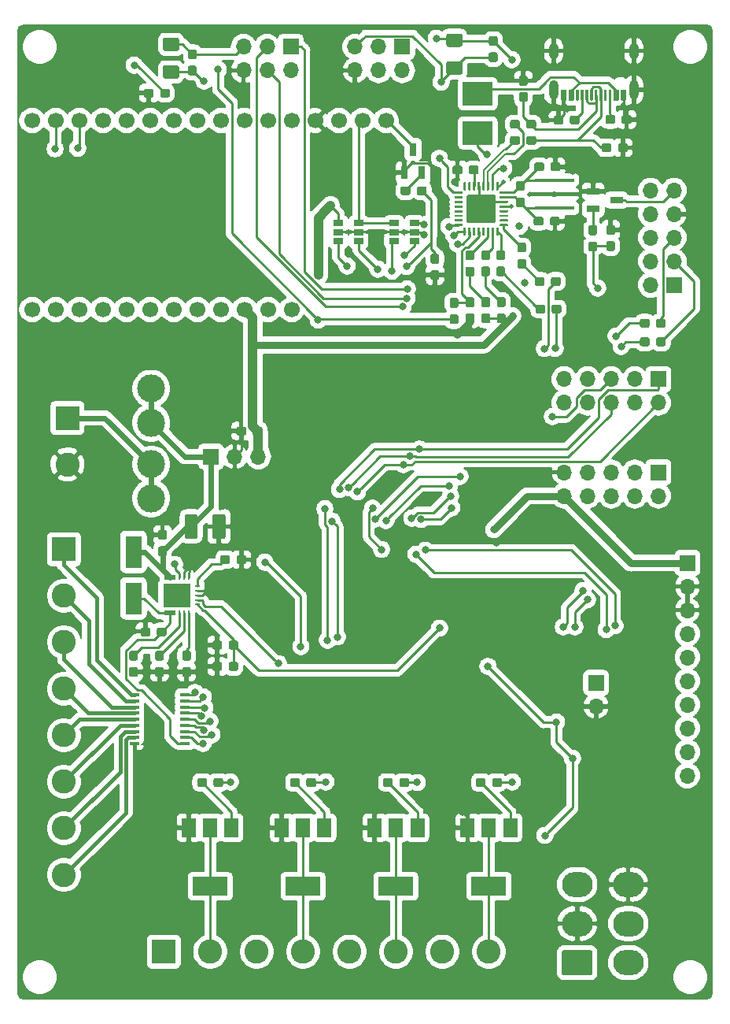
<source format=gbr>
G04 #@! TF.GenerationSoftware,KiCad,Pcbnew,(5.1.2-1)-1*
G04 #@! TF.CreationDate,2019-12-09T19:08:40-07:00*
G04 #@! TF.ProjectId,Snack Machine,536e6163-6b20-44d6-9163-68696e652e6b,rev?*
G04 #@! TF.SameCoordinates,Original*
G04 #@! TF.FileFunction,Copper,L2,Bot*
G04 #@! TF.FilePolarity,Positive*
%FSLAX46Y46*%
G04 Gerber Fmt 4.6, Leading zero omitted, Abs format (unit mm)*
G04 Created by KiCad (PCBNEW (5.1.2-1)-1) date 2019-12-09 19:08:40*
%MOMM*%
%LPD*%
G04 APERTURE LIST*
%ADD10R,4.300000X0.400000*%
%ADD11O,1.700000X1.700000*%
%ADD12R,1.700000X1.700000*%
%ADD13C,0.100000*%
%ADD14C,2.700000*%
%ADD15O,3.300000X2.700000*%
%ADD16C,1.700000*%
%ADD17C,1.425000*%
%ADD18C,0.950000*%
%ADD19R,1.500000X2.000000*%
%ADD20R,3.800000X2.000000*%
%ADD21R,1.800000X3.500000*%
%ADD22C,3.000000*%
%ADD23R,3.200000X2.500000*%
%ADD24R,2.600000X2.600000*%
%ADD25C,2.600000*%
%ADD26C,0.300000*%
%ADD27O,1.000000X2.100000*%
%ADD28O,1.000000X1.800000*%
%ADD29C,0.600000*%
%ADD30R,0.800000X1.400000*%
%ADD31R,1.400000X0.800000*%
%ADD32R,1.250000X0.600000*%
%ADD33R,0.250000X0.600000*%
%ADD34R,0.600000X0.250000*%
%ADD35R,2.875000X2.500000*%
%ADD36R,1.000000X0.400000*%
%ADD37C,3.100000*%
%ADD38C,0.250000*%
%ADD39R,1.060000X0.650000*%
%ADD40C,0.800000*%
%ADD41C,0.508000*%
%ADD42C,0.600000*%
%ADD43C,0.250000*%
%ADD44C,0.800000*%
%ADD45C,1.000000*%
%ADD46C,0.400000*%
%ADD47C,0.200000*%
G04 APERTURE END LIST*
D10*
X158369000Y-57346800D03*
X158369000Y-58846800D03*
X158369000Y-60346800D03*
D11*
X136920000Y-45540000D03*
X136920000Y-43000000D03*
X139460000Y-45540000D03*
X139460000Y-43000000D03*
X142000000Y-45540000D03*
D12*
X142000000Y-43000000D03*
D11*
X124920000Y-45540000D03*
X124920000Y-43000000D03*
X127460000Y-45540000D03*
X127460000Y-43000000D03*
X130000000Y-45540000D03*
D12*
X130000000Y-43000000D03*
D11*
X172694800Y-121330800D03*
X172694800Y-118790800D03*
X172694800Y-116250800D03*
X172694800Y-113710800D03*
X172694800Y-111170800D03*
X172694800Y-108630800D03*
X172694800Y-106090800D03*
X172694800Y-103550800D03*
X172694800Y-101010800D03*
D12*
X172694800Y-98470800D03*
D11*
X162864800Y-113893600D03*
D12*
X162864800Y-111353600D03*
D13*
G36*
X162257503Y-140098804D02*
G01*
X162281772Y-140102404D01*
X162305570Y-140108365D01*
X162328670Y-140116630D01*
X162350849Y-140127120D01*
X162371892Y-140139733D01*
X162391598Y-140154348D01*
X162409776Y-140170824D01*
X162426252Y-140189002D01*
X162440867Y-140208708D01*
X162453480Y-140229751D01*
X162463970Y-140251930D01*
X162472235Y-140275030D01*
X162478196Y-140298828D01*
X162481796Y-140323097D01*
X162483000Y-140347601D01*
X162483000Y-142547599D01*
X162481796Y-142572103D01*
X162478196Y-142596372D01*
X162472235Y-142620170D01*
X162463970Y-142643270D01*
X162453480Y-142665449D01*
X162440867Y-142686492D01*
X162426252Y-142706198D01*
X162409776Y-142724376D01*
X162391598Y-142740852D01*
X162371892Y-142755467D01*
X162350849Y-142768080D01*
X162328670Y-142778570D01*
X162305570Y-142786835D01*
X162281772Y-142792796D01*
X162257503Y-142796396D01*
X162232999Y-142797600D01*
X159433001Y-142797600D01*
X159408497Y-142796396D01*
X159384228Y-142792796D01*
X159360430Y-142786835D01*
X159337330Y-142778570D01*
X159315151Y-142768080D01*
X159294108Y-142755467D01*
X159274402Y-142740852D01*
X159256224Y-142724376D01*
X159239748Y-142706198D01*
X159225133Y-142686492D01*
X159212520Y-142665449D01*
X159202030Y-142643270D01*
X159193765Y-142620170D01*
X159187804Y-142596372D01*
X159184204Y-142572103D01*
X159183000Y-142547599D01*
X159183000Y-140347601D01*
X159184204Y-140323097D01*
X159187804Y-140298828D01*
X159193765Y-140275030D01*
X159202030Y-140251930D01*
X159212520Y-140229751D01*
X159225133Y-140208708D01*
X159239748Y-140189002D01*
X159256224Y-140170824D01*
X159274402Y-140154348D01*
X159294108Y-140139733D01*
X159315151Y-140127120D01*
X159337330Y-140116630D01*
X159360430Y-140108365D01*
X159384228Y-140102404D01*
X159408497Y-140098804D01*
X159433001Y-140097600D01*
X162232999Y-140097600D01*
X162257503Y-140098804D01*
X162257503Y-140098804D01*
G37*
D14*
X160833000Y-141447600D03*
D15*
X160833000Y-137247600D03*
X160833000Y-133047600D03*
X166333000Y-141447600D03*
X166333000Y-137247600D03*
X166333000Y-133047600D03*
D16*
X102159000Y-50922000D03*
X140259000Y-50922000D03*
X137719000Y-50922000D03*
X135179000Y-50922000D03*
X132639000Y-50922000D03*
X130099000Y-50922000D03*
X127559000Y-50922000D03*
X125019000Y-50922000D03*
X122479000Y-50922000D03*
X119939000Y-50922000D03*
X117399000Y-50922000D03*
X114859000Y-50922000D03*
X112319000Y-50922000D03*
X109779000Y-50922000D03*
X107239000Y-50922000D03*
X104699000Y-50922000D03*
X102159000Y-71242000D03*
X104699000Y-71242000D03*
X107239000Y-71242000D03*
X109779000Y-71242000D03*
X112319000Y-71242000D03*
X114859000Y-71242000D03*
X117399000Y-71242000D03*
X119939000Y-71242000D03*
X122479000Y-71242000D03*
X125019000Y-71242000D03*
X127559000Y-71242000D03*
X130099000Y-71242000D03*
D13*
G36*
X122751704Y-93235404D02*
G01*
X122775973Y-93239004D01*
X122799771Y-93244965D01*
X122822871Y-93253230D01*
X122845049Y-93263720D01*
X122866093Y-93276333D01*
X122885798Y-93290947D01*
X122903977Y-93307423D01*
X122920453Y-93325602D01*
X122935067Y-93345307D01*
X122947680Y-93366351D01*
X122958170Y-93388529D01*
X122966435Y-93411629D01*
X122972396Y-93435427D01*
X122975996Y-93459696D01*
X122977200Y-93484200D01*
X122977200Y-95634200D01*
X122975996Y-95658704D01*
X122972396Y-95682973D01*
X122966435Y-95706771D01*
X122958170Y-95729871D01*
X122947680Y-95752049D01*
X122935067Y-95773093D01*
X122920453Y-95792798D01*
X122903977Y-95810977D01*
X122885798Y-95827453D01*
X122866093Y-95842067D01*
X122845049Y-95854680D01*
X122822871Y-95865170D01*
X122799771Y-95873435D01*
X122775973Y-95879396D01*
X122751704Y-95882996D01*
X122727200Y-95884200D01*
X121802200Y-95884200D01*
X121777696Y-95882996D01*
X121753427Y-95879396D01*
X121729629Y-95873435D01*
X121706529Y-95865170D01*
X121684351Y-95854680D01*
X121663307Y-95842067D01*
X121643602Y-95827453D01*
X121625423Y-95810977D01*
X121608947Y-95792798D01*
X121594333Y-95773093D01*
X121581720Y-95752049D01*
X121571230Y-95729871D01*
X121562965Y-95706771D01*
X121557004Y-95682973D01*
X121553404Y-95658704D01*
X121552200Y-95634200D01*
X121552200Y-93484200D01*
X121553404Y-93459696D01*
X121557004Y-93435427D01*
X121562965Y-93411629D01*
X121571230Y-93388529D01*
X121581720Y-93366351D01*
X121594333Y-93345307D01*
X121608947Y-93325602D01*
X121625423Y-93307423D01*
X121643602Y-93290947D01*
X121663307Y-93276333D01*
X121684351Y-93263720D01*
X121706529Y-93253230D01*
X121729629Y-93244965D01*
X121753427Y-93239004D01*
X121777696Y-93235404D01*
X121802200Y-93234200D01*
X122727200Y-93234200D01*
X122751704Y-93235404D01*
X122751704Y-93235404D01*
G37*
D17*
X122264700Y-94559200D03*
D13*
G36*
X119776704Y-93235404D02*
G01*
X119800973Y-93239004D01*
X119824771Y-93244965D01*
X119847871Y-93253230D01*
X119870049Y-93263720D01*
X119891093Y-93276333D01*
X119910798Y-93290947D01*
X119928977Y-93307423D01*
X119945453Y-93325602D01*
X119960067Y-93345307D01*
X119972680Y-93366351D01*
X119983170Y-93388529D01*
X119991435Y-93411629D01*
X119997396Y-93435427D01*
X120000996Y-93459696D01*
X120002200Y-93484200D01*
X120002200Y-95634200D01*
X120000996Y-95658704D01*
X119997396Y-95682973D01*
X119991435Y-95706771D01*
X119983170Y-95729871D01*
X119972680Y-95752049D01*
X119960067Y-95773093D01*
X119945453Y-95792798D01*
X119928977Y-95810977D01*
X119910798Y-95827453D01*
X119891093Y-95842067D01*
X119870049Y-95854680D01*
X119847871Y-95865170D01*
X119824771Y-95873435D01*
X119800973Y-95879396D01*
X119776704Y-95882996D01*
X119752200Y-95884200D01*
X118827200Y-95884200D01*
X118802696Y-95882996D01*
X118778427Y-95879396D01*
X118754629Y-95873435D01*
X118731529Y-95865170D01*
X118709351Y-95854680D01*
X118688307Y-95842067D01*
X118668602Y-95827453D01*
X118650423Y-95810977D01*
X118633947Y-95792798D01*
X118619333Y-95773093D01*
X118606720Y-95752049D01*
X118596230Y-95729871D01*
X118587965Y-95706771D01*
X118582004Y-95682973D01*
X118578404Y-95658704D01*
X118577200Y-95634200D01*
X118577200Y-93484200D01*
X118578404Y-93459696D01*
X118582004Y-93435427D01*
X118587965Y-93411629D01*
X118596230Y-93388529D01*
X118606720Y-93366351D01*
X118619333Y-93345307D01*
X118633947Y-93325602D01*
X118650423Y-93307423D01*
X118668602Y-93290947D01*
X118688307Y-93276333D01*
X118709351Y-93263720D01*
X118731529Y-93253230D01*
X118754629Y-93244965D01*
X118778427Y-93239004D01*
X118802696Y-93235404D01*
X118827200Y-93234200D01*
X119752200Y-93234200D01*
X119776704Y-93235404D01*
X119776704Y-93235404D01*
G37*
D17*
X119289700Y-94559200D03*
D12*
X169580000Y-88730000D03*
D11*
X169580000Y-91270000D03*
X167040000Y-88730000D03*
X167040000Y-91270000D03*
X164500000Y-88730000D03*
X164500000Y-91270000D03*
X161960000Y-88730000D03*
X161960000Y-91270000D03*
X159420000Y-88730000D03*
X159420000Y-91270000D03*
X159420000Y-81270000D03*
X159420000Y-78730000D03*
X161960000Y-81270000D03*
X161960000Y-78730000D03*
X164500000Y-81270000D03*
X164500000Y-78730000D03*
X167040000Y-81270000D03*
X167040000Y-78730000D03*
X169580000Y-81270000D03*
D12*
X169580000Y-78730000D03*
D13*
G36*
X124988179Y-83823744D02*
G01*
X125011234Y-83827163D01*
X125033843Y-83832827D01*
X125055787Y-83840679D01*
X125076857Y-83850644D01*
X125096848Y-83862626D01*
X125115568Y-83876510D01*
X125132838Y-83892162D01*
X125148490Y-83909432D01*
X125162374Y-83928152D01*
X125174356Y-83948143D01*
X125184321Y-83969213D01*
X125192173Y-83991157D01*
X125197837Y-84013766D01*
X125201256Y-84036821D01*
X125202400Y-84060100D01*
X125202400Y-84535100D01*
X125201256Y-84558379D01*
X125197837Y-84581434D01*
X125192173Y-84604043D01*
X125184321Y-84625987D01*
X125174356Y-84647057D01*
X125162374Y-84667048D01*
X125148490Y-84685768D01*
X125132838Y-84703038D01*
X125115568Y-84718690D01*
X125096848Y-84732574D01*
X125076857Y-84744556D01*
X125055787Y-84754521D01*
X125033843Y-84762373D01*
X125011234Y-84768037D01*
X124988179Y-84771456D01*
X124964900Y-84772600D01*
X124389900Y-84772600D01*
X124366621Y-84771456D01*
X124343566Y-84768037D01*
X124320957Y-84762373D01*
X124299013Y-84754521D01*
X124277943Y-84744556D01*
X124257952Y-84732574D01*
X124239232Y-84718690D01*
X124221962Y-84703038D01*
X124206310Y-84685768D01*
X124192426Y-84667048D01*
X124180444Y-84647057D01*
X124170479Y-84625987D01*
X124162627Y-84604043D01*
X124156963Y-84581434D01*
X124153544Y-84558379D01*
X124152400Y-84535100D01*
X124152400Y-84060100D01*
X124153544Y-84036821D01*
X124156963Y-84013766D01*
X124162627Y-83991157D01*
X124170479Y-83969213D01*
X124180444Y-83948143D01*
X124192426Y-83928152D01*
X124206310Y-83909432D01*
X124221962Y-83892162D01*
X124239232Y-83876510D01*
X124257952Y-83862626D01*
X124277943Y-83850644D01*
X124299013Y-83840679D01*
X124320957Y-83832827D01*
X124343566Y-83827163D01*
X124366621Y-83823744D01*
X124389900Y-83822600D01*
X124964900Y-83822600D01*
X124988179Y-83823744D01*
X124988179Y-83823744D01*
G37*
D18*
X124677400Y-84297600D03*
D13*
G36*
X126738179Y-83823744D02*
G01*
X126761234Y-83827163D01*
X126783843Y-83832827D01*
X126805787Y-83840679D01*
X126826857Y-83850644D01*
X126846848Y-83862626D01*
X126865568Y-83876510D01*
X126882838Y-83892162D01*
X126898490Y-83909432D01*
X126912374Y-83928152D01*
X126924356Y-83948143D01*
X126934321Y-83969213D01*
X126942173Y-83991157D01*
X126947837Y-84013766D01*
X126951256Y-84036821D01*
X126952400Y-84060100D01*
X126952400Y-84535100D01*
X126951256Y-84558379D01*
X126947837Y-84581434D01*
X126942173Y-84604043D01*
X126934321Y-84625987D01*
X126924356Y-84647057D01*
X126912374Y-84667048D01*
X126898490Y-84685768D01*
X126882838Y-84703038D01*
X126865568Y-84718690D01*
X126846848Y-84732574D01*
X126826857Y-84744556D01*
X126805787Y-84754521D01*
X126783843Y-84762373D01*
X126761234Y-84768037D01*
X126738179Y-84771456D01*
X126714900Y-84772600D01*
X126139900Y-84772600D01*
X126116621Y-84771456D01*
X126093566Y-84768037D01*
X126070957Y-84762373D01*
X126049013Y-84754521D01*
X126027943Y-84744556D01*
X126007952Y-84732574D01*
X125989232Y-84718690D01*
X125971962Y-84703038D01*
X125956310Y-84685768D01*
X125942426Y-84667048D01*
X125930444Y-84647057D01*
X125920479Y-84625987D01*
X125912627Y-84604043D01*
X125906963Y-84581434D01*
X125903544Y-84558379D01*
X125902400Y-84535100D01*
X125902400Y-84060100D01*
X125903544Y-84036821D01*
X125906963Y-84013766D01*
X125912627Y-83991157D01*
X125920479Y-83969213D01*
X125930444Y-83948143D01*
X125942426Y-83928152D01*
X125956310Y-83909432D01*
X125971962Y-83892162D01*
X125989232Y-83876510D01*
X126007952Y-83862626D01*
X126027943Y-83850644D01*
X126049013Y-83840679D01*
X126070957Y-83832827D01*
X126093566Y-83827163D01*
X126116621Y-83823744D01*
X126139900Y-83822600D01*
X126714900Y-83822600D01*
X126738179Y-83823744D01*
X126738179Y-83823744D01*
G37*
D18*
X126427400Y-84297600D03*
D13*
G36*
X116465979Y-96688344D02*
G01*
X116489034Y-96691763D01*
X116511643Y-96697427D01*
X116533587Y-96705279D01*
X116554657Y-96715244D01*
X116574648Y-96727226D01*
X116593368Y-96741110D01*
X116610638Y-96756762D01*
X116626290Y-96774032D01*
X116640174Y-96792752D01*
X116652156Y-96812743D01*
X116662121Y-96833813D01*
X116669973Y-96855757D01*
X116675637Y-96878366D01*
X116679056Y-96901421D01*
X116680200Y-96924700D01*
X116680200Y-97499700D01*
X116679056Y-97522979D01*
X116675637Y-97546034D01*
X116669973Y-97568643D01*
X116662121Y-97590587D01*
X116652156Y-97611657D01*
X116640174Y-97631648D01*
X116626290Y-97650368D01*
X116610638Y-97667638D01*
X116593368Y-97683290D01*
X116574648Y-97697174D01*
X116554657Y-97709156D01*
X116533587Y-97719121D01*
X116511643Y-97726973D01*
X116489034Y-97732637D01*
X116465979Y-97736056D01*
X116442700Y-97737200D01*
X115967700Y-97737200D01*
X115944421Y-97736056D01*
X115921366Y-97732637D01*
X115898757Y-97726973D01*
X115876813Y-97719121D01*
X115855743Y-97709156D01*
X115835752Y-97697174D01*
X115817032Y-97683290D01*
X115799762Y-97667638D01*
X115784110Y-97650368D01*
X115770226Y-97631648D01*
X115758244Y-97611657D01*
X115748279Y-97590587D01*
X115740427Y-97568643D01*
X115734763Y-97546034D01*
X115731344Y-97522979D01*
X115730200Y-97499700D01*
X115730200Y-96924700D01*
X115731344Y-96901421D01*
X115734763Y-96878366D01*
X115740427Y-96855757D01*
X115748279Y-96833813D01*
X115758244Y-96812743D01*
X115770226Y-96792752D01*
X115784110Y-96774032D01*
X115799762Y-96756762D01*
X115817032Y-96741110D01*
X115835752Y-96727226D01*
X115855743Y-96715244D01*
X115876813Y-96705279D01*
X115898757Y-96697427D01*
X115921366Y-96691763D01*
X115944421Y-96688344D01*
X115967700Y-96687200D01*
X116442700Y-96687200D01*
X116465979Y-96688344D01*
X116465979Y-96688344D01*
G37*
D18*
X116205200Y-97212200D03*
D13*
G36*
X116465979Y-94938344D02*
G01*
X116489034Y-94941763D01*
X116511643Y-94947427D01*
X116533587Y-94955279D01*
X116554657Y-94965244D01*
X116574648Y-94977226D01*
X116593368Y-94991110D01*
X116610638Y-95006762D01*
X116626290Y-95024032D01*
X116640174Y-95042752D01*
X116652156Y-95062743D01*
X116662121Y-95083813D01*
X116669973Y-95105757D01*
X116675637Y-95128366D01*
X116679056Y-95151421D01*
X116680200Y-95174700D01*
X116680200Y-95749700D01*
X116679056Y-95772979D01*
X116675637Y-95796034D01*
X116669973Y-95818643D01*
X116662121Y-95840587D01*
X116652156Y-95861657D01*
X116640174Y-95881648D01*
X116626290Y-95900368D01*
X116610638Y-95917638D01*
X116593368Y-95933290D01*
X116574648Y-95947174D01*
X116554657Y-95959156D01*
X116533587Y-95969121D01*
X116511643Y-95976973D01*
X116489034Y-95982637D01*
X116465979Y-95986056D01*
X116442700Y-95987200D01*
X115967700Y-95987200D01*
X115944421Y-95986056D01*
X115921366Y-95982637D01*
X115898757Y-95976973D01*
X115876813Y-95969121D01*
X115855743Y-95959156D01*
X115835752Y-95947174D01*
X115817032Y-95933290D01*
X115799762Y-95917638D01*
X115784110Y-95900368D01*
X115770226Y-95881648D01*
X115758244Y-95861657D01*
X115748279Y-95840587D01*
X115740427Y-95818643D01*
X115734763Y-95796034D01*
X115731344Y-95772979D01*
X115730200Y-95749700D01*
X115730200Y-95174700D01*
X115731344Y-95151421D01*
X115734763Y-95128366D01*
X115740427Y-95105757D01*
X115748279Y-95083813D01*
X115758244Y-95062743D01*
X115770226Y-95042752D01*
X115784110Y-95024032D01*
X115799762Y-95006762D01*
X115817032Y-94991110D01*
X115835752Y-94977226D01*
X115855743Y-94965244D01*
X115876813Y-94955279D01*
X115898757Y-94947427D01*
X115921366Y-94941763D01*
X115944421Y-94938344D01*
X115967700Y-94937200D01*
X116442700Y-94937200D01*
X116465979Y-94938344D01*
X116465979Y-94938344D01*
G37*
D18*
X116205200Y-95462200D03*
D13*
G36*
X123260979Y-97641344D02*
G01*
X123284034Y-97644763D01*
X123306643Y-97650427D01*
X123328587Y-97658279D01*
X123349657Y-97668244D01*
X123369648Y-97680226D01*
X123388368Y-97694110D01*
X123405638Y-97709762D01*
X123421290Y-97727032D01*
X123435174Y-97745752D01*
X123447156Y-97765743D01*
X123457121Y-97786813D01*
X123464973Y-97808757D01*
X123470637Y-97831366D01*
X123474056Y-97854421D01*
X123475200Y-97877700D01*
X123475200Y-98352700D01*
X123474056Y-98375979D01*
X123470637Y-98399034D01*
X123464973Y-98421643D01*
X123457121Y-98443587D01*
X123447156Y-98464657D01*
X123435174Y-98484648D01*
X123421290Y-98503368D01*
X123405638Y-98520638D01*
X123388368Y-98536290D01*
X123369648Y-98550174D01*
X123349657Y-98562156D01*
X123328587Y-98572121D01*
X123306643Y-98579973D01*
X123284034Y-98585637D01*
X123260979Y-98589056D01*
X123237700Y-98590200D01*
X122662700Y-98590200D01*
X122639421Y-98589056D01*
X122616366Y-98585637D01*
X122593757Y-98579973D01*
X122571813Y-98572121D01*
X122550743Y-98562156D01*
X122530752Y-98550174D01*
X122512032Y-98536290D01*
X122494762Y-98520638D01*
X122479110Y-98503368D01*
X122465226Y-98484648D01*
X122453244Y-98464657D01*
X122443279Y-98443587D01*
X122435427Y-98421643D01*
X122429763Y-98399034D01*
X122426344Y-98375979D01*
X122425200Y-98352700D01*
X122425200Y-97877700D01*
X122426344Y-97854421D01*
X122429763Y-97831366D01*
X122435427Y-97808757D01*
X122443279Y-97786813D01*
X122453244Y-97765743D01*
X122465226Y-97745752D01*
X122479110Y-97727032D01*
X122494762Y-97709762D01*
X122512032Y-97694110D01*
X122530752Y-97680226D01*
X122550743Y-97668244D01*
X122571813Y-97658279D01*
X122593757Y-97650427D01*
X122616366Y-97644763D01*
X122639421Y-97641344D01*
X122662700Y-97640200D01*
X123237700Y-97640200D01*
X123260979Y-97641344D01*
X123260979Y-97641344D01*
G37*
D18*
X122950200Y-98115200D03*
D13*
G36*
X125010979Y-97641344D02*
G01*
X125034034Y-97644763D01*
X125056643Y-97650427D01*
X125078587Y-97658279D01*
X125099657Y-97668244D01*
X125119648Y-97680226D01*
X125138368Y-97694110D01*
X125155638Y-97709762D01*
X125171290Y-97727032D01*
X125185174Y-97745752D01*
X125197156Y-97765743D01*
X125207121Y-97786813D01*
X125214973Y-97808757D01*
X125220637Y-97831366D01*
X125224056Y-97854421D01*
X125225200Y-97877700D01*
X125225200Y-98352700D01*
X125224056Y-98375979D01*
X125220637Y-98399034D01*
X125214973Y-98421643D01*
X125207121Y-98443587D01*
X125197156Y-98464657D01*
X125185174Y-98484648D01*
X125171290Y-98503368D01*
X125155638Y-98520638D01*
X125138368Y-98536290D01*
X125119648Y-98550174D01*
X125099657Y-98562156D01*
X125078587Y-98572121D01*
X125056643Y-98579973D01*
X125034034Y-98585637D01*
X125010979Y-98589056D01*
X124987700Y-98590200D01*
X124412700Y-98590200D01*
X124389421Y-98589056D01*
X124366366Y-98585637D01*
X124343757Y-98579973D01*
X124321813Y-98572121D01*
X124300743Y-98562156D01*
X124280752Y-98550174D01*
X124262032Y-98536290D01*
X124244762Y-98520638D01*
X124229110Y-98503368D01*
X124215226Y-98484648D01*
X124203244Y-98464657D01*
X124193279Y-98443587D01*
X124185427Y-98421643D01*
X124179763Y-98399034D01*
X124176344Y-98375979D01*
X124175200Y-98352700D01*
X124175200Y-97877700D01*
X124176344Y-97854421D01*
X124179763Y-97831366D01*
X124185427Y-97808757D01*
X124193279Y-97786813D01*
X124203244Y-97765743D01*
X124215226Y-97745752D01*
X124229110Y-97727032D01*
X124244762Y-97709762D01*
X124262032Y-97694110D01*
X124280752Y-97680226D01*
X124300743Y-97668244D01*
X124321813Y-97658279D01*
X124343757Y-97650427D01*
X124366366Y-97644763D01*
X124389421Y-97641344D01*
X124412700Y-97640200D01*
X124987700Y-97640200D01*
X125010979Y-97641344D01*
X125010979Y-97641344D01*
G37*
D18*
X124700200Y-98115200D03*
D13*
G36*
X119056779Y-107917744D02*
G01*
X119079834Y-107921163D01*
X119102443Y-107926827D01*
X119124387Y-107934679D01*
X119145457Y-107944644D01*
X119165448Y-107956626D01*
X119184168Y-107970510D01*
X119201438Y-107986162D01*
X119217090Y-108003432D01*
X119230974Y-108022152D01*
X119242956Y-108042143D01*
X119252921Y-108063213D01*
X119260773Y-108085157D01*
X119266437Y-108107766D01*
X119269856Y-108130821D01*
X119271000Y-108154100D01*
X119271000Y-108729100D01*
X119269856Y-108752379D01*
X119266437Y-108775434D01*
X119260773Y-108798043D01*
X119252921Y-108819987D01*
X119242956Y-108841057D01*
X119230974Y-108861048D01*
X119217090Y-108879768D01*
X119201438Y-108897038D01*
X119184168Y-108912690D01*
X119165448Y-108926574D01*
X119145457Y-108938556D01*
X119124387Y-108948521D01*
X119102443Y-108956373D01*
X119079834Y-108962037D01*
X119056779Y-108965456D01*
X119033500Y-108966600D01*
X118558500Y-108966600D01*
X118535221Y-108965456D01*
X118512166Y-108962037D01*
X118489557Y-108956373D01*
X118467613Y-108948521D01*
X118446543Y-108938556D01*
X118426552Y-108926574D01*
X118407832Y-108912690D01*
X118390562Y-108897038D01*
X118374910Y-108879768D01*
X118361026Y-108861048D01*
X118349044Y-108841057D01*
X118339079Y-108819987D01*
X118331227Y-108798043D01*
X118325563Y-108775434D01*
X118322144Y-108752379D01*
X118321000Y-108729100D01*
X118321000Y-108154100D01*
X118322144Y-108130821D01*
X118325563Y-108107766D01*
X118331227Y-108085157D01*
X118339079Y-108063213D01*
X118349044Y-108042143D01*
X118361026Y-108022152D01*
X118374910Y-108003432D01*
X118390562Y-107986162D01*
X118407832Y-107970510D01*
X118426552Y-107956626D01*
X118446543Y-107944644D01*
X118467613Y-107934679D01*
X118489557Y-107926827D01*
X118512166Y-107921163D01*
X118535221Y-107917744D01*
X118558500Y-107916600D01*
X119033500Y-107916600D01*
X119056779Y-107917744D01*
X119056779Y-107917744D01*
G37*
D18*
X118796000Y-108441600D03*
D13*
G36*
X119056779Y-109667744D02*
G01*
X119079834Y-109671163D01*
X119102443Y-109676827D01*
X119124387Y-109684679D01*
X119145457Y-109694644D01*
X119165448Y-109706626D01*
X119184168Y-109720510D01*
X119201438Y-109736162D01*
X119217090Y-109753432D01*
X119230974Y-109772152D01*
X119242956Y-109792143D01*
X119252921Y-109813213D01*
X119260773Y-109835157D01*
X119266437Y-109857766D01*
X119269856Y-109880821D01*
X119271000Y-109904100D01*
X119271000Y-110479100D01*
X119269856Y-110502379D01*
X119266437Y-110525434D01*
X119260773Y-110548043D01*
X119252921Y-110569987D01*
X119242956Y-110591057D01*
X119230974Y-110611048D01*
X119217090Y-110629768D01*
X119201438Y-110647038D01*
X119184168Y-110662690D01*
X119165448Y-110676574D01*
X119145457Y-110688556D01*
X119124387Y-110698521D01*
X119102443Y-110706373D01*
X119079834Y-110712037D01*
X119056779Y-110715456D01*
X119033500Y-110716600D01*
X118558500Y-110716600D01*
X118535221Y-110715456D01*
X118512166Y-110712037D01*
X118489557Y-110706373D01*
X118467613Y-110698521D01*
X118446543Y-110688556D01*
X118426552Y-110676574D01*
X118407832Y-110662690D01*
X118390562Y-110647038D01*
X118374910Y-110629768D01*
X118361026Y-110611048D01*
X118349044Y-110591057D01*
X118339079Y-110569987D01*
X118331227Y-110548043D01*
X118325563Y-110525434D01*
X118322144Y-110502379D01*
X118321000Y-110479100D01*
X118321000Y-109904100D01*
X118322144Y-109880821D01*
X118325563Y-109857766D01*
X118331227Y-109835157D01*
X118339079Y-109813213D01*
X118349044Y-109792143D01*
X118361026Y-109772152D01*
X118374910Y-109753432D01*
X118390562Y-109736162D01*
X118407832Y-109720510D01*
X118426552Y-109706626D01*
X118446543Y-109694644D01*
X118467613Y-109684679D01*
X118489557Y-109676827D01*
X118512166Y-109671163D01*
X118535221Y-109667744D01*
X118558500Y-109666600D01*
X119033500Y-109666600D01*
X119056779Y-109667744D01*
X119056779Y-109667744D01*
G37*
D18*
X118796000Y-110191600D03*
D13*
G36*
X124147379Y-109122144D02*
G01*
X124170434Y-109125563D01*
X124193043Y-109131227D01*
X124214987Y-109139079D01*
X124236057Y-109149044D01*
X124256048Y-109161026D01*
X124274768Y-109174910D01*
X124292038Y-109190562D01*
X124307690Y-109207832D01*
X124321574Y-109226552D01*
X124333556Y-109246543D01*
X124343521Y-109267613D01*
X124351373Y-109289557D01*
X124357037Y-109312166D01*
X124360456Y-109335221D01*
X124361600Y-109358500D01*
X124361600Y-109833500D01*
X124360456Y-109856779D01*
X124357037Y-109879834D01*
X124351373Y-109902443D01*
X124343521Y-109924387D01*
X124333556Y-109945457D01*
X124321574Y-109965448D01*
X124307690Y-109984168D01*
X124292038Y-110001438D01*
X124274768Y-110017090D01*
X124256048Y-110030974D01*
X124236057Y-110042956D01*
X124214987Y-110052921D01*
X124193043Y-110060773D01*
X124170434Y-110066437D01*
X124147379Y-110069856D01*
X124124100Y-110071000D01*
X123549100Y-110071000D01*
X123525821Y-110069856D01*
X123502766Y-110066437D01*
X123480157Y-110060773D01*
X123458213Y-110052921D01*
X123437143Y-110042956D01*
X123417152Y-110030974D01*
X123398432Y-110017090D01*
X123381162Y-110001438D01*
X123365510Y-109984168D01*
X123351626Y-109965448D01*
X123339644Y-109945457D01*
X123329679Y-109924387D01*
X123321827Y-109902443D01*
X123316163Y-109879834D01*
X123312744Y-109856779D01*
X123311600Y-109833500D01*
X123311600Y-109358500D01*
X123312744Y-109335221D01*
X123316163Y-109312166D01*
X123321827Y-109289557D01*
X123329679Y-109267613D01*
X123339644Y-109246543D01*
X123351626Y-109226552D01*
X123365510Y-109207832D01*
X123381162Y-109190562D01*
X123398432Y-109174910D01*
X123417152Y-109161026D01*
X123437143Y-109149044D01*
X123458213Y-109139079D01*
X123480157Y-109131227D01*
X123502766Y-109125563D01*
X123525821Y-109122144D01*
X123549100Y-109121000D01*
X124124100Y-109121000D01*
X124147379Y-109122144D01*
X124147379Y-109122144D01*
G37*
D18*
X123836600Y-109596000D03*
D13*
G36*
X122397379Y-109122144D02*
G01*
X122420434Y-109125563D01*
X122443043Y-109131227D01*
X122464987Y-109139079D01*
X122486057Y-109149044D01*
X122506048Y-109161026D01*
X122524768Y-109174910D01*
X122542038Y-109190562D01*
X122557690Y-109207832D01*
X122571574Y-109226552D01*
X122583556Y-109246543D01*
X122593521Y-109267613D01*
X122601373Y-109289557D01*
X122607037Y-109312166D01*
X122610456Y-109335221D01*
X122611600Y-109358500D01*
X122611600Y-109833500D01*
X122610456Y-109856779D01*
X122607037Y-109879834D01*
X122601373Y-109902443D01*
X122593521Y-109924387D01*
X122583556Y-109945457D01*
X122571574Y-109965448D01*
X122557690Y-109984168D01*
X122542038Y-110001438D01*
X122524768Y-110017090D01*
X122506048Y-110030974D01*
X122486057Y-110042956D01*
X122464987Y-110052921D01*
X122443043Y-110060773D01*
X122420434Y-110066437D01*
X122397379Y-110069856D01*
X122374100Y-110071000D01*
X121799100Y-110071000D01*
X121775821Y-110069856D01*
X121752766Y-110066437D01*
X121730157Y-110060773D01*
X121708213Y-110052921D01*
X121687143Y-110042956D01*
X121667152Y-110030974D01*
X121648432Y-110017090D01*
X121631162Y-110001438D01*
X121615510Y-109984168D01*
X121601626Y-109965448D01*
X121589644Y-109945457D01*
X121579679Y-109924387D01*
X121571827Y-109902443D01*
X121566163Y-109879834D01*
X121562744Y-109856779D01*
X121561600Y-109833500D01*
X121561600Y-109358500D01*
X121562744Y-109335221D01*
X121566163Y-109312166D01*
X121571827Y-109289557D01*
X121579679Y-109267613D01*
X121589644Y-109246543D01*
X121601626Y-109226552D01*
X121615510Y-109207832D01*
X121631162Y-109190562D01*
X121648432Y-109174910D01*
X121667152Y-109161026D01*
X121687143Y-109149044D01*
X121708213Y-109139079D01*
X121730157Y-109131227D01*
X121752766Y-109125563D01*
X121775821Y-109122144D01*
X121799100Y-109121000D01*
X122374100Y-109121000D01*
X122397379Y-109122144D01*
X122397379Y-109122144D01*
G37*
D18*
X122086600Y-109596000D03*
D13*
G36*
X114675779Y-105413744D02*
G01*
X114698834Y-105417163D01*
X114721443Y-105422827D01*
X114743387Y-105430679D01*
X114764457Y-105440644D01*
X114784448Y-105452626D01*
X114803168Y-105466510D01*
X114820438Y-105482162D01*
X114836090Y-105499432D01*
X114849974Y-105518152D01*
X114861956Y-105538143D01*
X114871921Y-105559213D01*
X114879773Y-105581157D01*
X114885437Y-105603766D01*
X114888856Y-105626821D01*
X114890000Y-105650100D01*
X114890000Y-106125100D01*
X114888856Y-106148379D01*
X114885437Y-106171434D01*
X114879773Y-106194043D01*
X114871921Y-106215987D01*
X114861956Y-106237057D01*
X114849974Y-106257048D01*
X114836090Y-106275768D01*
X114820438Y-106293038D01*
X114803168Y-106308690D01*
X114784448Y-106322574D01*
X114764457Y-106334556D01*
X114743387Y-106344521D01*
X114721443Y-106352373D01*
X114698834Y-106358037D01*
X114675779Y-106361456D01*
X114652500Y-106362600D01*
X114077500Y-106362600D01*
X114054221Y-106361456D01*
X114031166Y-106358037D01*
X114008557Y-106352373D01*
X113986613Y-106344521D01*
X113965543Y-106334556D01*
X113945552Y-106322574D01*
X113926832Y-106308690D01*
X113909562Y-106293038D01*
X113893910Y-106275768D01*
X113880026Y-106257048D01*
X113868044Y-106237057D01*
X113858079Y-106215987D01*
X113850227Y-106194043D01*
X113844563Y-106171434D01*
X113841144Y-106148379D01*
X113840000Y-106125100D01*
X113840000Y-105650100D01*
X113841144Y-105626821D01*
X113844563Y-105603766D01*
X113850227Y-105581157D01*
X113858079Y-105559213D01*
X113868044Y-105538143D01*
X113880026Y-105518152D01*
X113893910Y-105499432D01*
X113909562Y-105482162D01*
X113926832Y-105466510D01*
X113945552Y-105452626D01*
X113965543Y-105440644D01*
X113986613Y-105430679D01*
X114008557Y-105422827D01*
X114031166Y-105417163D01*
X114054221Y-105413744D01*
X114077500Y-105412600D01*
X114652500Y-105412600D01*
X114675779Y-105413744D01*
X114675779Y-105413744D01*
G37*
D18*
X114365000Y-105887600D03*
D13*
G36*
X116425779Y-105413744D02*
G01*
X116448834Y-105417163D01*
X116471443Y-105422827D01*
X116493387Y-105430679D01*
X116514457Y-105440644D01*
X116534448Y-105452626D01*
X116553168Y-105466510D01*
X116570438Y-105482162D01*
X116586090Y-105499432D01*
X116599974Y-105518152D01*
X116611956Y-105538143D01*
X116621921Y-105559213D01*
X116629773Y-105581157D01*
X116635437Y-105603766D01*
X116638856Y-105626821D01*
X116640000Y-105650100D01*
X116640000Y-106125100D01*
X116638856Y-106148379D01*
X116635437Y-106171434D01*
X116629773Y-106194043D01*
X116621921Y-106215987D01*
X116611956Y-106237057D01*
X116599974Y-106257048D01*
X116586090Y-106275768D01*
X116570438Y-106293038D01*
X116553168Y-106308690D01*
X116534448Y-106322574D01*
X116514457Y-106334556D01*
X116493387Y-106344521D01*
X116471443Y-106352373D01*
X116448834Y-106358037D01*
X116425779Y-106361456D01*
X116402500Y-106362600D01*
X115827500Y-106362600D01*
X115804221Y-106361456D01*
X115781166Y-106358037D01*
X115758557Y-106352373D01*
X115736613Y-106344521D01*
X115715543Y-106334556D01*
X115695552Y-106322574D01*
X115676832Y-106308690D01*
X115659562Y-106293038D01*
X115643910Y-106275768D01*
X115630026Y-106257048D01*
X115618044Y-106237057D01*
X115608079Y-106215987D01*
X115600227Y-106194043D01*
X115594563Y-106171434D01*
X115591144Y-106148379D01*
X115590000Y-106125100D01*
X115590000Y-105650100D01*
X115591144Y-105626821D01*
X115594563Y-105603766D01*
X115600227Y-105581157D01*
X115608079Y-105559213D01*
X115618044Y-105538143D01*
X115630026Y-105518152D01*
X115643910Y-105499432D01*
X115659562Y-105482162D01*
X115676832Y-105466510D01*
X115695552Y-105452626D01*
X115715543Y-105440644D01*
X115736613Y-105430679D01*
X115758557Y-105422827D01*
X115781166Y-105417163D01*
X115804221Y-105413744D01*
X115827500Y-105412600D01*
X116402500Y-105412600D01*
X116425779Y-105413744D01*
X116425779Y-105413744D01*
G37*
D18*
X116115000Y-105887600D03*
D13*
G36*
X157054379Y-55426544D02*
G01*
X157077434Y-55429963D01*
X157100043Y-55435627D01*
X157121987Y-55443479D01*
X157143057Y-55453444D01*
X157163048Y-55465426D01*
X157181768Y-55479310D01*
X157199038Y-55494962D01*
X157214690Y-55512232D01*
X157228574Y-55530952D01*
X157240556Y-55550943D01*
X157250521Y-55572013D01*
X157258373Y-55593957D01*
X157264037Y-55616566D01*
X157267456Y-55639621D01*
X157268600Y-55662900D01*
X157268600Y-56137900D01*
X157267456Y-56161179D01*
X157264037Y-56184234D01*
X157258373Y-56206843D01*
X157250521Y-56228787D01*
X157240556Y-56249857D01*
X157228574Y-56269848D01*
X157214690Y-56288568D01*
X157199038Y-56305838D01*
X157181768Y-56321490D01*
X157163048Y-56335374D01*
X157143057Y-56347356D01*
X157121987Y-56357321D01*
X157100043Y-56365173D01*
X157077434Y-56370837D01*
X157054379Y-56374256D01*
X157031100Y-56375400D01*
X156456100Y-56375400D01*
X156432821Y-56374256D01*
X156409766Y-56370837D01*
X156387157Y-56365173D01*
X156365213Y-56357321D01*
X156344143Y-56347356D01*
X156324152Y-56335374D01*
X156305432Y-56321490D01*
X156288162Y-56305838D01*
X156272510Y-56288568D01*
X156258626Y-56269848D01*
X156246644Y-56249857D01*
X156236679Y-56228787D01*
X156228827Y-56206843D01*
X156223163Y-56184234D01*
X156219744Y-56161179D01*
X156218600Y-56137900D01*
X156218600Y-55662900D01*
X156219744Y-55639621D01*
X156223163Y-55616566D01*
X156228827Y-55593957D01*
X156236679Y-55572013D01*
X156246644Y-55550943D01*
X156258626Y-55530952D01*
X156272510Y-55512232D01*
X156288162Y-55494962D01*
X156305432Y-55479310D01*
X156324152Y-55465426D01*
X156344143Y-55453444D01*
X156365213Y-55443479D01*
X156387157Y-55435627D01*
X156409766Y-55429963D01*
X156432821Y-55426544D01*
X156456100Y-55425400D01*
X157031100Y-55425400D01*
X157054379Y-55426544D01*
X157054379Y-55426544D01*
G37*
D18*
X156743600Y-55900400D03*
D13*
G36*
X158804379Y-55426544D02*
G01*
X158827434Y-55429963D01*
X158850043Y-55435627D01*
X158871987Y-55443479D01*
X158893057Y-55453444D01*
X158913048Y-55465426D01*
X158931768Y-55479310D01*
X158949038Y-55494962D01*
X158964690Y-55512232D01*
X158978574Y-55530952D01*
X158990556Y-55550943D01*
X159000521Y-55572013D01*
X159008373Y-55593957D01*
X159014037Y-55616566D01*
X159017456Y-55639621D01*
X159018600Y-55662900D01*
X159018600Y-56137900D01*
X159017456Y-56161179D01*
X159014037Y-56184234D01*
X159008373Y-56206843D01*
X159000521Y-56228787D01*
X158990556Y-56249857D01*
X158978574Y-56269848D01*
X158964690Y-56288568D01*
X158949038Y-56305838D01*
X158931768Y-56321490D01*
X158913048Y-56335374D01*
X158893057Y-56347356D01*
X158871987Y-56357321D01*
X158850043Y-56365173D01*
X158827434Y-56370837D01*
X158804379Y-56374256D01*
X158781100Y-56375400D01*
X158206100Y-56375400D01*
X158182821Y-56374256D01*
X158159766Y-56370837D01*
X158137157Y-56365173D01*
X158115213Y-56357321D01*
X158094143Y-56347356D01*
X158074152Y-56335374D01*
X158055432Y-56321490D01*
X158038162Y-56305838D01*
X158022510Y-56288568D01*
X158008626Y-56269848D01*
X157996644Y-56249857D01*
X157986679Y-56228787D01*
X157978827Y-56206843D01*
X157973163Y-56184234D01*
X157969744Y-56161179D01*
X157968600Y-56137900D01*
X157968600Y-55662900D01*
X157969744Y-55639621D01*
X157973163Y-55616566D01*
X157978827Y-55593957D01*
X157986679Y-55572013D01*
X157996644Y-55550943D01*
X158008626Y-55530952D01*
X158022510Y-55512232D01*
X158038162Y-55494962D01*
X158055432Y-55479310D01*
X158074152Y-55465426D01*
X158094143Y-55453444D01*
X158115213Y-55443479D01*
X158137157Y-55435627D01*
X158159766Y-55429963D01*
X158182821Y-55426544D01*
X158206100Y-55425400D01*
X158781100Y-55425400D01*
X158804379Y-55426544D01*
X158804379Y-55426544D01*
G37*
D18*
X158493600Y-55900400D03*
D13*
G36*
X158742179Y-61268544D02*
G01*
X158765234Y-61271963D01*
X158787843Y-61277627D01*
X158809787Y-61285479D01*
X158830857Y-61295444D01*
X158850848Y-61307426D01*
X158869568Y-61321310D01*
X158886838Y-61336962D01*
X158902490Y-61354232D01*
X158916374Y-61372952D01*
X158928356Y-61392943D01*
X158938321Y-61414013D01*
X158946173Y-61435957D01*
X158951837Y-61458566D01*
X158955256Y-61481621D01*
X158956400Y-61504900D01*
X158956400Y-61979900D01*
X158955256Y-62003179D01*
X158951837Y-62026234D01*
X158946173Y-62048843D01*
X158938321Y-62070787D01*
X158928356Y-62091857D01*
X158916374Y-62111848D01*
X158902490Y-62130568D01*
X158886838Y-62147838D01*
X158869568Y-62163490D01*
X158850848Y-62177374D01*
X158830857Y-62189356D01*
X158809787Y-62199321D01*
X158787843Y-62207173D01*
X158765234Y-62212837D01*
X158742179Y-62216256D01*
X158718900Y-62217400D01*
X158143900Y-62217400D01*
X158120621Y-62216256D01*
X158097566Y-62212837D01*
X158074957Y-62207173D01*
X158053013Y-62199321D01*
X158031943Y-62189356D01*
X158011952Y-62177374D01*
X157993232Y-62163490D01*
X157975962Y-62147838D01*
X157960310Y-62130568D01*
X157946426Y-62111848D01*
X157934444Y-62091857D01*
X157924479Y-62070787D01*
X157916627Y-62048843D01*
X157910963Y-62026234D01*
X157907544Y-62003179D01*
X157906400Y-61979900D01*
X157906400Y-61504900D01*
X157907544Y-61481621D01*
X157910963Y-61458566D01*
X157916627Y-61435957D01*
X157924479Y-61414013D01*
X157934444Y-61392943D01*
X157946426Y-61372952D01*
X157960310Y-61354232D01*
X157975962Y-61336962D01*
X157993232Y-61321310D01*
X158011952Y-61307426D01*
X158031943Y-61295444D01*
X158053013Y-61285479D01*
X158074957Y-61277627D01*
X158097566Y-61271963D01*
X158120621Y-61268544D01*
X158143900Y-61267400D01*
X158718900Y-61267400D01*
X158742179Y-61268544D01*
X158742179Y-61268544D01*
G37*
D18*
X158431400Y-61742400D03*
D13*
G36*
X156992179Y-61268544D02*
G01*
X157015234Y-61271963D01*
X157037843Y-61277627D01*
X157059787Y-61285479D01*
X157080857Y-61295444D01*
X157100848Y-61307426D01*
X157119568Y-61321310D01*
X157136838Y-61336962D01*
X157152490Y-61354232D01*
X157166374Y-61372952D01*
X157178356Y-61392943D01*
X157188321Y-61414013D01*
X157196173Y-61435957D01*
X157201837Y-61458566D01*
X157205256Y-61481621D01*
X157206400Y-61504900D01*
X157206400Y-61979900D01*
X157205256Y-62003179D01*
X157201837Y-62026234D01*
X157196173Y-62048843D01*
X157188321Y-62070787D01*
X157178356Y-62091857D01*
X157166374Y-62111848D01*
X157152490Y-62130568D01*
X157136838Y-62147838D01*
X157119568Y-62163490D01*
X157100848Y-62177374D01*
X157080857Y-62189356D01*
X157059787Y-62199321D01*
X157037843Y-62207173D01*
X157015234Y-62212837D01*
X156992179Y-62216256D01*
X156968900Y-62217400D01*
X156393900Y-62217400D01*
X156370621Y-62216256D01*
X156347566Y-62212837D01*
X156324957Y-62207173D01*
X156303013Y-62199321D01*
X156281943Y-62189356D01*
X156261952Y-62177374D01*
X156243232Y-62163490D01*
X156225962Y-62147838D01*
X156210310Y-62130568D01*
X156196426Y-62111848D01*
X156184444Y-62091857D01*
X156174479Y-62070787D01*
X156166627Y-62048843D01*
X156160963Y-62026234D01*
X156157544Y-62003179D01*
X156156400Y-61979900D01*
X156156400Y-61504900D01*
X156157544Y-61481621D01*
X156160963Y-61458566D01*
X156166627Y-61435957D01*
X156174479Y-61414013D01*
X156184444Y-61392943D01*
X156196426Y-61372952D01*
X156210310Y-61354232D01*
X156225962Y-61336962D01*
X156243232Y-61321310D01*
X156261952Y-61307426D01*
X156281943Y-61295444D01*
X156303013Y-61285479D01*
X156324957Y-61277627D01*
X156347566Y-61271963D01*
X156370621Y-61268544D01*
X156393900Y-61267400D01*
X156968900Y-61267400D01*
X156992179Y-61268544D01*
X156992179Y-61268544D01*
G37*
D18*
X156681400Y-61742400D03*
D13*
G36*
X150004579Y-55756744D02*
G01*
X150027634Y-55760163D01*
X150050243Y-55765827D01*
X150072187Y-55773679D01*
X150093257Y-55783644D01*
X150113248Y-55795626D01*
X150131968Y-55809510D01*
X150149238Y-55825162D01*
X150164890Y-55842432D01*
X150178774Y-55861152D01*
X150190756Y-55881143D01*
X150200721Y-55902213D01*
X150208573Y-55924157D01*
X150214237Y-55946766D01*
X150217656Y-55969821D01*
X150218800Y-55993100D01*
X150218800Y-56468100D01*
X150217656Y-56491379D01*
X150214237Y-56514434D01*
X150208573Y-56537043D01*
X150200721Y-56558987D01*
X150190756Y-56580057D01*
X150178774Y-56600048D01*
X150164890Y-56618768D01*
X150149238Y-56636038D01*
X150131968Y-56651690D01*
X150113248Y-56665574D01*
X150093257Y-56677556D01*
X150072187Y-56687521D01*
X150050243Y-56695373D01*
X150027634Y-56701037D01*
X150004579Y-56704456D01*
X149981300Y-56705600D01*
X149406300Y-56705600D01*
X149383021Y-56704456D01*
X149359966Y-56701037D01*
X149337357Y-56695373D01*
X149315413Y-56687521D01*
X149294343Y-56677556D01*
X149274352Y-56665574D01*
X149255632Y-56651690D01*
X149238362Y-56636038D01*
X149222710Y-56618768D01*
X149208826Y-56600048D01*
X149196844Y-56580057D01*
X149186879Y-56558987D01*
X149179027Y-56537043D01*
X149173363Y-56514434D01*
X149169944Y-56491379D01*
X149168800Y-56468100D01*
X149168800Y-55993100D01*
X149169944Y-55969821D01*
X149173363Y-55946766D01*
X149179027Y-55924157D01*
X149186879Y-55902213D01*
X149196844Y-55881143D01*
X149208826Y-55861152D01*
X149222710Y-55842432D01*
X149238362Y-55825162D01*
X149255632Y-55809510D01*
X149274352Y-55795626D01*
X149294343Y-55783644D01*
X149315413Y-55773679D01*
X149337357Y-55765827D01*
X149359966Y-55760163D01*
X149383021Y-55756744D01*
X149406300Y-55755600D01*
X149981300Y-55755600D01*
X150004579Y-55756744D01*
X150004579Y-55756744D01*
G37*
D18*
X149693800Y-56230600D03*
D13*
G36*
X148254579Y-55756744D02*
G01*
X148277634Y-55760163D01*
X148300243Y-55765827D01*
X148322187Y-55773679D01*
X148343257Y-55783644D01*
X148363248Y-55795626D01*
X148381968Y-55809510D01*
X148399238Y-55825162D01*
X148414890Y-55842432D01*
X148428774Y-55861152D01*
X148440756Y-55881143D01*
X148450721Y-55902213D01*
X148458573Y-55924157D01*
X148464237Y-55946766D01*
X148467656Y-55969821D01*
X148468800Y-55993100D01*
X148468800Y-56468100D01*
X148467656Y-56491379D01*
X148464237Y-56514434D01*
X148458573Y-56537043D01*
X148450721Y-56558987D01*
X148440756Y-56580057D01*
X148428774Y-56600048D01*
X148414890Y-56618768D01*
X148399238Y-56636038D01*
X148381968Y-56651690D01*
X148363248Y-56665574D01*
X148343257Y-56677556D01*
X148322187Y-56687521D01*
X148300243Y-56695373D01*
X148277634Y-56701037D01*
X148254579Y-56704456D01*
X148231300Y-56705600D01*
X147656300Y-56705600D01*
X147633021Y-56704456D01*
X147609966Y-56701037D01*
X147587357Y-56695373D01*
X147565413Y-56687521D01*
X147544343Y-56677556D01*
X147524352Y-56665574D01*
X147505632Y-56651690D01*
X147488362Y-56636038D01*
X147472710Y-56618768D01*
X147458826Y-56600048D01*
X147446844Y-56580057D01*
X147436879Y-56558987D01*
X147429027Y-56537043D01*
X147423363Y-56514434D01*
X147419944Y-56491379D01*
X147418800Y-56468100D01*
X147418800Y-55993100D01*
X147419944Y-55969821D01*
X147423363Y-55946766D01*
X147429027Y-55924157D01*
X147436879Y-55902213D01*
X147446844Y-55881143D01*
X147458826Y-55861152D01*
X147472710Y-55842432D01*
X147488362Y-55825162D01*
X147505632Y-55809510D01*
X147524352Y-55795626D01*
X147544343Y-55783644D01*
X147565413Y-55773679D01*
X147587357Y-55765827D01*
X147609966Y-55760163D01*
X147633021Y-55756744D01*
X147656300Y-55755600D01*
X148231300Y-55755600D01*
X148254579Y-55756744D01*
X148254579Y-55756744D01*
G37*
D18*
X147943800Y-56230600D03*
D13*
G36*
X147834979Y-71745544D02*
G01*
X147858034Y-71748963D01*
X147880643Y-71754627D01*
X147902587Y-71762479D01*
X147923657Y-71772444D01*
X147943648Y-71784426D01*
X147962368Y-71798310D01*
X147979638Y-71813962D01*
X147995290Y-71831232D01*
X148009174Y-71849952D01*
X148021156Y-71869943D01*
X148031121Y-71891013D01*
X148038973Y-71912957D01*
X148044637Y-71935566D01*
X148048056Y-71958621D01*
X148049200Y-71981900D01*
X148049200Y-72556900D01*
X148048056Y-72580179D01*
X148044637Y-72603234D01*
X148038973Y-72625843D01*
X148031121Y-72647787D01*
X148021156Y-72668857D01*
X148009174Y-72688848D01*
X147995290Y-72707568D01*
X147979638Y-72724838D01*
X147962368Y-72740490D01*
X147943648Y-72754374D01*
X147923657Y-72766356D01*
X147902587Y-72776321D01*
X147880643Y-72784173D01*
X147858034Y-72789837D01*
X147834979Y-72793256D01*
X147811700Y-72794400D01*
X147336700Y-72794400D01*
X147313421Y-72793256D01*
X147290366Y-72789837D01*
X147267757Y-72784173D01*
X147245813Y-72776321D01*
X147224743Y-72766356D01*
X147204752Y-72754374D01*
X147186032Y-72740490D01*
X147168762Y-72724838D01*
X147153110Y-72707568D01*
X147139226Y-72688848D01*
X147127244Y-72668857D01*
X147117279Y-72647787D01*
X147109427Y-72625843D01*
X147103763Y-72603234D01*
X147100344Y-72580179D01*
X147099200Y-72556900D01*
X147099200Y-71981900D01*
X147100344Y-71958621D01*
X147103763Y-71935566D01*
X147109427Y-71912957D01*
X147117279Y-71891013D01*
X147127244Y-71869943D01*
X147139226Y-71849952D01*
X147153110Y-71831232D01*
X147168762Y-71813962D01*
X147186032Y-71798310D01*
X147204752Y-71784426D01*
X147224743Y-71772444D01*
X147245813Y-71762479D01*
X147267757Y-71754627D01*
X147290366Y-71748963D01*
X147313421Y-71745544D01*
X147336700Y-71744400D01*
X147811700Y-71744400D01*
X147834979Y-71745544D01*
X147834979Y-71745544D01*
G37*
D18*
X147574200Y-72269400D03*
D13*
G36*
X147834979Y-69995544D02*
G01*
X147858034Y-69998963D01*
X147880643Y-70004627D01*
X147902587Y-70012479D01*
X147923657Y-70022444D01*
X147943648Y-70034426D01*
X147962368Y-70048310D01*
X147979638Y-70063962D01*
X147995290Y-70081232D01*
X148009174Y-70099952D01*
X148021156Y-70119943D01*
X148031121Y-70141013D01*
X148038973Y-70162957D01*
X148044637Y-70185566D01*
X148048056Y-70208621D01*
X148049200Y-70231900D01*
X148049200Y-70806900D01*
X148048056Y-70830179D01*
X148044637Y-70853234D01*
X148038973Y-70875843D01*
X148031121Y-70897787D01*
X148021156Y-70918857D01*
X148009174Y-70938848D01*
X147995290Y-70957568D01*
X147979638Y-70974838D01*
X147962368Y-70990490D01*
X147943648Y-71004374D01*
X147923657Y-71016356D01*
X147902587Y-71026321D01*
X147880643Y-71034173D01*
X147858034Y-71039837D01*
X147834979Y-71043256D01*
X147811700Y-71044400D01*
X147336700Y-71044400D01*
X147313421Y-71043256D01*
X147290366Y-71039837D01*
X147267757Y-71034173D01*
X147245813Y-71026321D01*
X147224743Y-71016356D01*
X147204752Y-71004374D01*
X147186032Y-70990490D01*
X147168762Y-70974838D01*
X147153110Y-70957568D01*
X147139226Y-70938848D01*
X147127244Y-70918857D01*
X147117279Y-70897787D01*
X147109427Y-70875843D01*
X147103763Y-70853234D01*
X147100344Y-70830179D01*
X147099200Y-70806900D01*
X147099200Y-70231900D01*
X147100344Y-70208621D01*
X147103763Y-70185566D01*
X147109427Y-70162957D01*
X147117279Y-70141013D01*
X147127244Y-70119943D01*
X147139226Y-70099952D01*
X147153110Y-70081232D01*
X147168762Y-70063962D01*
X147186032Y-70048310D01*
X147204752Y-70034426D01*
X147224743Y-70022444D01*
X147245813Y-70012479D01*
X147267757Y-70004627D01*
X147290366Y-69998963D01*
X147313421Y-69995544D01*
X147336700Y-69994400D01*
X147811700Y-69994400D01*
X147834979Y-69995544D01*
X147834979Y-69995544D01*
G37*
D18*
X147574200Y-70519400D03*
D13*
G36*
X117769104Y-44992604D02*
G01*
X117793373Y-44996204D01*
X117817171Y-45002165D01*
X117840271Y-45010430D01*
X117862449Y-45020920D01*
X117883493Y-45033533D01*
X117903198Y-45048147D01*
X117921377Y-45064623D01*
X117937853Y-45082802D01*
X117952467Y-45102507D01*
X117965080Y-45123551D01*
X117975570Y-45145729D01*
X117983835Y-45168829D01*
X117989796Y-45192627D01*
X117993396Y-45216896D01*
X117994600Y-45241400D01*
X117994600Y-46166400D01*
X117993396Y-46190904D01*
X117989796Y-46215173D01*
X117983835Y-46238971D01*
X117975570Y-46262071D01*
X117965080Y-46284249D01*
X117952467Y-46305293D01*
X117937853Y-46324998D01*
X117921377Y-46343177D01*
X117903198Y-46359653D01*
X117883493Y-46374267D01*
X117862449Y-46386880D01*
X117840271Y-46397370D01*
X117817171Y-46405635D01*
X117793373Y-46411596D01*
X117769104Y-46415196D01*
X117744600Y-46416400D01*
X116494600Y-46416400D01*
X116470096Y-46415196D01*
X116445827Y-46411596D01*
X116422029Y-46405635D01*
X116398929Y-46397370D01*
X116376751Y-46386880D01*
X116355707Y-46374267D01*
X116336002Y-46359653D01*
X116317823Y-46343177D01*
X116301347Y-46324998D01*
X116286733Y-46305293D01*
X116274120Y-46284249D01*
X116263630Y-46262071D01*
X116255365Y-46238971D01*
X116249404Y-46215173D01*
X116245804Y-46190904D01*
X116244600Y-46166400D01*
X116244600Y-45241400D01*
X116245804Y-45216896D01*
X116249404Y-45192627D01*
X116255365Y-45168829D01*
X116263630Y-45145729D01*
X116274120Y-45123551D01*
X116286733Y-45102507D01*
X116301347Y-45082802D01*
X116317823Y-45064623D01*
X116336002Y-45048147D01*
X116355707Y-45033533D01*
X116376751Y-45020920D01*
X116398929Y-45010430D01*
X116422029Y-45002165D01*
X116445827Y-44996204D01*
X116470096Y-44992604D01*
X116494600Y-44991400D01*
X117744600Y-44991400D01*
X117769104Y-44992604D01*
X117769104Y-44992604D01*
G37*
D17*
X117119600Y-45703900D03*
D13*
G36*
X117769104Y-42017604D02*
G01*
X117793373Y-42021204D01*
X117817171Y-42027165D01*
X117840271Y-42035430D01*
X117862449Y-42045920D01*
X117883493Y-42058533D01*
X117903198Y-42073147D01*
X117921377Y-42089623D01*
X117937853Y-42107802D01*
X117952467Y-42127507D01*
X117965080Y-42148551D01*
X117975570Y-42170729D01*
X117983835Y-42193829D01*
X117989796Y-42217627D01*
X117993396Y-42241896D01*
X117994600Y-42266400D01*
X117994600Y-43191400D01*
X117993396Y-43215904D01*
X117989796Y-43240173D01*
X117983835Y-43263971D01*
X117975570Y-43287071D01*
X117965080Y-43309249D01*
X117952467Y-43330293D01*
X117937853Y-43349998D01*
X117921377Y-43368177D01*
X117903198Y-43384653D01*
X117883493Y-43399267D01*
X117862449Y-43411880D01*
X117840271Y-43422370D01*
X117817171Y-43430635D01*
X117793373Y-43436596D01*
X117769104Y-43440196D01*
X117744600Y-43441400D01*
X116494600Y-43441400D01*
X116470096Y-43440196D01*
X116445827Y-43436596D01*
X116422029Y-43430635D01*
X116398929Y-43422370D01*
X116376751Y-43411880D01*
X116355707Y-43399267D01*
X116336002Y-43384653D01*
X116317823Y-43368177D01*
X116301347Y-43349998D01*
X116286733Y-43330293D01*
X116274120Y-43309249D01*
X116263630Y-43287071D01*
X116255365Y-43263971D01*
X116249404Y-43240173D01*
X116245804Y-43215904D01*
X116244600Y-43191400D01*
X116244600Y-42266400D01*
X116245804Y-42241896D01*
X116249404Y-42217627D01*
X116255365Y-42193829D01*
X116263630Y-42170729D01*
X116274120Y-42148551D01*
X116286733Y-42127507D01*
X116301347Y-42107802D01*
X116317823Y-42089623D01*
X116336002Y-42073147D01*
X116355707Y-42058533D01*
X116376751Y-42045920D01*
X116398929Y-42035430D01*
X116422029Y-42027165D01*
X116445827Y-42021204D01*
X116470096Y-42017604D01*
X116494600Y-42016400D01*
X117744600Y-42016400D01*
X117769104Y-42017604D01*
X117769104Y-42017604D01*
G37*
D17*
X117119600Y-42728900D03*
D13*
G36*
X148274504Y-44560804D02*
G01*
X148298773Y-44564404D01*
X148322571Y-44570365D01*
X148345671Y-44578630D01*
X148367849Y-44589120D01*
X148388893Y-44601733D01*
X148408598Y-44616347D01*
X148426777Y-44632823D01*
X148443253Y-44651002D01*
X148457867Y-44670707D01*
X148470480Y-44691751D01*
X148480970Y-44713929D01*
X148489235Y-44737029D01*
X148495196Y-44760827D01*
X148498796Y-44785096D01*
X148500000Y-44809600D01*
X148500000Y-45734600D01*
X148498796Y-45759104D01*
X148495196Y-45783373D01*
X148489235Y-45807171D01*
X148480970Y-45830271D01*
X148470480Y-45852449D01*
X148457867Y-45873493D01*
X148443253Y-45893198D01*
X148426777Y-45911377D01*
X148408598Y-45927853D01*
X148388893Y-45942467D01*
X148367849Y-45955080D01*
X148345671Y-45965570D01*
X148322571Y-45973835D01*
X148298773Y-45979796D01*
X148274504Y-45983396D01*
X148250000Y-45984600D01*
X147000000Y-45984600D01*
X146975496Y-45983396D01*
X146951227Y-45979796D01*
X146927429Y-45973835D01*
X146904329Y-45965570D01*
X146882151Y-45955080D01*
X146861107Y-45942467D01*
X146841402Y-45927853D01*
X146823223Y-45911377D01*
X146806747Y-45893198D01*
X146792133Y-45873493D01*
X146779520Y-45852449D01*
X146769030Y-45830271D01*
X146760765Y-45807171D01*
X146754804Y-45783373D01*
X146751204Y-45759104D01*
X146750000Y-45734600D01*
X146750000Y-44809600D01*
X146751204Y-44785096D01*
X146754804Y-44760827D01*
X146760765Y-44737029D01*
X146769030Y-44713929D01*
X146779520Y-44691751D01*
X146792133Y-44670707D01*
X146806747Y-44651002D01*
X146823223Y-44632823D01*
X146841402Y-44616347D01*
X146861107Y-44601733D01*
X146882151Y-44589120D01*
X146904329Y-44578630D01*
X146927429Y-44570365D01*
X146951227Y-44564404D01*
X146975496Y-44560804D01*
X147000000Y-44559600D01*
X148250000Y-44559600D01*
X148274504Y-44560804D01*
X148274504Y-44560804D01*
G37*
D17*
X147625000Y-45272100D03*
D13*
G36*
X148274504Y-41585804D02*
G01*
X148298773Y-41589404D01*
X148322571Y-41595365D01*
X148345671Y-41603630D01*
X148367849Y-41614120D01*
X148388893Y-41626733D01*
X148408598Y-41641347D01*
X148426777Y-41657823D01*
X148443253Y-41676002D01*
X148457867Y-41695707D01*
X148470480Y-41716751D01*
X148480970Y-41738929D01*
X148489235Y-41762029D01*
X148495196Y-41785827D01*
X148498796Y-41810096D01*
X148500000Y-41834600D01*
X148500000Y-42759600D01*
X148498796Y-42784104D01*
X148495196Y-42808373D01*
X148489235Y-42832171D01*
X148480970Y-42855271D01*
X148470480Y-42877449D01*
X148457867Y-42898493D01*
X148443253Y-42918198D01*
X148426777Y-42936377D01*
X148408598Y-42952853D01*
X148388893Y-42967467D01*
X148367849Y-42980080D01*
X148345671Y-42990570D01*
X148322571Y-42998835D01*
X148298773Y-43004796D01*
X148274504Y-43008396D01*
X148250000Y-43009600D01*
X147000000Y-43009600D01*
X146975496Y-43008396D01*
X146951227Y-43004796D01*
X146927429Y-42998835D01*
X146904329Y-42990570D01*
X146882151Y-42980080D01*
X146861107Y-42967467D01*
X146841402Y-42952853D01*
X146823223Y-42936377D01*
X146806747Y-42918198D01*
X146792133Y-42898493D01*
X146779520Y-42877449D01*
X146769030Y-42855271D01*
X146760765Y-42832171D01*
X146754804Y-42808373D01*
X146751204Y-42784104D01*
X146750000Y-42759600D01*
X146750000Y-41834600D01*
X146751204Y-41810096D01*
X146754804Y-41785827D01*
X146760765Y-41762029D01*
X146769030Y-41738929D01*
X146779520Y-41716751D01*
X146792133Y-41695707D01*
X146806747Y-41676002D01*
X146823223Y-41657823D01*
X146841402Y-41641347D01*
X146861107Y-41626733D01*
X146882151Y-41614120D01*
X146904329Y-41603630D01*
X146927429Y-41595365D01*
X146951227Y-41589404D01*
X146975496Y-41585804D01*
X147000000Y-41584600D01*
X148250000Y-41584600D01*
X148274504Y-41585804D01*
X148274504Y-41585804D01*
G37*
D17*
X147625000Y-42297100D03*
D13*
G36*
X151238579Y-64864744D02*
G01*
X151261634Y-64868163D01*
X151284243Y-64873827D01*
X151306187Y-64881679D01*
X151327257Y-64891644D01*
X151347248Y-64903626D01*
X151365968Y-64917510D01*
X151383238Y-64933162D01*
X151398890Y-64950432D01*
X151412774Y-64969152D01*
X151424756Y-64989143D01*
X151434721Y-65010213D01*
X151442573Y-65032157D01*
X151448237Y-65054766D01*
X151451656Y-65077821D01*
X151452800Y-65101100D01*
X151452800Y-65676100D01*
X151451656Y-65699379D01*
X151448237Y-65722434D01*
X151442573Y-65745043D01*
X151434721Y-65766987D01*
X151424756Y-65788057D01*
X151412774Y-65808048D01*
X151398890Y-65826768D01*
X151383238Y-65844038D01*
X151365968Y-65859690D01*
X151347248Y-65873574D01*
X151327257Y-65885556D01*
X151306187Y-65895521D01*
X151284243Y-65903373D01*
X151261634Y-65909037D01*
X151238579Y-65912456D01*
X151215300Y-65913600D01*
X150740300Y-65913600D01*
X150717021Y-65912456D01*
X150693966Y-65909037D01*
X150671357Y-65903373D01*
X150649413Y-65895521D01*
X150628343Y-65885556D01*
X150608352Y-65873574D01*
X150589632Y-65859690D01*
X150572362Y-65844038D01*
X150556710Y-65826768D01*
X150542826Y-65808048D01*
X150530844Y-65788057D01*
X150520879Y-65766987D01*
X150513027Y-65745043D01*
X150507363Y-65722434D01*
X150503944Y-65699379D01*
X150502800Y-65676100D01*
X150502800Y-65101100D01*
X150503944Y-65077821D01*
X150507363Y-65054766D01*
X150513027Y-65032157D01*
X150520879Y-65010213D01*
X150530844Y-64989143D01*
X150542826Y-64969152D01*
X150556710Y-64950432D01*
X150572362Y-64933162D01*
X150589632Y-64917510D01*
X150608352Y-64903626D01*
X150628343Y-64891644D01*
X150649413Y-64881679D01*
X150671357Y-64873827D01*
X150693966Y-64868163D01*
X150717021Y-64864744D01*
X150740300Y-64863600D01*
X151215300Y-64863600D01*
X151238579Y-64864744D01*
X151238579Y-64864744D01*
G37*
D18*
X150977800Y-65388600D03*
D13*
G36*
X151238579Y-66614744D02*
G01*
X151261634Y-66618163D01*
X151284243Y-66623827D01*
X151306187Y-66631679D01*
X151327257Y-66641644D01*
X151347248Y-66653626D01*
X151365968Y-66667510D01*
X151383238Y-66683162D01*
X151398890Y-66700432D01*
X151412774Y-66719152D01*
X151424756Y-66739143D01*
X151434721Y-66760213D01*
X151442573Y-66782157D01*
X151448237Y-66804766D01*
X151451656Y-66827821D01*
X151452800Y-66851100D01*
X151452800Y-67426100D01*
X151451656Y-67449379D01*
X151448237Y-67472434D01*
X151442573Y-67495043D01*
X151434721Y-67516987D01*
X151424756Y-67538057D01*
X151412774Y-67558048D01*
X151398890Y-67576768D01*
X151383238Y-67594038D01*
X151365968Y-67609690D01*
X151347248Y-67623574D01*
X151327257Y-67635556D01*
X151306187Y-67645521D01*
X151284243Y-67653373D01*
X151261634Y-67659037D01*
X151238579Y-67662456D01*
X151215300Y-67663600D01*
X150740300Y-67663600D01*
X150717021Y-67662456D01*
X150693966Y-67659037D01*
X150671357Y-67653373D01*
X150649413Y-67645521D01*
X150628343Y-67635556D01*
X150608352Y-67623574D01*
X150589632Y-67609690D01*
X150572362Y-67594038D01*
X150556710Y-67576768D01*
X150542826Y-67558048D01*
X150530844Y-67538057D01*
X150520879Y-67516987D01*
X150513027Y-67495043D01*
X150507363Y-67472434D01*
X150503944Y-67449379D01*
X150502800Y-67426100D01*
X150502800Y-66851100D01*
X150503944Y-66827821D01*
X150507363Y-66804766D01*
X150513027Y-66782157D01*
X150520879Y-66760213D01*
X150530844Y-66739143D01*
X150542826Y-66719152D01*
X150556710Y-66700432D01*
X150572362Y-66683162D01*
X150589632Y-66667510D01*
X150608352Y-66653626D01*
X150628343Y-66641644D01*
X150649413Y-66631679D01*
X150671357Y-66623827D01*
X150693966Y-66618163D01*
X150717021Y-66614744D01*
X150740300Y-66613600D01*
X151215300Y-66613600D01*
X151238579Y-66614744D01*
X151238579Y-66614744D01*
G37*
D18*
X150977800Y-67138600D03*
D13*
G36*
X149536779Y-66640144D02*
G01*
X149559834Y-66643563D01*
X149582443Y-66649227D01*
X149604387Y-66657079D01*
X149625457Y-66667044D01*
X149645448Y-66679026D01*
X149664168Y-66692910D01*
X149681438Y-66708562D01*
X149697090Y-66725832D01*
X149710974Y-66744552D01*
X149722956Y-66764543D01*
X149732921Y-66785613D01*
X149740773Y-66807557D01*
X149746437Y-66830166D01*
X149749856Y-66853221D01*
X149751000Y-66876500D01*
X149751000Y-67451500D01*
X149749856Y-67474779D01*
X149746437Y-67497834D01*
X149740773Y-67520443D01*
X149732921Y-67542387D01*
X149722956Y-67563457D01*
X149710974Y-67583448D01*
X149697090Y-67602168D01*
X149681438Y-67619438D01*
X149664168Y-67635090D01*
X149645448Y-67648974D01*
X149625457Y-67660956D01*
X149604387Y-67670921D01*
X149582443Y-67678773D01*
X149559834Y-67684437D01*
X149536779Y-67687856D01*
X149513500Y-67689000D01*
X149038500Y-67689000D01*
X149015221Y-67687856D01*
X148992166Y-67684437D01*
X148969557Y-67678773D01*
X148947613Y-67670921D01*
X148926543Y-67660956D01*
X148906552Y-67648974D01*
X148887832Y-67635090D01*
X148870562Y-67619438D01*
X148854910Y-67602168D01*
X148841026Y-67583448D01*
X148829044Y-67563457D01*
X148819079Y-67542387D01*
X148811227Y-67520443D01*
X148805563Y-67497834D01*
X148802144Y-67474779D01*
X148801000Y-67451500D01*
X148801000Y-66876500D01*
X148802144Y-66853221D01*
X148805563Y-66830166D01*
X148811227Y-66807557D01*
X148819079Y-66785613D01*
X148829044Y-66764543D01*
X148841026Y-66744552D01*
X148854910Y-66725832D01*
X148870562Y-66708562D01*
X148887832Y-66692910D01*
X148906552Y-66679026D01*
X148926543Y-66667044D01*
X148947613Y-66657079D01*
X148969557Y-66649227D01*
X148992166Y-66643563D01*
X149015221Y-66640144D01*
X149038500Y-66639000D01*
X149513500Y-66639000D01*
X149536779Y-66640144D01*
X149536779Y-66640144D01*
G37*
D18*
X149276000Y-67164000D03*
D13*
G36*
X149536779Y-64890144D02*
G01*
X149559834Y-64893563D01*
X149582443Y-64899227D01*
X149604387Y-64907079D01*
X149625457Y-64917044D01*
X149645448Y-64929026D01*
X149664168Y-64942910D01*
X149681438Y-64958562D01*
X149697090Y-64975832D01*
X149710974Y-64994552D01*
X149722956Y-65014543D01*
X149732921Y-65035613D01*
X149740773Y-65057557D01*
X149746437Y-65080166D01*
X149749856Y-65103221D01*
X149751000Y-65126500D01*
X149751000Y-65701500D01*
X149749856Y-65724779D01*
X149746437Y-65747834D01*
X149740773Y-65770443D01*
X149732921Y-65792387D01*
X149722956Y-65813457D01*
X149710974Y-65833448D01*
X149697090Y-65852168D01*
X149681438Y-65869438D01*
X149664168Y-65885090D01*
X149645448Y-65898974D01*
X149625457Y-65910956D01*
X149604387Y-65920921D01*
X149582443Y-65928773D01*
X149559834Y-65934437D01*
X149536779Y-65937856D01*
X149513500Y-65939000D01*
X149038500Y-65939000D01*
X149015221Y-65937856D01*
X148992166Y-65934437D01*
X148969557Y-65928773D01*
X148947613Y-65920921D01*
X148926543Y-65910956D01*
X148906552Y-65898974D01*
X148887832Y-65885090D01*
X148870562Y-65869438D01*
X148854910Y-65852168D01*
X148841026Y-65833448D01*
X148829044Y-65813457D01*
X148819079Y-65792387D01*
X148811227Y-65770443D01*
X148805563Y-65747834D01*
X148802144Y-65724779D01*
X148801000Y-65701500D01*
X148801000Y-65126500D01*
X148802144Y-65103221D01*
X148805563Y-65080166D01*
X148811227Y-65057557D01*
X148819079Y-65035613D01*
X148829044Y-65014543D01*
X148841026Y-64994552D01*
X148854910Y-64975832D01*
X148870562Y-64958562D01*
X148887832Y-64942910D01*
X148906552Y-64929026D01*
X148926543Y-64917044D01*
X148947613Y-64907079D01*
X148969557Y-64899227D01*
X148992166Y-64893563D01*
X149015221Y-64890144D01*
X149038500Y-64889000D01*
X149513500Y-64889000D01*
X149536779Y-64890144D01*
X149536779Y-64890144D01*
G37*
D18*
X149276000Y-65414000D03*
D19*
X119031000Y-126931600D03*
X123631000Y-126931600D03*
X121331000Y-126931600D03*
D20*
X121331000Y-133231600D03*
X131331000Y-133231600D03*
D19*
X131331000Y-126931600D03*
X133631000Y-126931600D03*
X129031000Y-126931600D03*
D20*
X141331000Y-133231600D03*
D19*
X141331000Y-126931600D03*
X143631000Y-126931600D03*
X139031000Y-126931600D03*
D20*
X151331000Y-133231600D03*
D19*
X151331000Y-126931600D03*
X153631000Y-126931600D03*
X149031000Y-126931600D03*
D21*
X113081000Y-97291600D03*
X113081000Y-102291600D03*
D22*
X114986000Y-79748600D03*
X114986000Y-83408600D03*
X114986000Y-87878600D03*
X114986000Y-91538600D03*
D23*
X150139600Y-52260000D03*
X150139600Y-48060000D03*
D24*
X105969000Y-82900600D03*
D25*
X105969000Y-87900600D03*
D13*
G36*
X162943351Y-47620361D02*
G01*
X162950632Y-47621441D01*
X162957771Y-47623229D01*
X162964701Y-47625709D01*
X162971355Y-47628856D01*
X162977668Y-47632640D01*
X162983579Y-47637024D01*
X162989033Y-47641967D01*
X162993976Y-47647421D01*
X162998360Y-47653332D01*
X163002144Y-47659645D01*
X163005291Y-47666299D01*
X163007771Y-47673229D01*
X163009559Y-47680368D01*
X163010639Y-47687649D01*
X163011000Y-47695000D01*
X163011000Y-48695000D01*
X163010639Y-48702351D01*
X163009559Y-48709632D01*
X163007771Y-48716771D01*
X163005291Y-48723701D01*
X163002144Y-48730355D01*
X162998360Y-48736668D01*
X162993976Y-48742579D01*
X162989033Y-48748033D01*
X162983579Y-48752976D01*
X162977668Y-48757360D01*
X162971355Y-48761144D01*
X162964701Y-48764291D01*
X162957771Y-48766771D01*
X162950632Y-48768559D01*
X162943351Y-48769639D01*
X162936000Y-48770000D01*
X162786000Y-48770000D01*
X162778649Y-48769639D01*
X162771368Y-48768559D01*
X162764229Y-48766771D01*
X162757299Y-48764291D01*
X162750645Y-48761144D01*
X162744332Y-48757360D01*
X162738421Y-48752976D01*
X162732967Y-48748033D01*
X162728024Y-48742579D01*
X162723640Y-48736668D01*
X162719856Y-48730355D01*
X162716709Y-48723701D01*
X162714229Y-48716771D01*
X162712441Y-48709632D01*
X162711361Y-48702351D01*
X162711000Y-48695000D01*
X162711000Y-47695000D01*
X162711361Y-47687649D01*
X162712441Y-47680368D01*
X162714229Y-47673229D01*
X162716709Y-47666299D01*
X162719856Y-47659645D01*
X162723640Y-47653332D01*
X162728024Y-47647421D01*
X162732967Y-47641967D01*
X162738421Y-47637024D01*
X162744332Y-47632640D01*
X162750645Y-47628856D01*
X162757299Y-47625709D01*
X162764229Y-47623229D01*
X162771368Y-47621441D01*
X162778649Y-47620361D01*
X162786000Y-47620000D01*
X162936000Y-47620000D01*
X162943351Y-47620361D01*
X162943351Y-47620361D01*
G37*
D26*
X162861000Y-48195000D03*
D27*
X158291000Y-47620000D03*
X166931000Y-47620000D03*
D28*
X158291000Y-43440000D03*
X166931000Y-43440000D03*
D13*
G36*
X162443351Y-47620361D02*
G01*
X162450632Y-47621441D01*
X162457771Y-47623229D01*
X162464701Y-47625709D01*
X162471355Y-47628856D01*
X162477668Y-47632640D01*
X162483579Y-47637024D01*
X162489033Y-47641967D01*
X162493976Y-47647421D01*
X162498360Y-47653332D01*
X162502144Y-47659645D01*
X162505291Y-47666299D01*
X162507771Y-47673229D01*
X162509559Y-47680368D01*
X162510639Y-47687649D01*
X162511000Y-47695000D01*
X162511000Y-48695000D01*
X162510639Y-48702351D01*
X162509559Y-48709632D01*
X162507771Y-48716771D01*
X162505291Y-48723701D01*
X162502144Y-48730355D01*
X162498360Y-48736668D01*
X162493976Y-48742579D01*
X162489033Y-48748033D01*
X162483579Y-48752976D01*
X162477668Y-48757360D01*
X162471355Y-48761144D01*
X162464701Y-48764291D01*
X162457771Y-48766771D01*
X162450632Y-48768559D01*
X162443351Y-48769639D01*
X162436000Y-48770000D01*
X162286000Y-48770000D01*
X162278649Y-48769639D01*
X162271368Y-48768559D01*
X162264229Y-48766771D01*
X162257299Y-48764291D01*
X162250645Y-48761144D01*
X162244332Y-48757360D01*
X162238421Y-48752976D01*
X162232967Y-48748033D01*
X162228024Y-48742579D01*
X162223640Y-48736668D01*
X162219856Y-48730355D01*
X162216709Y-48723701D01*
X162214229Y-48716771D01*
X162212441Y-48709632D01*
X162211361Y-48702351D01*
X162211000Y-48695000D01*
X162211000Y-47695000D01*
X162211361Y-47687649D01*
X162212441Y-47680368D01*
X162214229Y-47673229D01*
X162216709Y-47666299D01*
X162219856Y-47659645D01*
X162223640Y-47653332D01*
X162228024Y-47647421D01*
X162232967Y-47641967D01*
X162238421Y-47637024D01*
X162244332Y-47632640D01*
X162250645Y-47628856D01*
X162257299Y-47625709D01*
X162264229Y-47623229D01*
X162271368Y-47621441D01*
X162278649Y-47620361D01*
X162286000Y-47620000D01*
X162436000Y-47620000D01*
X162443351Y-47620361D01*
X162443351Y-47620361D01*
G37*
D26*
X162361000Y-48195000D03*
D13*
G36*
X163443351Y-47620361D02*
G01*
X163450632Y-47621441D01*
X163457771Y-47623229D01*
X163464701Y-47625709D01*
X163471355Y-47628856D01*
X163477668Y-47632640D01*
X163483579Y-47637024D01*
X163489033Y-47641967D01*
X163493976Y-47647421D01*
X163498360Y-47653332D01*
X163502144Y-47659645D01*
X163505291Y-47666299D01*
X163507771Y-47673229D01*
X163509559Y-47680368D01*
X163510639Y-47687649D01*
X163511000Y-47695000D01*
X163511000Y-48695000D01*
X163510639Y-48702351D01*
X163509559Y-48709632D01*
X163507771Y-48716771D01*
X163505291Y-48723701D01*
X163502144Y-48730355D01*
X163498360Y-48736668D01*
X163493976Y-48742579D01*
X163489033Y-48748033D01*
X163483579Y-48752976D01*
X163477668Y-48757360D01*
X163471355Y-48761144D01*
X163464701Y-48764291D01*
X163457771Y-48766771D01*
X163450632Y-48768559D01*
X163443351Y-48769639D01*
X163436000Y-48770000D01*
X163286000Y-48770000D01*
X163278649Y-48769639D01*
X163271368Y-48768559D01*
X163264229Y-48766771D01*
X163257299Y-48764291D01*
X163250645Y-48761144D01*
X163244332Y-48757360D01*
X163238421Y-48752976D01*
X163232967Y-48748033D01*
X163228024Y-48742579D01*
X163223640Y-48736668D01*
X163219856Y-48730355D01*
X163216709Y-48723701D01*
X163214229Y-48716771D01*
X163212441Y-48709632D01*
X163211361Y-48702351D01*
X163211000Y-48695000D01*
X163211000Y-47695000D01*
X163211361Y-47687649D01*
X163212441Y-47680368D01*
X163214229Y-47673229D01*
X163216709Y-47666299D01*
X163219856Y-47659645D01*
X163223640Y-47653332D01*
X163228024Y-47647421D01*
X163232967Y-47641967D01*
X163238421Y-47637024D01*
X163244332Y-47632640D01*
X163250645Y-47628856D01*
X163257299Y-47625709D01*
X163264229Y-47623229D01*
X163271368Y-47621441D01*
X163278649Y-47620361D01*
X163286000Y-47620000D01*
X163436000Y-47620000D01*
X163443351Y-47620361D01*
X163443351Y-47620361D01*
G37*
D26*
X163361000Y-48195000D03*
D13*
G36*
X163943351Y-47620361D02*
G01*
X163950632Y-47621441D01*
X163957771Y-47623229D01*
X163964701Y-47625709D01*
X163971355Y-47628856D01*
X163977668Y-47632640D01*
X163983579Y-47637024D01*
X163989033Y-47641967D01*
X163993976Y-47647421D01*
X163998360Y-47653332D01*
X164002144Y-47659645D01*
X164005291Y-47666299D01*
X164007771Y-47673229D01*
X164009559Y-47680368D01*
X164010639Y-47687649D01*
X164011000Y-47695000D01*
X164011000Y-48695000D01*
X164010639Y-48702351D01*
X164009559Y-48709632D01*
X164007771Y-48716771D01*
X164005291Y-48723701D01*
X164002144Y-48730355D01*
X163998360Y-48736668D01*
X163993976Y-48742579D01*
X163989033Y-48748033D01*
X163983579Y-48752976D01*
X163977668Y-48757360D01*
X163971355Y-48761144D01*
X163964701Y-48764291D01*
X163957771Y-48766771D01*
X163950632Y-48768559D01*
X163943351Y-48769639D01*
X163936000Y-48770000D01*
X163786000Y-48770000D01*
X163778649Y-48769639D01*
X163771368Y-48768559D01*
X163764229Y-48766771D01*
X163757299Y-48764291D01*
X163750645Y-48761144D01*
X163744332Y-48757360D01*
X163738421Y-48752976D01*
X163732967Y-48748033D01*
X163728024Y-48742579D01*
X163723640Y-48736668D01*
X163719856Y-48730355D01*
X163716709Y-48723701D01*
X163714229Y-48716771D01*
X163712441Y-48709632D01*
X163711361Y-48702351D01*
X163711000Y-48695000D01*
X163711000Y-47695000D01*
X163711361Y-47687649D01*
X163712441Y-47680368D01*
X163714229Y-47673229D01*
X163716709Y-47666299D01*
X163719856Y-47659645D01*
X163723640Y-47653332D01*
X163728024Y-47647421D01*
X163732967Y-47641967D01*
X163738421Y-47637024D01*
X163744332Y-47632640D01*
X163750645Y-47628856D01*
X163757299Y-47625709D01*
X163764229Y-47623229D01*
X163771368Y-47621441D01*
X163778649Y-47620361D01*
X163786000Y-47620000D01*
X163936000Y-47620000D01*
X163943351Y-47620361D01*
X163943351Y-47620361D01*
G37*
D26*
X163861000Y-48195000D03*
D13*
G36*
X164443351Y-47620361D02*
G01*
X164450632Y-47621441D01*
X164457771Y-47623229D01*
X164464701Y-47625709D01*
X164471355Y-47628856D01*
X164477668Y-47632640D01*
X164483579Y-47637024D01*
X164489033Y-47641967D01*
X164493976Y-47647421D01*
X164498360Y-47653332D01*
X164502144Y-47659645D01*
X164505291Y-47666299D01*
X164507771Y-47673229D01*
X164509559Y-47680368D01*
X164510639Y-47687649D01*
X164511000Y-47695000D01*
X164511000Y-48695000D01*
X164510639Y-48702351D01*
X164509559Y-48709632D01*
X164507771Y-48716771D01*
X164505291Y-48723701D01*
X164502144Y-48730355D01*
X164498360Y-48736668D01*
X164493976Y-48742579D01*
X164489033Y-48748033D01*
X164483579Y-48752976D01*
X164477668Y-48757360D01*
X164471355Y-48761144D01*
X164464701Y-48764291D01*
X164457771Y-48766771D01*
X164450632Y-48768559D01*
X164443351Y-48769639D01*
X164436000Y-48770000D01*
X164286000Y-48770000D01*
X164278649Y-48769639D01*
X164271368Y-48768559D01*
X164264229Y-48766771D01*
X164257299Y-48764291D01*
X164250645Y-48761144D01*
X164244332Y-48757360D01*
X164238421Y-48752976D01*
X164232967Y-48748033D01*
X164228024Y-48742579D01*
X164223640Y-48736668D01*
X164219856Y-48730355D01*
X164216709Y-48723701D01*
X164214229Y-48716771D01*
X164212441Y-48709632D01*
X164211361Y-48702351D01*
X164211000Y-48695000D01*
X164211000Y-47695000D01*
X164211361Y-47687649D01*
X164212441Y-47680368D01*
X164214229Y-47673229D01*
X164216709Y-47666299D01*
X164219856Y-47659645D01*
X164223640Y-47653332D01*
X164228024Y-47647421D01*
X164232967Y-47641967D01*
X164238421Y-47637024D01*
X164244332Y-47632640D01*
X164250645Y-47628856D01*
X164257299Y-47625709D01*
X164264229Y-47623229D01*
X164271368Y-47621441D01*
X164278649Y-47620361D01*
X164286000Y-47620000D01*
X164436000Y-47620000D01*
X164443351Y-47620361D01*
X164443351Y-47620361D01*
G37*
D26*
X164361000Y-48195000D03*
D13*
G36*
X165243351Y-47620361D02*
G01*
X165250632Y-47621441D01*
X165257771Y-47623229D01*
X165264701Y-47625709D01*
X165271355Y-47628856D01*
X165277668Y-47632640D01*
X165283579Y-47637024D01*
X165289033Y-47641967D01*
X165293976Y-47647421D01*
X165298360Y-47653332D01*
X165302144Y-47659645D01*
X165305291Y-47666299D01*
X165307771Y-47673229D01*
X165309559Y-47680368D01*
X165310639Y-47687649D01*
X165311000Y-47695000D01*
X165311000Y-48695000D01*
X165310639Y-48702351D01*
X165309559Y-48709632D01*
X165307771Y-48716771D01*
X165305291Y-48723701D01*
X165302144Y-48730355D01*
X165298360Y-48736668D01*
X165293976Y-48742579D01*
X165289033Y-48748033D01*
X165283579Y-48752976D01*
X165277668Y-48757360D01*
X165271355Y-48761144D01*
X165264701Y-48764291D01*
X165257771Y-48766771D01*
X165250632Y-48768559D01*
X165243351Y-48769639D01*
X165236000Y-48770000D01*
X164786000Y-48770000D01*
X164778649Y-48769639D01*
X164771368Y-48768559D01*
X164764229Y-48766771D01*
X164757299Y-48764291D01*
X164750645Y-48761144D01*
X164744332Y-48757360D01*
X164738421Y-48752976D01*
X164732967Y-48748033D01*
X164728024Y-48742579D01*
X164723640Y-48736668D01*
X164719856Y-48730355D01*
X164716709Y-48723701D01*
X164714229Y-48716771D01*
X164712441Y-48709632D01*
X164711361Y-48702351D01*
X164711000Y-48695000D01*
X164711000Y-47695000D01*
X164711361Y-47687649D01*
X164712441Y-47680368D01*
X164714229Y-47673229D01*
X164716709Y-47666299D01*
X164719856Y-47659645D01*
X164723640Y-47653332D01*
X164728024Y-47647421D01*
X164732967Y-47641967D01*
X164738421Y-47637024D01*
X164744332Y-47632640D01*
X164750645Y-47628856D01*
X164757299Y-47625709D01*
X164764229Y-47623229D01*
X164771368Y-47621441D01*
X164778649Y-47620361D01*
X164786000Y-47620000D01*
X165236000Y-47620000D01*
X165243351Y-47620361D01*
X165243351Y-47620361D01*
G37*
D29*
X165011000Y-48195000D03*
D13*
G36*
X166043351Y-47620361D02*
G01*
X166050632Y-47621441D01*
X166057771Y-47623229D01*
X166064701Y-47625709D01*
X166071355Y-47628856D01*
X166077668Y-47632640D01*
X166083579Y-47637024D01*
X166089033Y-47641967D01*
X166093976Y-47647421D01*
X166098360Y-47653332D01*
X166102144Y-47659645D01*
X166105291Y-47666299D01*
X166107771Y-47673229D01*
X166109559Y-47680368D01*
X166110639Y-47687649D01*
X166111000Y-47695000D01*
X166111000Y-48695000D01*
X166110639Y-48702351D01*
X166109559Y-48709632D01*
X166107771Y-48716771D01*
X166105291Y-48723701D01*
X166102144Y-48730355D01*
X166098360Y-48736668D01*
X166093976Y-48742579D01*
X166089033Y-48748033D01*
X166083579Y-48752976D01*
X166077668Y-48757360D01*
X166071355Y-48761144D01*
X166064701Y-48764291D01*
X166057771Y-48766771D01*
X166050632Y-48768559D01*
X166043351Y-48769639D01*
X166036000Y-48770000D01*
X165586000Y-48770000D01*
X165578649Y-48769639D01*
X165571368Y-48768559D01*
X165564229Y-48766771D01*
X165557299Y-48764291D01*
X165550645Y-48761144D01*
X165544332Y-48757360D01*
X165538421Y-48752976D01*
X165532967Y-48748033D01*
X165528024Y-48742579D01*
X165523640Y-48736668D01*
X165519856Y-48730355D01*
X165516709Y-48723701D01*
X165514229Y-48716771D01*
X165512441Y-48709632D01*
X165511361Y-48702351D01*
X165511000Y-48695000D01*
X165511000Y-47695000D01*
X165511361Y-47687649D01*
X165512441Y-47680368D01*
X165514229Y-47673229D01*
X165516709Y-47666299D01*
X165519856Y-47659645D01*
X165523640Y-47653332D01*
X165528024Y-47647421D01*
X165532967Y-47641967D01*
X165538421Y-47637024D01*
X165544332Y-47632640D01*
X165550645Y-47628856D01*
X165557299Y-47625709D01*
X165564229Y-47623229D01*
X165571368Y-47621441D01*
X165578649Y-47620361D01*
X165586000Y-47620000D01*
X166036000Y-47620000D01*
X166043351Y-47620361D01*
X166043351Y-47620361D01*
G37*
D29*
X165811000Y-48195000D03*
D13*
G36*
X161943351Y-47620361D02*
G01*
X161950632Y-47621441D01*
X161957771Y-47623229D01*
X161964701Y-47625709D01*
X161971355Y-47628856D01*
X161977668Y-47632640D01*
X161983579Y-47637024D01*
X161989033Y-47641967D01*
X161993976Y-47647421D01*
X161998360Y-47653332D01*
X162002144Y-47659645D01*
X162005291Y-47666299D01*
X162007771Y-47673229D01*
X162009559Y-47680368D01*
X162010639Y-47687649D01*
X162011000Y-47695000D01*
X162011000Y-48695000D01*
X162010639Y-48702351D01*
X162009559Y-48709632D01*
X162007771Y-48716771D01*
X162005291Y-48723701D01*
X162002144Y-48730355D01*
X161998360Y-48736668D01*
X161993976Y-48742579D01*
X161989033Y-48748033D01*
X161983579Y-48752976D01*
X161977668Y-48757360D01*
X161971355Y-48761144D01*
X161964701Y-48764291D01*
X161957771Y-48766771D01*
X161950632Y-48768559D01*
X161943351Y-48769639D01*
X161936000Y-48770000D01*
X161786000Y-48770000D01*
X161778649Y-48769639D01*
X161771368Y-48768559D01*
X161764229Y-48766771D01*
X161757299Y-48764291D01*
X161750645Y-48761144D01*
X161744332Y-48757360D01*
X161738421Y-48752976D01*
X161732967Y-48748033D01*
X161728024Y-48742579D01*
X161723640Y-48736668D01*
X161719856Y-48730355D01*
X161716709Y-48723701D01*
X161714229Y-48716771D01*
X161712441Y-48709632D01*
X161711361Y-48702351D01*
X161711000Y-48695000D01*
X161711000Y-47695000D01*
X161711361Y-47687649D01*
X161712441Y-47680368D01*
X161714229Y-47673229D01*
X161716709Y-47666299D01*
X161719856Y-47659645D01*
X161723640Y-47653332D01*
X161728024Y-47647421D01*
X161732967Y-47641967D01*
X161738421Y-47637024D01*
X161744332Y-47632640D01*
X161750645Y-47628856D01*
X161757299Y-47625709D01*
X161764229Y-47623229D01*
X161771368Y-47621441D01*
X161778649Y-47620361D01*
X161786000Y-47620000D01*
X161936000Y-47620000D01*
X161943351Y-47620361D01*
X161943351Y-47620361D01*
G37*
D26*
X161861000Y-48195000D03*
D13*
G36*
X161443351Y-47620361D02*
G01*
X161450632Y-47621441D01*
X161457771Y-47623229D01*
X161464701Y-47625709D01*
X161471355Y-47628856D01*
X161477668Y-47632640D01*
X161483579Y-47637024D01*
X161489033Y-47641967D01*
X161493976Y-47647421D01*
X161498360Y-47653332D01*
X161502144Y-47659645D01*
X161505291Y-47666299D01*
X161507771Y-47673229D01*
X161509559Y-47680368D01*
X161510639Y-47687649D01*
X161511000Y-47695000D01*
X161511000Y-48695000D01*
X161510639Y-48702351D01*
X161509559Y-48709632D01*
X161507771Y-48716771D01*
X161505291Y-48723701D01*
X161502144Y-48730355D01*
X161498360Y-48736668D01*
X161493976Y-48742579D01*
X161489033Y-48748033D01*
X161483579Y-48752976D01*
X161477668Y-48757360D01*
X161471355Y-48761144D01*
X161464701Y-48764291D01*
X161457771Y-48766771D01*
X161450632Y-48768559D01*
X161443351Y-48769639D01*
X161436000Y-48770000D01*
X161286000Y-48770000D01*
X161278649Y-48769639D01*
X161271368Y-48768559D01*
X161264229Y-48766771D01*
X161257299Y-48764291D01*
X161250645Y-48761144D01*
X161244332Y-48757360D01*
X161238421Y-48752976D01*
X161232967Y-48748033D01*
X161228024Y-48742579D01*
X161223640Y-48736668D01*
X161219856Y-48730355D01*
X161216709Y-48723701D01*
X161214229Y-48716771D01*
X161212441Y-48709632D01*
X161211361Y-48702351D01*
X161211000Y-48695000D01*
X161211000Y-47695000D01*
X161211361Y-47687649D01*
X161212441Y-47680368D01*
X161214229Y-47673229D01*
X161216709Y-47666299D01*
X161219856Y-47659645D01*
X161223640Y-47653332D01*
X161228024Y-47647421D01*
X161232967Y-47641967D01*
X161238421Y-47637024D01*
X161244332Y-47632640D01*
X161250645Y-47628856D01*
X161257299Y-47625709D01*
X161264229Y-47623229D01*
X161271368Y-47621441D01*
X161278649Y-47620361D01*
X161286000Y-47620000D01*
X161436000Y-47620000D01*
X161443351Y-47620361D01*
X161443351Y-47620361D01*
G37*
D26*
X161361000Y-48195000D03*
D13*
G36*
X160943351Y-47620361D02*
G01*
X160950632Y-47621441D01*
X160957771Y-47623229D01*
X160964701Y-47625709D01*
X160971355Y-47628856D01*
X160977668Y-47632640D01*
X160983579Y-47637024D01*
X160989033Y-47641967D01*
X160993976Y-47647421D01*
X160998360Y-47653332D01*
X161002144Y-47659645D01*
X161005291Y-47666299D01*
X161007771Y-47673229D01*
X161009559Y-47680368D01*
X161010639Y-47687649D01*
X161011000Y-47695000D01*
X161011000Y-48695000D01*
X161010639Y-48702351D01*
X161009559Y-48709632D01*
X161007771Y-48716771D01*
X161005291Y-48723701D01*
X161002144Y-48730355D01*
X160998360Y-48736668D01*
X160993976Y-48742579D01*
X160989033Y-48748033D01*
X160983579Y-48752976D01*
X160977668Y-48757360D01*
X160971355Y-48761144D01*
X160964701Y-48764291D01*
X160957771Y-48766771D01*
X160950632Y-48768559D01*
X160943351Y-48769639D01*
X160936000Y-48770000D01*
X160786000Y-48770000D01*
X160778649Y-48769639D01*
X160771368Y-48768559D01*
X160764229Y-48766771D01*
X160757299Y-48764291D01*
X160750645Y-48761144D01*
X160744332Y-48757360D01*
X160738421Y-48752976D01*
X160732967Y-48748033D01*
X160728024Y-48742579D01*
X160723640Y-48736668D01*
X160719856Y-48730355D01*
X160716709Y-48723701D01*
X160714229Y-48716771D01*
X160712441Y-48709632D01*
X160711361Y-48702351D01*
X160711000Y-48695000D01*
X160711000Y-47695000D01*
X160711361Y-47687649D01*
X160712441Y-47680368D01*
X160714229Y-47673229D01*
X160716709Y-47666299D01*
X160719856Y-47659645D01*
X160723640Y-47653332D01*
X160728024Y-47647421D01*
X160732967Y-47641967D01*
X160738421Y-47637024D01*
X160744332Y-47632640D01*
X160750645Y-47628856D01*
X160757299Y-47625709D01*
X160764229Y-47623229D01*
X160771368Y-47621441D01*
X160778649Y-47620361D01*
X160786000Y-47620000D01*
X160936000Y-47620000D01*
X160943351Y-47620361D01*
X160943351Y-47620361D01*
G37*
D26*
X160861000Y-48195000D03*
D13*
G36*
X160443351Y-47620361D02*
G01*
X160450632Y-47621441D01*
X160457771Y-47623229D01*
X160464701Y-47625709D01*
X160471355Y-47628856D01*
X160477668Y-47632640D01*
X160483579Y-47637024D01*
X160489033Y-47641967D01*
X160493976Y-47647421D01*
X160498360Y-47653332D01*
X160502144Y-47659645D01*
X160505291Y-47666299D01*
X160507771Y-47673229D01*
X160509559Y-47680368D01*
X160510639Y-47687649D01*
X160511000Y-47695000D01*
X160511000Y-48695000D01*
X160510639Y-48702351D01*
X160509559Y-48709632D01*
X160507771Y-48716771D01*
X160505291Y-48723701D01*
X160502144Y-48730355D01*
X160498360Y-48736668D01*
X160493976Y-48742579D01*
X160489033Y-48748033D01*
X160483579Y-48752976D01*
X160477668Y-48757360D01*
X160471355Y-48761144D01*
X160464701Y-48764291D01*
X160457771Y-48766771D01*
X160450632Y-48768559D01*
X160443351Y-48769639D01*
X160436000Y-48770000D01*
X159986000Y-48770000D01*
X159978649Y-48769639D01*
X159971368Y-48768559D01*
X159964229Y-48766771D01*
X159957299Y-48764291D01*
X159950645Y-48761144D01*
X159944332Y-48757360D01*
X159938421Y-48752976D01*
X159932967Y-48748033D01*
X159928024Y-48742579D01*
X159923640Y-48736668D01*
X159919856Y-48730355D01*
X159916709Y-48723701D01*
X159914229Y-48716771D01*
X159912441Y-48709632D01*
X159911361Y-48702351D01*
X159911000Y-48695000D01*
X159911000Y-47695000D01*
X159911361Y-47687649D01*
X159912441Y-47680368D01*
X159914229Y-47673229D01*
X159916709Y-47666299D01*
X159919856Y-47659645D01*
X159923640Y-47653332D01*
X159928024Y-47647421D01*
X159932967Y-47641967D01*
X159938421Y-47637024D01*
X159944332Y-47632640D01*
X159950645Y-47628856D01*
X159957299Y-47625709D01*
X159964229Y-47623229D01*
X159971368Y-47621441D01*
X159978649Y-47620361D01*
X159986000Y-47620000D01*
X160436000Y-47620000D01*
X160443351Y-47620361D01*
X160443351Y-47620361D01*
G37*
D29*
X160211000Y-48195000D03*
D13*
G36*
X159643351Y-47620361D02*
G01*
X159650632Y-47621441D01*
X159657771Y-47623229D01*
X159664701Y-47625709D01*
X159671355Y-47628856D01*
X159677668Y-47632640D01*
X159683579Y-47637024D01*
X159689033Y-47641967D01*
X159693976Y-47647421D01*
X159698360Y-47653332D01*
X159702144Y-47659645D01*
X159705291Y-47666299D01*
X159707771Y-47673229D01*
X159709559Y-47680368D01*
X159710639Y-47687649D01*
X159711000Y-47695000D01*
X159711000Y-48695000D01*
X159710639Y-48702351D01*
X159709559Y-48709632D01*
X159707771Y-48716771D01*
X159705291Y-48723701D01*
X159702144Y-48730355D01*
X159698360Y-48736668D01*
X159693976Y-48742579D01*
X159689033Y-48748033D01*
X159683579Y-48752976D01*
X159677668Y-48757360D01*
X159671355Y-48761144D01*
X159664701Y-48764291D01*
X159657771Y-48766771D01*
X159650632Y-48768559D01*
X159643351Y-48769639D01*
X159636000Y-48770000D01*
X159186000Y-48770000D01*
X159178649Y-48769639D01*
X159171368Y-48768559D01*
X159164229Y-48766771D01*
X159157299Y-48764291D01*
X159150645Y-48761144D01*
X159144332Y-48757360D01*
X159138421Y-48752976D01*
X159132967Y-48748033D01*
X159128024Y-48742579D01*
X159123640Y-48736668D01*
X159119856Y-48730355D01*
X159116709Y-48723701D01*
X159114229Y-48716771D01*
X159112441Y-48709632D01*
X159111361Y-48702351D01*
X159111000Y-48695000D01*
X159111000Y-47695000D01*
X159111361Y-47687649D01*
X159112441Y-47680368D01*
X159114229Y-47673229D01*
X159116709Y-47666299D01*
X159119856Y-47659645D01*
X159123640Y-47653332D01*
X159128024Y-47647421D01*
X159132967Y-47641967D01*
X159138421Y-47637024D01*
X159144332Y-47632640D01*
X159150645Y-47628856D01*
X159157299Y-47625709D01*
X159164229Y-47623229D01*
X159171368Y-47621441D01*
X159178649Y-47620361D01*
X159186000Y-47620000D01*
X159636000Y-47620000D01*
X159643351Y-47620361D01*
X159643351Y-47620361D01*
G37*
D29*
X159411000Y-48195000D03*
D25*
X105588000Y-131997600D03*
X105588000Y-126997600D03*
X105588000Y-121997600D03*
X105588000Y-116997600D03*
X105588000Y-111997600D03*
X105588000Y-106997600D03*
X105588000Y-101997600D03*
D24*
X105588000Y-96997600D03*
X116331000Y-140259600D03*
D25*
X121331000Y-140259600D03*
X126331000Y-140259600D03*
X131331000Y-140259600D03*
X136331000Y-140259600D03*
X141331000Y-140259600D03*
X146331000Y-140259600D03*
X151331000Y-140259600D03*
D30*
X143180000Y-54040800D03*
X142230000Y-56540800D03*
X144130000Y-56540800D03*
D31*
X162554800Y-60431800D03*
X162554800Y-58531800D03*
X165054800Y-59481800D03*
D13*
G36*
X116781379Y-47501744D02*
G01*
X116804434Y-47505163D01*
X116827043Y-47510827D01*
X116848987Y-47518679D01*
X116870057Y-47528644D01*
X116890048Y-47540626D01*
X116908768Y-47554510D01*
X116926038Y-47570162D01*
X116941690Y-47587432D01*
X116955574Y-47606152D01*
X116967556Y-47626143D01*
X116977521Y-47647213D01*
X116985373Y-47669157D01*
X116991037Y-47691766D01*
X116994456Y-47714821D01*
X116995600Y-47738100D01*
X116995600Y-48213100D01*
X116994456Y-48236379D01*
X116991037Y-48259434D01*
X116985373Y-48282043D01*
X116977521Y-48303987D01*
X116967556Y-48325057D01*
X116955574Y-48345048D01*
X116941690Y-48363768D01*
X116926038Y-48381038D01*
X116908768Y-48396690D01*
X116890048Y-48410574D01*
X116870057Y-48422556D01*
X116848987Y-48432521D01*
X116827043Y-48440373D01*
X116804434Y-48446037D01*
X116781379Y-48449456D01*
X116758100Y-48450600D01*
X116183100Y-48450600D01*
X116159821Y-48449456D01*
X116136766Y-48446037D01*
X116114157Y-48440373D01*
X116092213Y-48432521D01*
X116071143Y-48422556D01*
X116051152Y-48410574D01*
X116032432Y-48396690D01*
X116015162Y-48381038D01*
X115999510Y-48363768D01*
X115985626Y-48345048D01*
X115973644Y-48325057D01*
X115963679Y-48303987D01*
X115955827Y-48282043D01*
X115950163Y-48259434D01*
X115946744Y-48236379D01*
X115945600Y-48213100D01*
X115945600Y-47738100D01*
X115946744Y-47714821D01*
X115950163Y-47691766D01*
X115955827Y-47669157D01*
X115963679Y-47647213D01*
X115973644Y-47626143D01*
X115985626Y-47606152D01*
X115999510Y-47587432D01*
X116015162Y-47570162D01*
X116032432Y-47554510D01*
X116051152Y-47540626D01*
X116071143Y-47528644D01*
X116092213Y-47518679D01*
X116114157Y-47510827D01*
X116136766Y-47505163D01*
X116159821Y-47501744D01*
X116183100Y-47500600D01*
X116758100Y-47500600D01*
X116781379Y-47501744D01*
X116781379Y-47501744D01*
G37*
D18*
X116470600Y-47975600D03*
D13*
G36*
X115031379Y-47501744D02*
G01*
X115054434Y-47505163D01*
X115077043Y-47510827D01*
X115098987Y-47518679D01*
X115120057Y-47528644D01*
X115140048Y-47540626D01*
X115158768Y-47554510D01*
X115176038Y-47570162D01*
X115191690Y-47587432D01*
X115205574Y-47606152D01*
X115217556Y-47626143D01*
X115227521Y-47647213D01*
X115235373Y-47669157D01*
X115241037Y-47691766D01*
X115244456Y-47714821D01*
X115245600Y-47738100D01*
X115245600Y-48213100D01*
X115244456Y-48236379D01*
X115241037Y-48259434D01*
X115235373Y-48282043D01*
X115227521Y-48303987D01*
X115217556Y-48325057D01*
X115205574Y-48345048D01*
X115191690Y-48363768D01*
X115176038Y-48381038D01*
X115158768Y-48396690D01*
X115140048Y-48410574D01*
X115120057Y-48422556D01*
X115098987Y-48432521D01*
X115077043Y-48440373D01*
X115054434Y-48446037D01*
X115031379Y-48449456D01*
X115008100Y-48450600D01*
X114433100Y-48450600D01*
X114409821Y-48449456D01*
X114386766Y-48446037D01*
X114364157Y-48440373D01*
X114342213Y-48432521D01*
X114321143Y-48422556D01*
X114301152Y-48410574D01*
X114282432Y-48396690D01*
X114265162Y-48381038D01*
X114249510Y-48363768D01*
X114235626Y-48345048D01*
X114223644Y-48325057D01*
X114213679Y-48303987D01*
X114205827Y-48282043D01*
X114200163Y-48259434D01*
X114196744Y-48236379D01*
X114195600Y-48213100D01*
X114195600Y-47738100D01*
X114196744Y-47714821D01*
X114200163Y-47691766D01*
X114205827Y-47669157D01*
X114213679Y-47647213D01*
X114223644Y-47626143D01*
X114235626Y-47606152D01*
X114249510Y-47587432D01*
X114265162Y-47570162D01*
X114282432Y-47554510D01*
X114301152Y-47540626D01*
X114321143Y-47528644D01*
X114342213Y-47518679D01*
X114364157Y-47510827D01*
X114386766Y-47505163D01*
X114409821Y-47501744D01*
X114433100Y-47500600D01*
X115008100Y-47500600D01*
X115031379Y-47501744D01*
X115031379Y-47501744D01*
G37*
D18*
X114720600Y-47975600D03*
D13*
G36*
X119666379Y-43274744D02*
G01*
X119689434Y-43278163D01*
X119712043Y-43283827D01*
X119733987Y-43291679D01*
X119755057Y-43301644D01*
X119775048Y-43313626D01*
X119793768Y-43327510D01*
X119811038Y-43343162D01*
X119826690Y-43360432D01*
X119840574Y-43379152D01*
X119852556Y-43399143D01*
X119862521Y-43420213D01*
X119870373Y-43442157D01*
X119876037Y-43464766D01*
X119879456Y-43487821D01*
X119880600Y-43511100D01*
X119880600Y-44086100D01*
X119879456Y-44109379D01*
X119876037Y-44132434D01*
X119870373Y-44155043D01*
X119862521Y-44176987D01*
X119852556Y-44198057D01*
X119840574Y-44218048D01*
X119826690Y-44236768D01*
X119811038Y-44254038D01*
X119793768Y-44269690D01*
X119775048Y-44283574D01*
X119755057Y-44295556D01*
X119733987Y-44305521D01*
X119712043Y-44313373D01*
X119689434Y-44319037D01*
X119666379Y-44322456D01*
X119643100Y-44323600D01*
X119168100Y-44323600D01*
X119144821Y-44322456D01*
X119121766Y-44319037D01*
X119099157Y-44313373D01*
X119077213Y-44305521D01*
X119056143Y-44295556D01*
X119036152Y-44283574D01*
X119017432Y-44269690D01*
X119000162Y-44254038D01*
X118984510Y-44236768D01*
X118970626Y-44218048D01*
X118958644Y-44198057D01*
X118948679Y-44176987D01*
X118940827Y-44155043D01*
X118935163Y-44132434D01*
X118931744Y-44109379D01*
X118930600Y-44086100D01*
X118930600Y-43511100D01*
X118931744Y-43487821D01*
X118935163Y-43464766D01*
X118940827Y-43442157D01*
X118948679Y-43420213D01*
X118958644Y-43399143D01*
X118970626Y-43379152D01*
X118984510Y-43360432D01*
X119000162Y-43343162D01*
X119017432Y-43327510D01*
X119036152Y-43313626D01*
X119056143Y-43301644D01*
X119077213Y-43291679D01*
X119099157Y-43283827D01*
X119121766Y-43278163D01*
X119144821Y-43274744D01*
X119168100Y-43273600D01*
X119643100Y-43273600D01*
X119666379Y-43274744D01*
X119666379Y-43274744D01*
G37*
D18*
X119405600Y-43798600D03*
D13*
G36*
X119666379Y-45024744D02*
G01*
X119689434Y-45028163D01*
X119712043Y-45033827D01*
X119733987Y-45041679D01*
X119755057Y-45051644D01*
X119775048Y-45063626D01*
X119793768Y-45077510D01*
X119811038Y-45093162D01*
X119826690Y-45110432D01*
X119840574Y-45129152D01*
X119852556Y-45149143D01*
X119862521Y-45170213D01*
X119870373Y-45192157D01*
X119876037Y-45214766D01*
X119879456Y-45237821D01*
X119880600Y-45261100D01*
X119880600Y-45836100D01*
X119879456Y-45859379D01*
X119876037Y-45882434D01*
X119870373Y-45905043D01*
X119862521Y-45926987D01*
X119852556Y-45948057D01*
X119840574Y-45968048D01*
X119826690Y-45986768D01*
X119811038Y-46004038D01*
X119793768Y-46019690D01*
X119775048Y-46033574D01*
X119755057Y-46045556D01*
X119733987Y-46055521D01*
X119712043Y-46063373D01*
X119689434Y-46069037D01*
X119666379Y-46072456D01*
X119643100Y-46073600D01*
X119168100Y-46073600D01*
X119144821Y-46072456D01*
X119121766Y-46069037D01*
X119099157Y-46063373D01*
X119077213Y-46055521D01*
X119056143Y-46045556D01*
X119036152Y-46033574D01*
X119017432Y-46019690D01*
X119000162Y-46004038D01*
X118984510Y-45986768D01*
X118970626Y-45968048D01*
X118958644Y-45948057D01*
X118948679Y-45926987D01*
X118940827Y-45905043D01*
X118935163Y-45882434D01*
X118931744Y-45859379D01*
X118930600Y-45836100D01*
X118930600Y-45261100D01*
X118931744Y-45237821D01*
X118935163Y-45214766D01*
X118940827Y-45192157D01*
X118948679Y-45170213D01*
X118958644Y-45149143D01*
X118970626Y-45129152D01*
X118984510Y-45110432D01*
X119000162Y-45093162D01*
X119017432Y-45077510D01*
X119036152Y-45063626D01*
X119056143Y-45051644D01*
X119077213Y-45041679D01*
X119099157Y-45033827D01*
X119121766Y-45028163D01*
X119144821Y-45024744D01*
X119168100Y-45023600D01*
X119643100Y-45023600D01*
X119666379Y-45024744D01*
X119666379Y-45024744D01*
G37*
D18*
X119405600Y-45548600D03*
D13*
G36*
X170164979Y-74237144D02*
G01*
X170188034Y-74240563D01*
X170210643Y-74246227D01*
X170232587Y-74254079D01*
X170253657Y-74264044D01*
X170273648Y-74276026D01*
X170292368Y-74289910D01*
X170309638Y-74305562D01*
X170325290Y-74322832D01*
X170339174Y-74341552D01*
X170351156Y-74361543D01*
X170361121Y-74382613D01*
X170368973Y-74404557D01*
X170374637Y-74427166D01*
X170378056Y-74450221D01*
X170379200Y-74473500D01*
X170379200Y-74948500D01*
X170378056Y-74971779D01*
X170374637Y-74994834D01*
X170368973Y-75017443D01*
X170361121Y-75039387D01*
X170351156Y-75060457D01*
X170339174Y-75080448D01*
X170325290Y-75099168D01*
X170309638Y-75116438D01*
X170292368Y-75132090D01*
X170273648Y-75145974D01*
X170253657Y-75157956D01*
X170232587Y-75167921D01*
X170210643Y-75175773D01*
X170188034Y-75181437D01*
X170164979Y-75184856D01*
X170141700Y-75186000D01*
X169566700Y-75186000D01*
X169543421Y-75184856D01*
X169520366Y-75181437D01*
X169497757Y-75175773D01*
X169475813Y-75167921D01*
X169454743Y-75157956D01*
X169434752Y-75145974D01*
X169416032Y-75132090D01*
X169398762Y-75116438D01*
X169383110Y-75099168D01*
X169369226Y-75080448D01*
X169357244Y-75060457D01*
X169347279Y-75039387D01*
X169339427Y-75017443D01*
X169333763Y-74994834D01*
X169330344Y-74971779D01*
X169329200Y-74948500D01*
X169329200Y-74473500D01*
X169330344Y-74450221D01*
X169333763Y-74427166D01*
X169339427Y-74404557D01*
X169347279Y-74382613D01*
X169357244Y-74361543D01*
X169369226Y-74341552D01*
X169383110Y-74322832D01*
X169398762Y-74305562D01*
X169416032Y-74289910D01*
X169434752Y-74276026D01*
X169454743Y-74264044D01*
X169475813Y-74254079D01*
X169497757Y-74246227D01*
X169520366Y-74240563D01*
X169543421Y-74237144D01*
X169566700Y-74236000D01*
X170141700Y-74236000D01*
X170164979Y-74237144D01*
X170164979Y-74237144D01*
G37*
D18*
X169854200Y-74711000D03*
D13*
G36*
X168414979Y-74237144D02*
G01*
X168438034Y-74240563D01*
X168460643Y-74246227D01*
X168482587Y-74254079D01*
X168503657Y-74264044D01*
X168523648Y-74276026D01*
X168542368Y-74289910D01*
X168559638Y-74305562D01*
X168575290Y-74322832D01*
X168589174Y-74341552D01*
X168601156Y-74361543D01*
X168611121Y-74382613D01*
X168618973Y-74404557D01*
X168624637Y-74427166D01*
X168628056Y-74450221D01*
X168629200Y-74473500D01*
X168629200Y-74948500D01*
X168628056Y-74971779D01*
X168624637Y-74994834D01*
X168618973Y-75017443D01*
X168611121Y-75039387D01*
X168601156Y-75060457D01*
X168589174Y-75080448D01*
X168575290Y-75099168D01*
X168559638Y-75116438D01*
X168542368Y-75132090D01*
X168523648Y-75145974D01*
X168503657Y-75157956D01*
X168482587Y-75167921D01*
X168460643Y-75175773D01*
X168438034Y-75181437D01*
X168414979Y-75184856D01*
X168391700Y-75186000D01*
X167816700Y-75186000D01*
X167793421Y-75184856D01*
X167770366Y-75181437D01*
X167747757Y-75175773D01*
X167725813Y-75167921D01*
X167704743Y-75157956D01*
X167684752Y-75145974D01*
X167666032Y-75132090D01*
X167648762Y-75116438D01*
X167633110Y-75099168D01*
X167619226Y-75080448D01*
X167607244Y-75060457D01*
X167597279Y-75039387D01*
X167589427Y-75017443D01*
X167583763Y-74994834D01*
X167580344Y-74971779D01*
X167579200Y-74948500D01*
X167579200Y-74473500D01*
X167580344Y-74450221D01*
X167583763Y-74427166D01*
X167589427Y-74404557D01*
X167597279Y-74382613D01*
X167607244Y-74361543D01*
X167619226Y-74341552D01*
X167633110Y-74322832D01*
X167648762Y-74305562D01*
X167666032Y-74289910D01*
X167684752Y-74276026D01*
X167704743Y-74264044D01*
X167725813Y-74254079D01*
X167747757Y-74246227D01*
X167770366Y-74240563D01*
X167793421Y-74237144D01*
X167816700Y-74236000D01*
X168391700Y-74236000D01*
X168414979Y-74237144D01*
X168414979Y-74237144D01*
G37*
D18*
X168104200Y-74711000D03*
D13*
G36*
X168414979Y-72237144D02*
G01*
X168438034Y-72240563D01*
X168460643Y-72246227D01*
X168482587Y-72254079D01*
X168503657Y-72264044D01*
X168523648Y-72276026D01*
X168542368Y-72289910D01*
X168559638Y-72305562D01*
X168575290Y-72322832D01*
X168589174Y-72341552D01*
X168601156Y-72361543D01*
X168611121Y-72382613D01*
X168618973Y-72404557D01*
X168624637Y-72427166D01*
X168628056Y-72450221D01*
X168629200Y-72473500D01*
X168629200Y-72948500D01*
X168628056Y-72971779D01*
X168624637Y-72994834D01*
X168618973Y-73017443D01*
X168611121Y-73039387D01*
X168601156Y-73060457D01*
X168589174Y-73080448D01*
X168575290Y-73099168D01*
X168559638Y-73116438D01*
X168542368Y-73132090D01*
X168523648Y-73145974D01*
X168503657Y-73157956D01*
X168482587Y-73167921D01*
X168460643Y-73175773D01*
X168438034Y-73181437D01*
X168414979Y-73184856D01*
X168391700Y-73186000D01*
X167816700Y-73186000D01*
X167793421Y-73184856D01*
X167770366Y-73181437D01*
X167747757Y-73175773D01*
X167725813Y-73167921D01*
X167704743Y-73157956D01*
X167684752Y-73145974D01*
X167666032Y-73132090D01*
X167648762Y-73116438D01*
X167633110Y-73099168D01*
X167619226Y-73080448D01*
X167607244Y-73060457D01*
X167597279Y-73039387D01*
X167589427Y-73017443D01*
X167583763Y-72994834D01*
X167580344Y-72971779D01*
X167579200Y-72948500D01*
X167579200Y-72473500D01*
X167580344Y-72450221D01*
X167583763Y-72427166D01*
X167589427Y-72404557D01*
X167597279Y-72382613D01*
X167607244Y-72361543D01*
X167619226Y-72341552D01*
X167633110Y-72322832D01*
X167648762Y-72305562D01*
X167666032Y-72289910D01*
X167684752Y-72276026D01*
X167704743Y-72264044D01*
X167725813Y-72254079D01*
X167747757Y-72246227D01*
X167770366Y-72240563D01*
X167793421Y-72237144D01*
X167816700Y-72236000D01*
X168391700Y-72236000D01*
X168414979Y-72237144D01*
X168414979Y-72237144D01*
G37*
D18*
X168104200Y-72711000D03*
D13*
G36*
X170164979Y-72237144D02*
G01*
X170188034Y-72240563D01*
X170210643Y-72246227D01*
X170232587Y-72254079D01*
X170253657Y-72264044D01*
X170273648Y-72276026D01*
X170292368Y-72289910D01*
X170309638Y-72305562D01*
X170325290Y-72322832D01*
X170339174Y-72341552D01*
X170351156Y-72361543D01*
X170361121Y-72382613D01*
X170368973Y-72404557D01*
X170374637Y-72427166D01*
X170378056Y-72450221D01*
X170379200Y-72473500D01*
X170379200Y-72948500D01*
X170378056Y-72971779D01*
X170374637Y-72994834D01*
X170368973Y-73017443D01*
X170361121Y-73039387D01*
X170351156Y-73060457D01*
X170339174Y-73080448D01*
X170325290Y-73099168D01*
X170309638Y-73116438D01*
X170292368Y-73132090D01*
X170273648Y-73145974D01*
X170253657Y-73157956D01*
X170232587Y-73167921D01*
X170210643Y-73175773D01*
X170188034Y-73181437D01*
X170164979Y-73184856D01*
X170141700Y-73186000D01*
X169566700Y-73186000D01*
X169543421Y-73184856D01*
X169520366Y-73181437D01*
X169497757Y-73175773D01*
X169475813Y-73167921D01*
X169454743Y-73157956D01*
X169434752Y-73145974D01*
X169416032Y-73132090D01*
X169398762Y-73116438D01*
X169383110Y-73099168D01*
X169369226Y-73080448D01*
X169357244Y-73060457D01*
X169347279Y-73039387D01*
X169339427Y-73017443D01*
X169333763Y-72994834D01*
X169330344Y-72971779D01*
X169329200Y-72948500D01*
X169329200Y-72473500D01*
X169330344Y-72450221D01*
X169333763Y-72427166D01*
X169339427Y-72404557D01*
X169347279Y-72382613D01*
X169357244Y-72361543D01*
X169369226Y-72341552D01*
X169383110Y-72322832D01*
X169398762Y-72305562D01*
X169416032Y-72289910D01*
X169434752Y-72276026D01*
X169454743Y-72264044D01*
X169475813Y-72254079D01*
X169497757Y-72246227D01*
X169520366Y-72240563D01*
X169543421Y-72237144D01*
X169566700Y-72236000D01*
X170141700Y-72236000D01*
X170164979Y-72237144D01*
X170164979Y-72237144D01*
G37*
D18*
X169854200Y-72711000D03*
D13*
G36*
X158919979Y-70717344D02*
G01*
X158943034Y-70720763D01*
X158965643Y-70726427D01*
X158987587Y-70734279D01*
X159008657Y-70744244D01*
X159028648Y-70756226D01*
X159047368Y-70770110D01*
X159064638Y-70785762D01*
X159080290Y-70803032D01*
X159094174Y-70821752D01*
X159106156Y-70841743D01*
X159116121Y-70862813D01*
X159123973Y-70884757D01*
X159129637Y-70907366D01*
X159133056Y-70930421D01*
X159134200Y-70953700D01*
X159134200Y-71428700D01*
X159133056Y-71451979D01*
X159129637Y-71475034D01*
X159123973Y-71497643D01*
X159116121Y-71519587D01*
X159106156Y-71540657D01*
X159094174Y-71560648D01*
X159080290Y-71579368D01*
X159064638Y-71596638D01*
X159047368Y-71612290D01*
X159028648Y-71626174D01*
X159008657Y-71638156D01*
X158987587Y-71648121D01*
X158965643Y-71655973D01*
X158943034Y-71661637D01*
X158919979Y-71665056D01*
X158896700Y-71666200D01*
X158321700Y-71666200D01*
X158298421Y-71665056D01*
X158275366Y-71661637D01*
X158252757Y-71655973D01*
X158230813Y-71648121D01*
X158209743Y-71638156D01*
X158189752Y-71626174D01*
X158171032Y-71612290D01*
X158153762Y-71596638D01*
X158138110Y-71579368D01*
X158124226Y-71560648D01*
X158112244Y-71540657D01*
X158102279Y-71519587D01*
X158094427Y-71497643D01*
X158088763Y-71475034D01*
X158085344Y-71451979D01*
X158084200Y-71428700D01*
X158084200Y-70953700D01*
X158085344Y-70930421D01*
X158088763Y-70907366D01*
X158094427Y-70884757D01*
X158102279Y-70862813D01*
X158112244Y-70841743D01*
X158124226Y-70821752D01*
X158138110Y-70803032D01*
X158153762Y-70785762D01*
X158171032Y-70770110D01*
X158189752Y-70756226D01*
X158209743Y-70744244D01*
X158230813Y-70734279D01*
X158252757Y-70726427D01*
X158275366Y-70720763D01*
X158298421Y-70717344D01*
X158321700Y-70716200D01*
X158896700Y-70716200D01*
X158919979Y-70717344D01*
X158919979Y-70717344D01*
G37*
D18*
X158609200Y-71191200D03*
D13*
G36*
X157169979Y-70717344D02*
G01*
X157193034Y-70720763D01*
X157215643Y-70726427D01*
X157237587Y-70734279D01*
X157258657Y-70744244D01*
X157278648Y-70756226D01*
X157297368Y-70770110D01*
X157314638Y-70785762D01*
X157330290Y-70803032D01*
X157344174Y-70821752D01*
X157356156Y-70841743D01*
X157366121Y-70862813D01*
X157373973Y-70884757D01*
X157379637Y-70907366D01*
X157383056Y-70930421D01*
X157384200Y-70953700D01*
X157384200Y-71428700D01*
X157383056Y-71451979D01*
X157379637Y-71475034D01*
X157373973Y-71497643D01*
X157366121Y-71519587D01*
X157356156Y-71540657D01*
X157344174Y-71560648D01*
X157330290Y-71579368D01*
X157314638Y-71596638D01*
X157297368Y-71612290D01*
X157278648Y-71626174D01*
X157258657Y-71638156D01*
X157237587Y-71648121D01*
X157215643Y-71655973D01*
X157193034Y-71661637D01*
X157169979Y-71665056D01*
X157146700Y-71666200D01*
X156571700Y-71666200D01*
X156548421Y-71665056D01*
X156525366Y-71661637D01*
X156502757Y-71655973D01*
X156480813Y-71648121D01*
X156459743Y-71638156D01*
X156439752Y-71626174D01*
X156421032Y-71612290D01*
X156403762Y-71596638D01*
X156388110Y-71579368D01*
X156374226Y-71560648D01*
X156362244Y-71540657D01*
X156352279Y-71519587D01*
X156344427Y-71497643D01*
X156338763Y-71475034D01*
X156335344Y-71451979D01*
X156334200Y-71428700D01*
X156334200Y-70953700D01*
X156335344Y-70930421D01*
X156338763Y-70907366D01*
X156344427Y-70884757D01*
X156352279Y-70862813D01*
X156362244Y-70841743D01*
X156374226Y-70821752D01*
X156388110Y-70803032D01*
X156403762Y-70785762D01*
X156421032Y-70770110D01*
X156439752Y-70756226D01*
X156459743Y-70744244D01*
X156480813Y-70734279D01*
X156502757Y-70726427D01*
X156525366Y-70720763D01*
X156548421Y-70717344D01*
X156571700Y-70716200D01*
X157146700Y-70716200D01*
X157169979Y-70717344D01*
X157169979Y-70717344D01*
G37*
D18*
X156859200Y-71191200D03*
D13*
G36*
X157093779Y-67745544D02*
G01*
X157116834Y-67748963D01*
X157139443Y-67754627D01*
X157161387Y-67762479D01*
X157182457Y-67772444D01*
X157202448Y-67784426D01*
X157221168Y-67798310D01*
X157238438Y-67813962D01*
X157254090Y-67831232D01*
X157267974Y-67849952D01*
X157279956Y-67869943D01*
X157289921Y-67891013D01*
X157297773Y-67912957D01*
X157303437Y-67935566D01*
X157306856Y-67958621D01*
X157308000Y-67981900D01*
X157308000Y-68456900D01*
X157306856Y-68480179D01*
X157303437Y-68503234D01*
X157297773Y-68525843D01*
X157289921Y-68547787D01*
X157279956Y-68568857D01*
X157267974Y-68588848D01*
X157254090Y-68607568D01*
X157238438Y-68624838D01*
X157221168Y-68640490D01*
X157202448Y-68654374D01*
X157182457Y-68666356D01*
X157161387Y-68676321D01*
X157139443Y-68684173D01*
X157116834Y-68689837D01*
X157093779Y-68693256D01*
X157070500Y-68694400D01*
X156495500Y-68694400D01*
X156472221Y-68693256D01*
X156449166Y-68689837D01*
X156426557Y-68684173D01*
X156404613Y-68676321D01*
X156383543Y-68666356D01*
X156363552Y-68654374D01*
X156344832Y-68640490D01*
X156327562Y-68624838D01*
X156311910Y-68607568D01*
X156298026Y-68588848D01*
X156286044Y-68568857D01*
X156276079Y-68547787D01*
X156268227Y-68525843D01*
X156262563Y-68503234D01*
X156259144Y-68480179D01*
X156258000Y-68456900D01*
X156258000Y-67981900D01*
X156259144Y-67958621D01*
X156262563Y-67935566D01*
X156268227Y-67912957D01*
X156276079Y-67891013D01*
X156286044Y-67869943D01*
X156298026Y-67849952D01*
X156311910Y-67831232D01*
X156327562Y-67813962D01*
X156344832Y-67798310D01*
X156363552Y-67784426D01*
X156383543Y-67772444D01*
X156404613Y-67762479D01*
X156426557Y-67754627D01*
X156449166Y-67748963D01*
X156472221Y-67745544D01*
X156495500Y-67744400D01*
X157070500Y-67744400D01*
X157093779Y-67745544D01*
X157093779Y-67745544D01*
G37*
D18*
X156783000Y-68219400D03*
D13*
G36*
X158843779Y-67745544D02*
G01*
X158866834Y-67748963D01*
X158889443Y-67754627D01*
X158911387Y-67762479D01*
X158932457Y-67772444D01*
X158952448Y-67784426D01*
X158971168Y-67798310D01*
X158988438Y-67813962D01*
X159004090Y-67831232D01*
X159017974Y-67849952D01*
X159029956Y-67869943D01*
X159039921Y-67891013D01*
X159047773Y-67912957D01*
X159053437Y-67935566D01*
X159056856Y-67958621D01*
X159058000Y-67981900D01*
X159058000Y-68456900D01*
X159056856Y-68480179D01*
X159053437Y-68503234D01*
X159047773Y-68525843D01*
X159039921Y-68547787D01*
X159029956Y-68568857D01*
X159017974Y-68588848D01*
X159004090Y-68607568D01*
X158988438Y-68624838D01*
X158971168Y-68640490D01*
X158952448Y-68654374D01*
X158932457Y-68666356D01*
X158911387Y-68676321D01*
X158889443Y-68684173D01*
X158866834Y-68689837D01*
X158843779Y-68693256D01*
X158820500Y-68694400D01*
X158245500Y-68694400D01*
X158222221Y-68693256D01*
X158199166Y-68689837D01*
X158176557Y-68684173D01*
X158154613Y-68676321D01*
X158133543Y-68666356D01*
X158113552Y-68654374D01*
X158094832Y-68640490D01*
X158077562Y-68624838D01*
X158061910Y-68607568D01*
X158048026Y-68588848D01*
X158036044Y-68568857D01*
X158026079Y-68547787D01*
X158018227Y-68525843D01*
X158012563Y-68503234D01*
X158009144Y-68480179D01*
X158008000Y-68456900D01*
X158008000Y-67981900D01*
X158009144Y-67958621D01*
X158012563Y-67935566D01*
X158018227Y-67912957D01*
X158026079Y-67891013D01*
X158036044Y-67869943D01*
X158048026Y-67849952D01*
X158061910Y-67831232D01*
X158077562Y-67813962D01*
X158094832Y-67798310D01*
X158113552Y-67784426D01*
X158133543Y-67772444D01*
X158154613Y-67762479D01*
X158176557Y-67754627D01*
X158199166Y-67748963D01*
X158222221Y-67745544D01*
X158245500Y-67744400D01*
X158820500Y-67744400D01*
X158843779Y-67745544D01*
X158843779Y-67745544D01*
G37*
D18*
X158533000Y-68219400D03*
D13*
G36*
X116135779Y-107917744D02*
G01*
X116158834Y-107921163D01*
X116181443Y-107926827D01*
X116203387Y-107934679D01*
X116224457Y-107944644D01*
X116244448Y-107956626D01*
X116263168Y-107970510D01*
X116280438Y-107986162D01*
X116296090Y-108003432D01*
X116309974Y-108022152D01*
X116321956Y-108042143D01*
X116331921Y-108063213D01*
X116339773Y-108085157D01*
X116345437Y-108107766D01*
X116348856Y-108130821D01*
X116350000Y-108154100D01*
X116350000Y-108729100D01*
X116348856Y-108752379D01*
X116345437Y-108775434D01*
X116339773Y-108798043D01*
X116331921Y-108819987D01*
X116321956Y-108841057D01*
X116309974Y-108861048D01*
X116296090Y-108879768D01*
X116280438Y-108897038D01*
X116263168Y-108912690D01*
X116244448Y-108926574D01*
X116224457Y-108938556D01*
X116203387Y-108948521D01*
X116181443Y-108956373D01*
X116158834Y-108962037D01*
X116135779Y-108965456D01*
X116112500Y-108966600D01*
X115637500Y-108966600D01*
X115614221Y-108965456D01*
X115591166Y-108962037D01*
X115568557Y-108956373D01*
X115546613Y-108948521D01*
X115525543Y-108938556D01*
X115505552Y-108926574D01*
X115486832Y-108912690D01*
X115469562Y-108897038D01*
X115453910Y-108879768D01*
X115440026Y-108861048D01*
X115428044Y-108841057D01*
X115418079Y-108819987D01*
X115410227Y-108798043D01*
X115404563Y-108775434D01*
X115401144Y-108752379D01*
X115400000Y-108729100D01*
X115400000Y-108154100D01*
X115401144Y-108130821D01*
X115404563Y-108107766D01*
X115410227Y-108085157D01*
X115418079Y-108063213D01*
X115428044Y-108042143D01*
X115440026Y-108022152D01*
X115453910Y-108003432D01*
X115469562Y-107986162D01*
X115486832Y-107970510D01*
X115505552Y-107956626D01*
X115525543Y-107944644D01*
X115546613Y-107934679D01*
X115568557Y-107926827D01*
X115591166Y-107921163D01*
X115614221Y-107917744D01*
X115637500Y-107916600D01*
X116112500Y-107916600D01*
X116135779Y-107917744D01*
X116135779Y-107917744D01*
G37*
D18*
X115875000Y-108441600D03*
D13*
G36*
X116135779Y-109667744D02*
G01*
X116158834Y-109671163D01*
X116181443Y-109676827D01*
X116203387Y-109684679D01*
X116224457Y-109694644D01*
X116244448Y-109706626D01*
X116263168Y-109720510D01*
X116280438Y-109736162D01*
X116296090Y-109753432D01*
X116309974Y-109772152D01*
X116321956Y-109792143D01*
X116331921Y-109813213D01*
X116339773Y-109835157D01*
X116345437Y-109857766D01*
X116348856Y-109880821D01*
X116350000Y-109904100D01*
X116350000Y-110479100D01*
X116348856Y-110502379D01*
X116345437Y-110525434D01*
X116339773Y-110548043D01*
X116331921Y-110569987D01*
X116321956Y-110591057D01*
X116309974Y-110611048D01*
X116296090Y-110629768D01*
X116280438Y-110647038D01*
X116263168Y-110662690D01*
X116244448Y-110676574D01*
X116224457Y-110688556D01*
X116203387Y-110698521D01*
X116181443Y-110706373D01*
X116158834Y-110712037D01*
X116135779Y-110715456D01*
X116112500Y-110716600D01*
X115637500Y-110716600D01*
X115614221Y-110715456D01*
X115591166Y-110712037D01*
X115568557Y-110706373D01*
X115546613Y-110698521D01*
X115525543Y-110688556D01*
X115505552Y-110676574D01*
X115486832Y-110662690D01*
X115469562Y-110647038D01*
X115453910Y-110629768D01*
X115440026Y-110611048D01*
X115428044Y-110591057D01*
X115418079Y-110569987D01*
X115410227Y-110548043D01*
X115404563Y-110525434D01*
X115401144Y-110502379D01*
X115400000Y-110479100D01*
X115400000Y-109904100D01*
X115401144Y-109880821D01*
X115404563Y-109857766D01*
X115410227Y-109835157D01*
X115418079Y-109813213D01*
X115428044Y-109792143D01*
X115440026Y-109772152D01*
X115453910Y-109753432D01*
X115469562Y-109736162D01*
X115486832Y-109720510D01*
X115505552Y-109706626D01*
X115525543Y-109694644D01*
X115546613Y-109684679D01*
X115568557Y-109676827D01*
X115591166Y-109671163D01*
X115614221Y-109667744D01*
X115637500Y-109666600D01*
X116112500Y-109666600D01*
X116135779Y-109667744D01*
X116135779Y-109667744D01*
G37*
D18*
X115875000Y-110191600D03*
D13*
G36*
X122516779Y-121607744D02*
G01*
X122539834Y-121611163D01*
X122562443Y-121616827D01*
X122584387Y-121624679D01*
X122605457Y-121634644D01*
X122625448Y-121646626D01*
X122644168Y-121660510D01*
X122661438Y-121676162D01*
X122677090Y-121693432D01*
X122690974Y-121712152D01*
X122702956Y-121732143D01*
X122712921Y-121753213D01*
X122720773Y-121775157D01*
X122726437Y-121797766D01*
X122729856Y-121820821D01*
X122731000Y-121844100D01*
X122731000Y-122319100D01*
X122729856Y-122342379D01*
X122726437Y-122365434D01*
X122720773Y-122388043D01*
X122712921Y-122409987D01*
X122702956Y-122431057D01*
X122690974Y-122451048D01*
X122677090Y-122469768D01*
X122661438Y-122487038D01*
X122644168Y-122502690D01*
X122625448Y-122516574D01*
X122605457Y-122528556D01*
X122584387Y-122538521D01*
X122562443Y-122546373D01*
X122539834Y-122552037D01*
X122516779Y-122555456D01*
X122493500Y-122556600D01*
X121918500Y-122556600D01*
X121895221Y-122555456D01*
X121872166Y-122552037D01*
X121849557Y-122546373D01*
X121827613Y-122538521D01*
X121806543Y-122528556D01*
X121786552Y-122516574D01*
X121767832Y-122502690D01*
X121750562Y-122487038D01*
X121734910Y-122469768D01*
X121721026Y-122451048D01*
X121709044Y-122431057D01*
X121699079Y-122409987D01*
X121691227Y-122388043D01*
X121685563Y-122365434D01*
X121682144Y-122342379D01*
X121681000Y-122319100D01*
X121681000Y-121844100D01*
X121682144Y-121820821D01*
X121685563Y-121797766D01*
X121691227Y-121775157D01*
X121699079Y-121753213D01*
X121709044Y-121732143D01*
X121721026Y-121712152D01*
X121734910Y-121693432D01*
X121750562Y-121676162D01*
X121767832Y-121660510D01*
X121786552Y-121646626D01*
X121806543Y-121634644D01*
X121827613Y-121624679D01*
X121849557Y-121616827D01*
X121872166Y-121611163D01*
X121895221Y-121607744D01*
X121918500Y-121606600D01*
X122493500Y-121606600D01*
X122516779Y-121607744D01*
X122516779Y-121607744D01*
G37*
D18*
X122206000Y-122081600D03*
D13*
G36*
X120766779Y-121607744D02*
G01*
X120789834Y-121611163D01*
X120812443Y-121616827D01*
X120834387Y-121624679D01*
X120855457Y-121634644D01*
X120875448Y-121646626D01*
X120894168Y-121660510D01*
X120911438Y-121676162D01*
X120927090Y-121693432D01*
X120940974Y-121712152D01*
X120952956Y-121732143D01*
X120962921Y-121753213D01*
X120970773Y-121775157D01*
X120976437Y-121797766D01*
X120979856Y-121820821D01*
X120981000Y-121844100D01*
X120981000Y-122319100D01*
X120979856Y-122342379D01*
X120976437Y-122365434D01*
X120970773Y-122388043D01*
X120962921Y-122409987D01*
X120952956Y-122431057D01*
X120940974Y-122451048D01*
X120927090Y-122469768D01*
X120911438Y-122487038D01*
X120894168Y-122502690D01*
X120875448Y-122516574D01*
X120855457Y-122528556D01*
X120834387Y-122538521D01*
X120812443Y-122546373D01*
X120789834Y-122552037D01*
X120766779Y-122555456D01*
X120743500Y-122556600D01*
X120168500Y-122556600D01*
X120145221Y-122555456D01*
X120122166Y-122552037D01*
X120099557Y-122546373D01*
X120077613Y-122538521D01*
X120056543Y-122528556D01*
X120036552Y-122516574D01*
X120017832Y-122502690D01*
X120000562Y-122487038D01*
X119984910Y-122469768D01*
X119971026Y-122451048D01*
X119959044Y-122431057D01*
X119949079Y-122409987D01*
X119941227Y-122388043D01*
X119935563Y-122365434D01*
X119932144Y-122342379D01*
X119931000Y-122319100D01*
X119931000Y-121844100D01*
X119932144Y-121820821D01*
X119935563Y-121797766D01*
X119941227Y-121775157D01*
X119949079Y-121753213D01*
X119959044Y-121732143D01*
X119971026Y-121712152D01*
X119984910Y-121693432D01*
X120000562Y-121676162D01*
X120017832Y-121660510D01*
X120036552Y-121646626D01*
X120056543Y-121634644D01*
X120077613Y-121624679D01*
X120099557Y-121616827D01*
X120122166Y-121611163D01*
X120145221Y-121607744D01*
X120168500Y-121606600D01*
X120743500Y-121606600D01*
X120766779Y-121607744D01*
X120766779Y-121607744D01*
G37*
D18*
X120456000Y-122081600D03*
D13*
G36*
X130766779Y-121607744D02*
G01*
X130789834Y-121611163D01*
X130812443Y-121616827D01*
X130834387Y-121624679D01*
X130855457Y-121634644D01*
X130875448Y-121646626D01*
X130894168Y-121660510D01*
X130911438Y-121676162D01*
X130927090Y-121693432D01*
X130940974Y-121712152D01*
X130952956Y-121732143D01*
X130962921Y-121753213D01*
X130970773Y-121775157D01*
X130976437Y-121797766D01*
X130979856Y-121820821D01*
X130981000Y-121844100D01*
X130981000Y-122319100D01*
X130979856Y-122342379D01*
X130976437Y-122365434D01*
X130970773Y-122388043D01*
X130962921Y-122409987D01*
X130952956Y-122431057D01*
X130940974Y-122451048D01*
X130927090Y-122469768D01*
X130911438Y-122487038D01*
X130894168Y-122502690D01*
X130875448Y-122516574D01*
X130855457Y-122528556D01*
X130834387Y-122538521D01*
X130812443Y-122546373D01*
X130789834Y-122552037D01*
X130766779Y-122555456D01*
X130743500Y-122556600D01*
X130168500Y-122556600D01*
X130145221Y-122555456D01*
X130122166Y-122552037D01*
X130099557Y-122546373D01*
X130077613Y-122538521D01*
X130056543Y-122528556D01*
X130036552Y-122516574D01*
X130017832Y-122502690D01*
X130000562Y-122487038D01*
X129984910Y-122469768D01*
X129971026Y-122451048D01*
X129959044Y-122431057D01*
X129949079Y-122409987D01*
X129941227Y-122388043D01*
X129935563Y-122365434D01*
X129932144Y-122342379D01*
X129931000Y-122319100D01*
X129931000Y-121844100D01*
X129932144Y-121820821D01*
X129935563Y-121797766D01*
X129941227Y-121775157D01*
X129949079Y-121753213D01*
X129959044Y-121732143D01*
X129971026Y-121712152D01*
X129984910Y-121693432D01*
X130000562Y-121676162D01*
X130017832Y-121660510D01*
X130036552Y-121646626D01*
X130056543Y-121634644D01*
X130077613Y-121624679D01*
X130099557Y-121616827D01*
X130122166Y-121611163D01*
X130145221Y-121607744D01*
X130168500Y-121606600D01*
X130743500Y-121606600D01*
X130766779Y-121607744D01*
X130766779Y-121607744D01*
G37*
D18*
X130456000Y-122081600D03*
D13*
G36*
X132516779Y-121607744D02*
G01*
X132539834Y-121611163D01*
X132562443Y-121616827D01*
X132584387Y-121624679D01*
X132605457Y-121634644D01*
X132625448Y-121646626D01*
X132644168Y-121660510D01*
X132661438Y-121676162D01*
X132677090Y-121693432D01*
X132690974Y-121712152D01*
X132702956Y-121732143D01*
X132712921Y-121753213D01*
X132720773Y-121775157D01*
X132726437Y-121797766D01*
X132729856Y-121820821D01*
X132731000Y-121844100D01*
X132731000Y-122319100D01*
X132729856Y-122342379D01*
X132726437Y-122365434D01*
X132720773Y-122388043D01*
X132712921Y-122409987D01*
X132702956Y-122431057D01*
X132690974Y-122451048D01*
X132677090Y-122469768D01*
X132661438Y-122487038D01*
X132644168Y-122502690D01*
X132625448Y-122516574D01*
X132605457Y-122528556D01*
X132584387Y-122538521D01*
X132562443Y-122546373D01*
X132539834Y-122552037D01*
X132516779Y-122555456D01*
X132493500Y-122556600D01*
X131918500Y-122556600D01*
X131895221Y-122555456D01*
X131872166Y-122552037D01*
X131849557Y-122546373D01*
X131827613Y-122538521D01*
X131806543Y-122528556D01*
X131786552Y-122516574D01*
X131767832Y-122502690D01*
X131750562Y-122487038D01*
X131734910Y-122469768D01*
X131721026Y-122451048D01*
X131709044Y-122431057D01*
X131699079Y-122409987D01*
X131691227Y-122388043D01*
X131685563Y-122365434D01*
X131682144Y-122342379D01*
X131681000Y-122319100D01*
X131681000Y-121844100D01*
X131682144Y-121820821D01*
X131685563Y-121797766D01*
X131691227Y-121775157D01*
X131699079Y-121753213D01*
X131709044Y-121732143D01*
X131721026Y-121712152D01*
X131734910Y-121693432D01*
X131750562Y-121676162D01*
X131767832Y-121660510D01*
X131786552Y-121646626D01*
X131806543Y-121634644D01*
X131827613Y-121624679D01*
X131849557Y-121616827D01*
X131872166Y-121611163D01*
X131895221Y-121607744D01*
X131918500Y-121606600D01*
X132493500Y-121606600D01*
X132516779Y-121607744D01*
X132516779Y-121607744D01*
G37*
D18*
X132206000Y-122081600D03*
D13*
G36*
X140766779Y-121607744D02*
G01*
X140789834Y-121611163D01*
X140812443Y-121616827D01*
X140834387Y-121624679D01*
X140855457Y-121634644D01*
X140875448Y-121646626D01*
X140894168Y-121660510D01*
X140911438Y-121676162D01*
X140927090Y-121693432D01*
X140940974Y-121712152D01*
X140952956Y-121732143D01*
X140962921Y-121753213D01*
X140970773Y-121775157D01*
X140976437Y-121797766D01*
X140979856Y-121820821D01*
X140981000Y-121844100D01*
X140981000Y-122319100D01*
X140979856Y-122342379D01*
X140976437Y-122365434D01*
X140970773Y-122388043D01*
X140962921Y-122409987D01*
X140952956Y-122431057D01*
X140940974Y-122451048D01*
X140927090Y-122469768D01*
X140911438Y-122487038D01*
X140894168Y-122502690D01*
X140875448Y-122516574D01*
X140855457Y-122528556D01*
X140834387Y-122538521D01*
X140812443Y-122546373D01*
X140789834Y-122552037D01*
X140766779Y-122555456D01*
X140743500Y-122556600D01*
X140168500Y-122556600D01*
X140145221Y-122555456D01*
X140122166Y-122552037D01*
X140099557Y-122546373D01*
X140077613Y-122538521D01*
X140056543Y-122528556D01*
X140036552Y-122516574D01*
X140017832Y-122502690D01*
X140000562Y-122487038D01*
X139984910Y-122469768D01*
X139971026Y-122451048D01*
X139959044Y-122431057D01*
X139949079Y-122409987D01*
X139941227Y-122388043D01*
X139935563Y-122365434D01*
X139932144Y-122342379D01*
X139931000Y-122319100D01*
X139931000Y-121844100D01*
X139932144Y-121820821D01*
X139935563Y-121797766D01*
X139941227Y-121775157D01*
X139949079Y-121753213D01*
X139959044Y-121732143D01*
X139971026Y-121712152D01*
X139984910Y-121693432D01*
X140000562Y-121676162D01*
X140017832Y-121660510D01*
X140036552Y-121646626D01*
X140056543Y-121634644D01*
X140077613Y-121624679D01*
X140099557Y-121616827D01*
X140122166Y-121611163D01*
X140145221Y-121607744D01*
X140168500Y-121606600D01*
X140743500Y-121606600D01*
X140766779Y-121607744D01*
X140766779Y-121607744D01*
G37*
D18*
X140456000Y-122081600D03*
D13*
G36*
X142516779Y-121607744D02*
G01*
X142539834Y-121611163D01*
X142562443Y-121616827D01*
X142584387Y-121624679D01*
X142605457Y-121634644D01*
X142625448Y-121646626D01*
X142644168Y-121660510D01*
X142661438Y-121676162D01*
X142677090Y-121693432D01*
X142690974Y-121712152D01*
X142702956Y-121732143D01*
X142712921Y-121753213D01*
X142720773Y-121775157D01*
X142726437Y-121797766D01*
X142729856Y-121820821D01*
X142731000Y-121844100D01*
X142731000Y-122319100D01*
X142729856Y-122342379D01*
X142726437Y-122365434D01*
X142720773Y-122388043D01*
X142712921Y-122409987D01*
X142702956Y-122431057D01*
X142690974Y-122451048D01*
X142677090Y-122469768D01*
X142661438Y-122487038D01*
X142644168Y-122502690D01*
X142625448Y-122516574D01*
X142605457Y-122528556D01*
X142584387Y-122538521D01*
X142562443Y-122546373D01*
X142539834Y-122552037D01*
X142516779Y-122555456D01*
X142493500Y-122556600D01*
X141918500Y-122556600D01*
X141895221Y-122555456D01*
X141872166Y-122552037D01*
X141849557Y-122546373D01*
X141827613Y-122538521D01*
X141806543Y-122528556D01*
X141786552Y-122516574D01*
X141767832Y-122502690D01*
X141750562Y-122487038D01*
X141734910Y-122469768D01*
X141721026Y-122451048D01*
X141709044Y-122431057D01*
X141699079Y-122409987D01*
X141691227Y-122388043D01*
X141685563Y-122365434D01*
X141682144Y-122342379D01*
X141681000Y-122319100D01*
X141681000Y-121844100D01*
X141682144Y-121820821D01*
X141685563Y-121797766D01*
X141691227Y-121775157D01*
X141699079Y-121753213D01*
X141709044Y-121732143D01*
X141721026Y-121712152D01*
X141734910Y-121693432D01*
X141750562Y-121676162D01*
X141767832Y-121660510D01*
X141786552Y-121646626D01*
X141806543Y-121634644D01*
X141827613Y-121624679D01*
X141849557Y-121616827D01*
X141872166Y-121611163D01*
X141895221Y-121607744D01*
X141918500Y-121606600D01*
X142493500Y-121606600D01*
X142516779Y-121607744D01*
X142516779Y-121607744D01*
G37*
D18*
X142206000Y-122081600D03*
D13*
G36*
X152516779Y-121607744D02*
G01*
X152539834Y-121611163D01*
X152562443Y-121616827D01*
X152584387Y-121624679D01*
X152605457Y-121634644D01*
X152625448Y-121646626D01*
X152644168Y-121660510D01*
X152661438Y-121676162D01*
X152677090Y-121693432D01*
X152690974Y-121712152D01*
X152702956Y-121732143D01*
X152712921Y-121753213D01*
X152720773Y-121775157D01*
X152726437Y-121797766D01*
X152729856Y-121820821D01*
X152731000Y-121844100D01*
X152731000Y-122319100D01*
X152729856Y-122342379D01*
X152726437Y-122365434D01*
X152720773Y-122388043D01*
X152712921Y-122409987D01*
X152702956Y-122431057D01*
X152690974Y-122451048D01*
X152677090Y-122469768D01*
X152661438Y-122487038D01*
X152644168Y-122502690D01*
X152625448Y-122516574D01*
X152605457Y-122528556D01*
X152584387Y-122538521D01*
X152562443Y-122546373D01*
X152539834Y-122552037D01*
X152516779Y-122555456D01*
X152493500Y-122556600D01*
X151918500Y-122556600D01*
X151895221Y-122555456D01*
X151872166Y-122552037D01*
X151849557Y-122546373D01*
X151827613Y-122538521D01*
X151806543Y-122528556D01*
X151786552Y-122516574D01*
X151767832Y-122502690D01*
X151750562Y-122487038D01*
X151734910Y-122469768D01*
X151721026Y-122451048D01*
X151709044Y-122431057D01*
X151699079Y-122409987D01*
X151691227Y-122388043D01*
X151685563Y-122365434D01*
X151682144Y-122342379D01*
X151681000Y-122319100D01*
X151681000Y-121844100D01*
X151682144Y-121820821D01*
X151685563Y-121797766D01*
X151691227Y-121775157D01*
X151699079Y-121753213D01*
X151709044Y-121732143D01*
X151721026Y-121712152D01*
X151734910Y-121693432D01*
X151750562Y-121676162D01*
X151767832Y-121660510D01*
X151786552Y-121646626D01*
X151806543Y-121634644D01*
X151827613Y-121624679D01*
X151849557Y-121616827D01*
X151872166Y-121611163D01*
X151895221Y-121607744D01*
X151918500Y-121606600D01*
X152493500Y-121606600D01*
X152516779Y-121607744D01*
X152516779Y-121607744D01*
G37*
D18*
X152206000Y-122081600D03*
D13*
G36*
X150766779Y-121607744D02*
G01*
X150789834Y-121611163D01*
X150812443Y-121616827D01*
X150834387Y-121624679D01*
X150855457Y-121634644D01*
X150875448Y-121646626D01*
X150894168Y-121660510D01*
X150911438Y-121676162D01*
X150927090Y-121693432D01*
X150940974Y-121712152D01*
X150952956Y-121732143D01*
X150962921Y-121753213D01*
X150970773Y-121775157D01*
X150976437Y-121797766D01*
X150979856Y-121820821D01*
X150981000Y-121844100D01*
X150981000Y-122319100D01*
X150979856Y-122342379D01*
X150976437Y-122365434D01*
X150970773Y-122388043D01*
X150962921Y-122409987D01*
X150952956Y-122431057D01*
X150940974Y-122451048D01*
X150927090Y-122469768D01*
X150911438Y-122487038D01*
X150894168Y-122502690D01*
X150875448Y-122516574D01*
X150855457Y-122528556D01*
X150834387Y-122538521D01*
X150812443Y-122546373D01*
X150789834Y-122552037D01*
X150766779Y-122555456D01*
X150743500Y-122556600D01*
X150168500Y-122556600D01*
X150145221Y-122555456D01*
X150122166Y-122552037D01*
X150099557Y-122546373D01*
X150077613Y-122538521D01*
X150056543Y-122528556D01*
X150036552Y-122516574D01*
X150017832Y-122502690D01*
X150000562Y-122487038D01*
X149984910Y-122469768D01*
X149971026Y-122451048D01*
X149959044Y-122431057D01*
X149949079Y-122409987D01*
X149941227Y-122388043D01*
X149935563Y-122365434D01*
X149932144Y-122342379D01*
X149931000Y-122319100D01*
X149931000Y-121844100D01*
X149932144Y-121820821D01*
X149935563Y-121797766D01*
X149941227Y-121775157D01*
X149949079Y-121753213D01*
X149959044Y-121732143D01*
X149971026Y-121712152D01*
X149984910Y-121693432D01*
X150000562Y-121676162D01*
X150017832Y-121660510D01*
X150036552Y-121646626D01*
X150056543Y-121634644D01*
X150077613Y-121624679D01*
X150099557Y-121616827D01*
X150122166Y-121611163D01*
X150145221Y-121607744D01*
X150168500Y-121606600D01*
X150743500Y-121606600D01*
X150766779Y-121607744D01*
X150766779Y-121607744D01*
G37*
D18*
X150456000Y-122081600D03*
D13*
G36*
X113341779Y-109667744D02*
G01*
X113364834Y-109671163D01*
X113387443Y-109676827D01*
X113409387Y-109684679D01*
X113430457Y-109694644D01*
X113450448Y-109706626D01*
X113469168Y-109720510D01*
X113486438Y-109736162D01*
X113502090Y-109753432D01*
X113515974Y-109772152D01*
X113527956Y-109792143D01*
X113537921Y-109813213D01*
X113545773Y-109835157D01*
X113551437Y-109857766D01*
X113554856Y-109880821D01*
X113556000Y-109904100D01*
X113556000Y-110479100D01*
X113554856Y-110502379D01*
X113551437Y-110525434D01*
X113545773Y-110548043D01*
X113537921Y-110569987D01*
X113527956Y-110591057D01*
X113515974Y-110611048D01*
X113502090Y-110629768D01*
X113486438Y-110647038D01*
X113469168Y-110662690D01*
X113450448Y-110676574D01*
X113430457Y-110688556D01*
X113409387Y-110698521D01*
X113387443Y-110706373D01*
X113364834Y-110712037D01*
X113341779Y-110715456D01*
X113318500Y-110716600D01*
X112843500Y-110716600D01*
X112820221Y-110715456D01*
X112797166Y-110712037D01*
X112774557Y-110706373D01*
X112752613Y-110698521D01*
X112731543Y-110688556D01*
X112711552Y-110676574D01*
X112692832Y-110662690D01*
X112675562Y-110647038D01*
X112659910Y-110629768D01*
X112646026Y-110611048D01*
X112634044Y-110591057D01*
X112624079Y-110569987D01*
X112616227Y-110548043D01*
X112610563Y-110525434D01*
X112607144Y-110502379D01*
X112606000Y-110479100D01*
X112606000Y-109904100D01*
X112607144Y-109880821D01*
X112610563Y-109857766D01*
X112616227Y-109835157D01*
X112624079Y-109813213D01*
X112634044Y-109792143D01*
X112646026Y-109772152D01*
X112659910Y-109753432D01*
X112675562Y-109736162D01*
X112692832Y-109720510D01*
X112711552Y-109706626D01*
X112731543Y-109694644D01*
X112752613Y-109684679D01*
X112774557Y-109676827D01*
X112797166Y-109671163D01*
X112820221Y-109667744D01*
X112843500Y-109666600D01*
X113318500Y-109666600D01*
X113341779Y-109667744D01*
X113341779Y-109667744D01*
G37*
D18*
X113081000Y-110191600D03*
D13*
G36*
X113341779Y-107917744D02*
G01*
X113364834Y-107921163D01*
X113387443Y-107926827D01*
X113409387Y-107934679D01*
X113430457Y-107944644D01*
X113450448Y-107956626D01*
X113469168Y-107970510D01*
X113486438Y-107986162D01*
X113502090Y-108003432D01*
X113515974Y-108022152D01*
X113527956Y-108042143D01*
X113537921Y-108063213D01*
X113545773Y-108085157D01*
X113551437Y-108107766D01*
X113554856Y-108130821D01*
X113556000Y-108154100D01*
X113556000Y-108729100D01*
X113554856Y-108752379D01*
X113551437Y-108775434D01*
X113545773Y-108798043D01*
X113537921Y-108819987D01*
X113527956Y-108841057D01*
X113515974Y-108861048D01*
X113502090Y-108879768D01*
X113486438Y-108897038D01*
X113469168Y-108912690D01*
X113450448Y-108926574D01*
X113430457Y-108938556D01*
X113409387Y-108948521D01*
X113387443Y-108956373D01*
X113364834Y-108962037D01*
X113341779Y-108965456D01*
X113318500Y-108966600D01*
X112843500Y-108966600D01*
X112820221Y-108965456D01*
X112797166Y-108962037D01*
X112774557Y-108956373D01*
X112752613Y-108948521D01*
X112731543Y-108938556D01*
X112711552Y-108926574D01*
X112692832Y-108912690D01*
X112675562Y-108897038D01*
X112659910Y-108879768D01*
X112646026Y-108861048D01*
X112634044Y-108841057D01*
X112624079Y-108819987D01*
X112616227Y-108798043D01*
X112610563Y-108775434D01*
X112607144Y-108752379D01*
X112606000Y-108729100D01*
X112606000Y-108154100D01*
X112607144Y-108130821D01*
X112610563Y-108107766D01*
X112616227Y-108085157D01*
X112624079Y-108063213D01*
X112634044Y-108042143D01*
X112646026Y-108022152D01*
X112659910Y-108003432D01*
X112675562Y-107986162D01*
X112692832Y-107970510D01*
X112711552Y-107956626D01*
X112731543Y-107944644D01*
X112752613Y-107934679D01*
X112774557Y-107926827D01*
X112797166Y-107921163D01*
X112820221Y-107917744D01*
X112843500Y-107916600D01*
X113318500Y-107916600D01*
X113341779Y-107917744D01*
X113341779Y-107917744D01*
G37*
D18*
X113081000Y-108441600D03*
D13*
G36*
X124147379Y-106836144D02*
G01*
X124170434Y-106839563D01*
X124193043Y-106845227D01*
X124214987Y-106853079D01*
X124236057Y-106863044D01*
X124256048Y-106875026D01*
X124274768Y-106888910D01*
X124292038Y-106904562D01*
X124307690Y-106921832D01*
X124321574Y-106940552D01*
X124333556Y-106960543D01*
X124343521Y-106981613D01*
X124351373Y-107003557D01*
X124357037Y-107026166D01*
X124360456Y-107049221D01*
X124361600Y-107072500D01*
X124361600Y-107547500D01*
X124360456Y-107570779D01*
X124357037Y-107593834D01*
X124351373Y-107616443D01*
X124343521Y-107638387D01*
X124333556Y-107659457D01*
X124321574Y-107679448D01*
X124307690Y-107698168D01*
X124292038Y-107715438D01*
X124274768Y-107731090D01*
X124256048Y-107744974D01*
X124236057Y-107756956D01*
X124214987Y-107766921D01*
X124193043Y-107774773D01*
X124170434Y-107780437D01*
X124147379Y-107783856D01*
X124124100Y-107785000D01*
X123549100Y-107785000D01*
X123525821Y-107783856D01*
X123502766Y-107780437D01*
X123480157Y-107774773D01*
X123458213Y-107766921D01*
X123437143Y-107756956D01*
X123417152Y-107744974D01*
X123398432Y-107731090D01*
X123381162Y-107715438D01*
X123365510Y-107698168D01*
X123351626Y-107679448D01*
X123339644Y-107659457D01*
X123329679Y-107638387D01*
X123321827Y-107616443D01*
X123316163Y-107593834D01*
X123312744Y-107570779D01*
X123311600Y-107547500D01*
X123311600Y-107072500D01*
X123312744Y-107049221D01*
X123316163Y-107026166D01*
X123321827Y-107003557D01*
X123329679Y-106981613D01*
X123339644Y-106960543D01*
X123351626Y-106940552D01*
X123365510Y-106921832D01*
X123381162Y-106904562D01*
X123398432Y-106888910D01*
X123417152Y-106875026D01*
X123437143Y-106863044D01*
X123458213Y-106853079D01*
X123480157Y-106845227D01*
X123502766Y-106839563D01*
X123525821Y-106836144D01*
X123549100Y-106835000D01*
X124124100Y-106835000D01*
X124147379Y-106836144D01*
X124147379Y-106836144D01*
G37*
D18*
X123836600Y-107310000D03*
D13*
G36*
X122397379Y-106836144D02*
G01*
X122420434Y-106839563D01*
X122443043Y-106845227D01*
X122464987Y-106853079D01*
X122486057Y-106863044D01*
X122506048Y-106875026D01*
X122524768Y-106888910D01*
X122542038Y-106904562D01*
X122557690Y-106921832D01*
X122571574Y-106940552D01*
X122583556Y-106960543D01*
X122593521Y-106981613D01*
X122601373Y-107003557D01*
X122607037Y-107026166D01*
X122610456Y-107049221D01*
X122611600Y-107072500D01*
X122611600Y-107547500D01*
X122610456Y-107570779D01*
X122607037Y-107593834D01*
X122601373Y-107616443D01*
X122593521Y-107638387D01*
X122583556Y-107659457D01*
X122571574Y-107679448D01*
X122557690Y-107698168D01*
X122542038Y-107715438D01*
X122524768Y-107731090D01*
X122506048Y-107744974D01*
X122486057Y-107756956D01*
X122464987Y-107766921D01*
X122443043Y-107774773D01*
X122420434Y-107780437D01*
X122397379Y-107783856D01*
X122374100Y-107785000D01*
X121799100Y-107785000D01*
X121775821Y-107783856D01*
X121752766Y-107780437D01*
X121730157Y-107774773D01*
X121708213Y-107766921D01*
X121687143Y-107756956D01*
X121667152Y-107744974D01*
X121648432Y-107731090D01*
X121631162Y-107715438D01*
X121615510Y-107698168D01*
X121601626Y-107679448D01*
X121589644Y-107659457D01*
X121579679Y-107638387D01*
X121571827Y-107616443D01*
X121566163Y-107593834D01*
X121562744Y-107570779D01*
X121561600Y-107547500D01*
X121561600Y-107072500D01*
X121562744Y-107049221D01*
X121566163Y-107026166D01*
X121571827Y-107003557D01*
X121579679Y-106981613D01*
X121589644Y-106960543D01*
X121601626Y-106940552D01*
X121615510Y-106921832D01*
X121631162Y-106904562D01*
X121648432Y-106888910D01*
X121667152Y-106875026D01*
X121687143Y-106863044D01*
X121708213Y-106853079D01*
X121730157Y-106845227D01*
X121752766Y-106839563D01*
X121775821Y-106836144D01*
X121799100Y-106835000D01*
X122374100Y-106835000D01*
X122397379Y-106836144D01*
X122397379Y-106836144D01*
G37*
D18*
X122086600Y-107310000D03*
D13*
G36*
X164713779Y-50346544D02*
G01*
X164736834Y-50349963D01*
X164759443Y-50355627D01*
X164781387Y-50363479D01*
X164802457Y-50373444D01*
X164822448Y-50385426D01*
X164841168Y-50399310D01*
X164858438Y-50414962D01*
X164874090Y-50432232D01*
X164887974Y-50450952D01*
X164899956Y-50470943D01*
X164909921Y-50492013D01*
X164917773Y-50513957D01*
X164923437Y-50536566D01*
X164926856Y-50559621D01*
X164928000Y-50582900D01*
X164928000Y-51057900D01*
X164926856Y-51081179D01*
X164923437Y-51104234D01*
X164917773Y-51126843D01*
X164909921Y-51148787D01*
X164899956Y-51169857D01*
X164887974Y-51189848D01*
X164874090Y-51208568D01*
X164858438Y-51225838D01*
X164841168Y-51241490D01*
X164822448Y-51255374D01*
X164802457Y-51267356D01*
X164781387Y-51277321D01*
X164759443Y-51285173D01*
X164736834Y-51290837D01*
X164713779Y-51294256D01*
X164690500Y-51295400D01*
X164115500Y-51295400D01*
X164092221Y-51294256D01*
X164069166Y-51290837D01*
X164046557Y-51285173D01*
X164024613Y-51277321D01*
X164003543Y-51267356D01*
X163983552Y-51255374D01*
X163964832Y-51241490D01*
X163947562Y-51225838D01*
X163931910Y-51208568D01*
X163918026Y-51189848D01*
X163906044Y-51169857D01*
X163896079Y-51148787D01*
X163888227Y-51126843D01*
X163882563Y-51104234D01*
X163879144Y-51081179D01*
X163878000Y-51057900D01*
X163878000Y-50582900D01*
X163879144Y-50559621D01*
X163882563Y-50536566D01*
X163888227Y-50513957D01*
X163896079Y-50492013D01*
X163906044Y-50470943D01*
X163918026Y-50450952D01*
X163931910Y-50432232D01*
X163947562Y-50414962D01*
X163964832Y-50399310D01*
X163983552Y-50385426D01*
X164003543Y-50373444D01*
X164024613Y-50363479D01*
X164046557Y-50355627D01*
X164069166Y-50349963D01*
X164092221Y-50346544D01*
X164115500Y-50345400D01*
X164690500Y-50345400D01*
X164713779Y-50346544D01*
X164713779Y-50346544D01*
G37*
D18*
X164403000Y-50820400D03*
D13*
G36*
X166463779Y-50346544D02*
G01*
X166486834Y-50349963D01*
X166509443Y-50355627D01*
X166531387Y-50363479D01*
X166552457Y-50373444D01*
X166572448Y-50385426D01*
X166591168Y-50399310D01*
X166608438Y-50414962D01*
X166624090Y-50432232D01*
X166637974Y-50450952D01*
X166649956Y-50470943D01*
X166659921Y-50492013D01*
X166667773Y-50513957D01*
X166673437Y-50536566D01*
X166676856Y-50559621D01*
X166678000Y-50582900D01*
X166678000Y-51057900D01*
X166676856Y-51081179D01*
X166673437Y-51104234D01*
X166667773Y-51126843D01*
X166659921Y-51148787D01*
X166649956Y-51169857D01*
X166637974Y-51189848D01*
X166624090Y-51208568D01*
X166608438Y-51225838D01*
X166591168Y-51241490D01*
X166572448Y-51255374D01*
X166552457Y-51267356D01*
X166531387Y-51277321D01*
X166509443Y-51285173D01*
X166486834Y-51290837D01*
X166463779Y-51294256D01*
X166440500Y-51295400D01*
X165865500Y-51295400D01*
X165842221Y-51294256D01*
X165819166Y-51290837D01*
X165796557Y-51285173D01*
X165774613Y-51277321D01*
X165753543Y-51267356D01*
X165733552Y-51255374D01*
X165714832Y-51241490D01*
X165697562Y-51225838D01*
X165681910Y-51208568D01*
X165668026Y-51189848D01*
X165656044Y-51169857D01*
X165646079Y-51148787D01*
X165638227Y-51126843D01*
X165632563Y-51104234D01*
X165629144Y-51081179D01*
X165628000Y-51057900D01*
X165628000Y-50582900D01*
X165629144Y-50559621D01*
X165632563Y-50536566D01*
X165638227Y-50513957D01*
X165646079Y-50492013D01*
X165656044Y-50470943D01*
X165668026Y-50450952D01*
X165681910Y-50432232D01*
X165697562Y-50414962D01*
X165714832Y-50399310D01*
X165733552Y-50385426D01*
X165753543Y-50373444D01*
X165774613Y-50363479D01*
X165796557Y-50355627D01*
X165819166Y-50349963D01*
X165842221Y-50346544D01*
X165865500Y-50345400D01*
X166440500Y-50345400D01*
X166463779Y-50346544D01*
X166463779Y-50346544D01*
G37*
D18*
X166153000Y-50820400D03*
D13*
G36*
X159125779Y-50397344D02*
G01*
X159148834Y-50400763D01*
X159171443Y-50406427D01*
X159193387Y-50414279D01*
X159214457Y-50424244D01*
X159234448Y-50436226D01*
X159253168Y-50450110D01*
X159270438Y-50465762D01*
X159286090Y-50483032D01*
X159299974Y-50501752D01*
X159311956Y-50521743D01*
X159321921Y-50542813D01*
X159329773Y-50564757D01*
X159335437Y-50587366D01*
X159338856Y-50610421D01*
X159340000Y-50633700D01*
X159340000Y-51108700D01*
X159338856Y-51131979D01*
X159335437Y-51155034D01*
X159329773Y-51177643D01*
X159321921Y-51199587D01*
X159311956Y-51220657D01*
X159299974Y-51240648D01*
X159286090Y-51259368D01*
X159270438Y-51276638D01*
X159253168Y-51292290D01*
X159234448Y-51306174D01*
X159214457Y-51318156D01*
X159193387Y-51328121D01*
X159171443Y-51335973D01*
X159148834Y-51341637D01*
X159125779Y-51345056D01*
X159102500Y-51346200D01*
X158527500Y-51346200D01*
X158504221Y-51345056D01*
X158481166Y-51341637D01*
X158458557Y-51335973D01*
X158436613Y-51328121D01*
X158415543Y-51318156D01*
X158395552Y-51306174D01*
X158376832Y-51292290D01*
X158359562Y-51276638D01*
X158343910Y-51259368D01*
X158330026Y-51240648D01*
X158318044Y-51220657D01*
X158308079Y-51199587D01*
X158300227Y-51177643D01*
X158294563Y-51155034D01*
X158291144Y-51131979D01*
X158290000Y-51108700D01*
X158290000Y-50633700D01*
X158291144Y-50610421D01*
X158294563Y-50587366D01*
X158300227Y-50564757D01*
X158308079Y-50542813D01*
X158318044Y-50521743D01*
X158330026Y-50501752D01*
X158343910Y-50483032D01*
X158359562Y-50465762D01*
X158376832Y-50450110D01*
X158395552Y-50436226D01*
X158415543Y-50424244D01*
X158436613Y-50414279D01*
X158458557Y-50406427D01*
X158481166Y-50400763D01*
X158504221Y-50397344D01*
X158527500Y-50396200D01*
X159102500Y-50396200D01*
X159125779Y-50397344D01*
X159125779Y-50397344D01*
G37*
D18*
X158815000Y-50871200D03*
D13*
G36*
X160875779Y-50397344D02*
G01*
X160898834Y-50400763D01*
X160921443Y-50406427D01*
X160943387Y-50414279D01*
X160964457Y-50424244D01*
X160984448Y-50436226D01*
X161003168Y-50450110D01*
X161020438Y-50465762D01*
X161036090Y-50483032D01*
X161049974Y-50501752D01*
X161061956Y-50521743D01*
X161071921Y-50542813D01*
X161079773Y-50564757D01*
X161085437Y-50587366D01*
X161088856Y-50610421D01*
X161090000Y-50633700D01*
X161090000Y-51108700D01*
X161088856Y-51131979D01*
X161085437Y-51155034D01*
X161079773Y-51177643D01*
X161071921Y-51199587D01*
X161061956Y-51220657D01*
X161049974Y-51240648D01*
X161036090Y-51259368D01*
X161020438Y-51276638D01*
X161003168Y-51292290D01*
X160984448Y-51306174D01*
X160964457Y-51318156D01*
X160943387Y-51328121D01*
X160921443Y-51335973D01*
X160898834Y-51341637D01*
X160875779Y-51345056D01*
X160852500Y-51346200D01*
X160277500Y-51346200D01*
X160254221Y-51345056D01*
X160231166Y-51341637D01*
X160208557Y-51335973D01*
X160186613Y-51328121D01*
X160165543Y-51318156D01*
X160145552Y-51306174D01*
X160126832Y-51292290D01*
X160109562Y-51276638D01*
X160093910Y-51259368D01*
X160080026Y-51240648D01*
X160068044Y-51220657D01*
X160058079Y-51199587D01*
X160050227Y-51177643D01*
X160044563Y-51155034D01*
X160041144Y-51131979D01*
X160040000Y-51108700D01*
X160040000Y-50633700D01*
X160041144Y-50610421D01*
X160044563Y-50587366D01*
X160050227Y-50564757D01*
X160058079Y-50542813D01*
X160068044Y-50521743D01*
X160080026Y-50501752D01*
X160093910Y-50483032D01*
X160109562Y-50465762D01*
X160126832Y-50450110D01*
X160145552Y-50436226D01*
X160165543Y-50424244D01*
X160186613Y-50414279D01*
X160208557Y-50406427D01*
X160231166Y-50400763D01*
X160254221Y-50397344D01*
X160277500Y-50396200D01*
X160852500Y-50396200D01*
X160875779Y-50397344D01*
X160875779Y-50397344D01*
G37*
D18*
X160565000Y-50871200D03*
D13*
G36*
X144416379Y-57996944D02*
G01*
X144439434Y-58000363D01*
X144462043Y-58006027D01*
X144483987Y-58013879D01*
X144505057Y-58023844D01*
X144525048Y-58035826D01*
X144543768Y-58049710D01*
X144561038Y-58065362D01*
X144576690Y-58082632D01*
X144590574Y-58101352D01*
X144602556Y-58121343D01*
X144612521Y-58142413D01*
X144620373Y-58164357D01*
X144626037Y-58186966D01*
X144629456Y-58210021D01*
X144630600Y-58233300D01*
X144630600Y-58708300D01*
X144629456Y-58731579D01*
X144626037Y-58754634D01*
X144620373Y-58777243D01*
X144612521Y-58799187D01*
X144602556Y-58820257D01*
X144590574Y-58840248D01*
X144576690Y-58858968D01*
X144561038Y-58876238D01*
X144543768Y-58891890D01*
X144525048Y-58905774D01*
X144505057Y-58917756D01*
X144483987Y-58927721D01*
X144462043Y-58935573D01*
X144439434Y-58941237D01*
X144416379Y-58944656D01*
X144393100Y-58945800D01*
X143818100Y-58945800D01*
X143794821Y-58944656D01*
X143771766Y-58941237D01*
X143749157Y-58935573D01*
X143727213Y-58927721D01*
X143706143Y-58917756D01*
X143686152Y-58905774D01*
X143667432Y-58891890D01*
X143650162Y-58876238D01*
X143634510Y-58858968D01*
X143620626Y-58840248D01*
X143608644Y-58820257D01*
X143598679Y-58799187D01*
X143590827Y-58777243D01*
X143585163Y-58754634D01*
X143581744Y-58731579D01*
X143580600Y-58708300D01*
X143580600Y-58233300D01*
X143581744Y-58210021D01*
X143585163Y-58186966D01*
X143590827Y-58164357D01*
X143598679Y-58142413D01*
X143608644Y-58121343D01*
X143620626Y-58101352D01*
X143634510Y-58082632D01*
X143650162Y-58065362D01*
X143667432Y-58049710D01*
X143686152Y-58035826D01*
X143706143Y-58023844D01*
X143727213Y-58013879D01*
X143749157Y-58006027D01*
X143771766Y-58000363D01*
X143794821Y-57996944D01*
X143818100Y-57995800D01*
X144393100Y-57995800D01*
X144416379Y-57996944D01*
X144416379Y-57996944D01*
G37*
D18*
X144105600Y-58470800D03*
D13*
G36*
X142666379Y-57996944D02*
G01*
X142689434Y-58000363D01*
X142712043Y-58006027D01*
X142733987Y-58013879D01*
X142755057Y-58023844D01*
X142775048Y-58035826D01*
X142793768Y-58049710D01*
X142811038Y-58065362D01*
X142826690Y-58082632D01*
X142840574Y-58101352D01*
X142852556Y-58121343D01*
X142862521Y-58142413D01*
X142870373Y-58164357D01*
X142876037Y-58186966D01*
X142879456Y-58210021D01*
X142880600Y-58233300D01*
X142880600Y-58708300D01*
X142879456Y-58731579D01*
X142876037Y-58754634D01*
X142870373Y-58777243D01*
X142862521Y-58799187D01*
X142852556Y-58820257D01*
X142840574Y-58840248D01*
X142826690Y-58858968D01*
X142811038Y-58876238D01*
X142793768Y-58891890D01*
X142775048Y-58905774D01*
X142755057Y-58917756D01*
X142733987Y-58927721D01*
X142712043Y-58935573D01*
X142689434Y-58941237D01*
X142666379Y-58944656D01*
X142643100Y-58945800D01*
X142068100Y-58945800D01*
X142044821Y-58944656D01*
X142021766Y-58941237D01*
X141999157Y-58935573D01*
X141977213Y-58927721D01*
X141956143Y-58917756D01*
X141936152Y-58905774D01*
X141917432Y-58891890D01*
X141900162Y-58876238D01*
X141884510Y-58858968D01*
X141870626Y-58840248D01*
X141858644Y-58820257D01*
X141848679Y-58799187D01*
X141840827Y-58777243D01*
X141835163Y-58754634D01*
X141831744Y-58731579D01*
X141830600Y-58708300D01*
X141830600Y-58233300D01*
X141831744Y-58210021D01*
X141835163Y-58186966D01*
X141840827Y-58164357D01*
X141848679Y-58142413D01*
X141858644Y-58121343D01*
X141870626Y-58101352D01*
X141884510Y-58082632D01*
X141900162Y-58065362D01*
X141917432Y-58049710D01*
X141936152Y-58035826D01*
X141956143Y-58023844D01*
X141977213Y-58013879D01*
X141999157Y-58006027D01*
X142021766Y-58000363D01*
X142044821Y-57996944D01*
X142068100Y-57995800D01*
X142643100Y-57995800D01*
X142666379Y-57996944D01*
X142666379Y-57996944D01*
G37*
D18*
X142355600Y-58470800D03*
D13*
G36*
X145777579Y-65271144D02*
G01*
X145800634Y-65274563D01*
X145823243Y-65280227D01*
X145845187Y-65288079D01*
X145866257Y-65298044D01*
X145886248Y-65310026D01*
X145904968Y-65323910D01*
X145922238Y-65339562D01*
X145937890Y-65356832D01*
X145951774Y-65375552D01*
X145963756Y-65395543D01*
X145973721Y-65416613D01*
X145981573Y-65438557D01*
X145987237Y-65461166D01*
X145990656Y-65484221D01*
X145991800Y-65507500D01*
X145991800Y-66082500D01*
X145990656Y-66105779D01*
X145987237Y-66128834D01*
X145981573Y-66151443D01*
X145973721Y-66173387D01*
X145963756Y-66194457D01*
X145951774Y-66214448D01*
X145937890Y-66233168D01*
X145922238Y-66250438D01*
X145904968Y-66266090D01*
X145886248Y-66279974D01*
X145866257Y-66291956D01*
X145845187Y-66301921D01*
X145823243Y-66309773D01*
X145800634Y-66315437D01*
X145777579Y-66318856D01*
X145754300Y-66320000D01*
X145279300Y-66320000D01*
X145256021Y-66318856D01*
X145232966Y-66315437D01*
X145210357Y-66309773D01*
X145188413Y-66301921D01*
X145167343Y-66291956D01*
X145147352Y-66279974D01*
X145128632Y-66266090D01*
X145111362Y-66250438D01*
X145095710Y-66233168D01*
X145081826Y-66214448D01*
X145069844Y-66194457D01*
X145059879Y-66173387D01*
X145052027Y-66151443D01*
X145046363Y-66128834D01*
X145042944Y-66105779D01*
X145041800Y-66082500D01*
X145041800Y-65507500D01*
X145042944Y-65484221D01*
X145046363Y-65461166D01*
X145052027Y-65438557D01*
X145059879Y-65416613D01*
X145069844Y-65395543D01*
X145081826Y-65375552D01*
X145095710Y-65356832D01*
X145111362Y-65339562D01*
X145128632Y-65323910D01*
X145147352Y-65310026D01*
X145167343Y-65298044D01*
X145188413Y-65288079D01*
X145210357Y-65280227D01*
X145232966Y-65274563D01*
X145256021Y-65271144D01*
X145279300Y-65270000D01*
X145754300Y-65270000D01*
X145777579Y-65271144D01*
X145777579Y-65271144D01*
G37*
D18*
X145516800Y-65795000D03*
D13*
G36*
X145777579Y-67021144D02*
G01*
X145800634Y-67024563D01*
X145823243Y-67030227D01*
X145845187Y-67038079D01*
X145866257Y-67048044D01*
X145886248Y-67060026D01*
X145904968Y-67073910D01*
X145922238Y-67089562D01*
X145937890Y-67106832D01*
X145951774Y-67125552D01*
X145963756Y-67145543D01*
X145973721Y-67166613D01*
X145981573Y-67188557D01*
X145987237Y-67211166D01*
X145990656Y-67234221D01*
X145991800Y-67257500D01*
X145991800Y-67832500D01*
X145990656Y-67855779D01*
X145987237Y-67878834D01*
X145981573Y-67901443D01*
X145973721Y-67923387D01*
X145963756Y-67944457D01*
X145951774Y-67964448D01*
X145937890Y-67983168D01*
X145922238Y-68000438D01*
X145904968Y-68016090D01*
X145886248Y-68029974D01*
X145866257Y-68041956D01*
X145845187Y-68051921D01*
X145823243Y-68059773D01*
X145800634Y-68065437D01*
X145777579Y-68068856D01*
X145754300Y-68070000D01*
X145279300Y-68070000D01*
X145256021Y-68068856D01*
X145232966Y-68065437D01*
X145210357Y-68059773D01*
X145188413Y-68051921D01*
X145167343Y-68041956D01*
X145147352Y-68029974D01*
X145128632Y-68016090D01*
X145111362Y-68000438D01*
X145095710Y-67983168D01*
X145081826Y-67964448D01*
X145069844Y-67944457D01*
X145059879Y-67923387D01*
X145052027Y-67901443D01*
X145046363Y-67878834D01*
X145042944Y-67855779D01*
X145041800Y-67832500D01*
X145041800Y-67257500D01*
X145042944Y-67234221D01*
X145046363Y-67211166D01*
X145052027Y-67188557D01*
X145059879Y-67166613D01*
X145069844Y-67145543D01*
X145081826Y-67125552D01*
X145095710Y-67106832D01*
X145111362Y-67089562D01*
X145128632Y-67073910D01*
X145147352Y-67060026D01*
X145167343Y-67048044D01*
X145188413Y-67038079D01*
X145210357Y-67030227D01*
X145232966Y-67024563D01*
X145256021Y-67021144D01*
X145279300Y-67020000D01*
X145754300Y-67020000D01*
X145777579Y-67021144D01*
X145777579Y-67021144D01*
G37*
D18*
X145516800Y-67545000D03*
D13*
G36*
X164700579Y-62146944D02*
G01*
X164723634Y-62150363D01*
X164746243Y-62156027D01*
X164768187Y-62163879D01*
X164789257Y-62173844D01*
X164809248Y-62185826D01*
X164827968Y-62199710D01*
X164845238Y-62215362D01*
X164860890Y-62232632D01*
X164874774Y-62251352D01*
X164886756Y-62271343D01*
X164896721Y-62292413D01*
X164904573Y-62314357D01*
X164910237Y-62336966D01*
X164913656Y-62360021D01*
X164914800Y-62383300D01*
X164914800Y-62958300D01*
X164913656Y-62981579D01*
X164910237Y-63004634D01*
X164904573Y-63027243D01*
X164896721Y-63049187D01*
X164886756Y-63070257D01*
X164874774Y-63090248D01*
X164860890Y-63108968D01*
X164845238Y-63126238D01*
X164827968Y-63141890D01*
X164809248Y-63155774D01*
X164789257Y-63167756D01*
X164768187Y-63177721D01*
X164746243Y-63185573D01*
X164723634Y-63191237D01*
X164700579Y-63194656D01*
X164677300Y-63195800D01*
X164202300Y-63195800D01*
X164179021Y-63194656D01*
X164155966Y-63191237D01*
X164133357Y-63185573D01*
X164111413Y-63177721D01*
X164090343Y-63167756D01*
X164070352Y-63155774D01*
X164051632Y-63141890D01*
X164034362Y-63126238D01*
X164018710Y-63108968D01*
X164004826Y-63090248D01*
X163992844Y-63070257D01*
X163982879Y-63049187D01*
X163975027Y-63027243D01*
X163969363Y-63004634D01*
X163965944Y-62981579D01*
X163964800Y-62958300D01*
X163964800Y-62383300D01*
X163965944Y-62360021D01*
X163969363Y-62336966D01*
X163975027Y-62314357D01*
X163982879Y-62292413D01*
X163992844Y-62271343D01*
X164004826Y-62251352D01*
X164018710Y-62232632D01*
X164034362Y-62215362D01*
X164051632Y-62199710D01*
X164070352Y-62185826D01*
X164090343Y-62173844D01*
X164111413Y-62163879D01*
X164133357Y-62156027D01*
X164155966Y-62150363D01*
X164179021Y-62146944D01*
X164202300Y-62145800D01*
X164677300Y-62145800D01*
X164700579Y-62146944D01*
X164700579Y-62146944D01*
G37*
D18*
X164439800Y-62670800D03*
D13*
G36*
X164700579Y-63896944D02*
G01*
X164723634Y-63900363D01*
X164746243Y-63906027D01*
X164768187Y-63913879D01*
X164789257Y-63923844D01*
X164809248Y-63935826D01*
X164827968Y-63949710D01*
X164845238Y-63965362D01*
X164860890Y-63982632D01*
X164874774Y-64001352D01*
X164886756Y-64021343D01*
X164896721Y-64042413D01*
X164904573Y-64064357D01*
X164910237Y-64086966D01*
X164913656Y-64110021D01*
X164914800Y-64133300D01*
X164914800Y-64708300D01*
X164913656Y-64731579D01*
X164910237Y-64754634D01*
X164904573Y-64777243D01*
X164896721Y-64799187D01*
X164886756Y-64820257D01*
X164874774Y-64840248D01*
X164860890Y-64858968D01*
X164845238Y-64876238D01*
X164827968Y-64891890D01*
X164809248Y-64905774D01*
X164789257Y-64917756D01*
X164768187Y-64927721D01*
X164746243Y-64935573D01*
X164723634Y-64941237D01*
X164700579Y-64944656D01*
X164677300Y-64945800D01*
X164202300Y-64945800D01*
X164179021Y-64944656D01*
X164155966Y-64941237D01*
X164133357Y-64935573D01*
X164111413Y-64927721D01*
X164090343Y-64917756D01*
X164070352Y-64905774D01*
X164051632Y-64891890D01*
X164034362Y-64876238D01*
X164018710Y-64858968D01*
X164004826Y-64840248D01*
X163992844Y-64820257D01*
X163982879Y-64799187D01*
X163975027Y-64777243D01*
X163969363Y-64754634D01*
X163965944Y-64731579D01*
X163964800Y-64708300D01*
X163964800Y-64133300D01*
X163965944Y-64110021D01*
X163969363Y-64086966D01*
X163975027Y-64064357D01*
X163982879Y-64042413D01*
X163992844Y-64021343D01*
X164004826Y-64001352D01*
X164018710Y-63982632D01*
X164034362Y-63965362D01*
X164051632Y-63949710D01*
X164070352Y-63935826D01*
X164090343Y-63923844D01*
X164111413Y-63913879D01*
X164133357Y-63906027D01*
X164155966Y-63900363D01*
X164179021Y-63896944D01*
X164202300Y-63895800D01*
X164677300Y-63895800D01*
X164700579Y-63896944D01*
X164700579Y-63896944D01*
G37*
D18*
X164439800Y-64420800D03*
D13*
G36*
X162770179Y-62197744D02*
G01*
X162793234Y-62201163D01*
X162815843Y-62206827D01*
X162837787Y-62214679D01*
X162858857Y-62224644D01*
X162878848Y-62236626D01*
X162897568Y-62250510D01*
X162914838Y-62266162D01*
X162930490Y-62283432D01*
X162944374Y-62302152D01*
X162956356Y-62322143D01*
X162966321Y-62343213D01*
X162974173Y-62365157D01*
X162979837Y-62387766D01*
X162983256Y-62410821D01*
X162984400Y-62434100D01*
X162984400Y-63009100D01*
X162983256Y-63032379D01*
X162979837Y-63055434D01*
X162974173Y-63078043D01*
X162966321Y-63099987D01*
X162956356Y-63121057D01*
X162944374Y-63141048D01*
X162930490Y-63159768D01*
X162914838Y-63177038D01*
X162897568Y-63192690D01*
X162878848Y-63206574D01*
X162858857Y-63218556D01*
X162837787Y-63228521D01*
X162815843Y-63236373D01*
X162793234Y-63242037D01*
X162770179Y-63245456D01*
X162746900Y-63246600D01*
X162271900Y-63246600D01*
X162248621Y-63245456D01*
X162225566Y-63242037D01*
X162202957Y-63236373D01*
X162181013Y-63228521D01*
X162159943Y-63218556D01*
X162139952Y-63206574D01*
X162121232Y-63192690D01*
X162103962Y-63177038D01*
X162088310Y-63159768D01*
X162074426Y-63141048D01*
X162062444Y-63121057D01*
X162052479Y-63099987D01*
X162044627Y-63078043D01*
X162038963Y-63055434D01*
X162035544Y-63032379D01*
X162034400Y-63009100D01*
X162034400Y-62434100D01*
X162035544Y-62410821D01*
X162038963Y-62387766D01*
X162044627Y-62365157D01*
X162052479Y-62343213D01*
X162062444Y-62322143D01*
X162074426Y-62302152D01*
X162088310Y-62283432D01*
X162103962Y-62266162D01*
X162121232Y-62250510D01*
X162139952Y-62236626D01*
X162159943Y-62224644D01*
X162181013Y-62214679D01*
X162202957Y-62206827D01*
X162225566Y-62201163D01*
X162248621Y-62197744D01*
X162271900Y-62196600D01*
X162746900Y-62196600D01*
X162770179Y-62197744D01*
X162770179Y-62197744D01*
G37*
D18*
X162509400Y-62721600D03*
D13*
G36*
X162770179Y-63947744D02*
G01*
X162793234Y-63951163D01*
X162815843Y-63956827D01*
X162837787Y-63964679D01*
X162858857Y-63974644D01*
X162878848Y-63986626D01*
X162897568Y-64000510D01*
X162914838Y-64016162D01*
X162930490Y-64033432D01*
X162944374Y-64052152D01*
X162956356Y-64072143D01*
X162966321Y-64093213D01*
X162974173Y-64115157D01*
X162979837Y-64137766D01*
X162983256Y-64160821D01*
X162984400Y-64184100D01*
X162984400Y-64759100D01*
X162983256Y-64782379D01*
X162979837Y-64805434D01*
X162974173Y-64828043D01*
X162966321Y-64849987D01*
X162956356Y-64871057D01*
X162944374Y-64891048D01*
X162930490Y-64909768D01*
X162914838Y-64927038D01*
X162897568Y-64942690D01*
X162878848Y-64956574D01*
X162858857Y-64968556D01*
X162837787Y-64978521D01*
X162815843Y-64986373D01*
X162793234Y-64992037D01*
X162770179Y-64995456D01*
X162746900Y-64996600D01*
X162271900Y-64996600D01*
X162248621Y-64995456D01*
X162225566Y-64992037D01*
X162202957Y-64986373D01*
X162181013Y-64978521D01*
X162159943Y-64968556D01*
X162139952Y-64956574D01*
X162121232Y-64942690D01*
X162103962Y-64927038D01*
X162088310Y-64909768D01*
X162074426Y-64891048D01*
X162062444Y-64871057D01*
X162052479Y-64849987D01*
X162044627Y-64828043D01*
X162038963Y-64805434D01*
X162035544Y-64782379D01*
X162034400Y-64759100D01*
X162034400Y-64184100D01*
X162035544Y-64160821D01*
X162038963Y-64137766D01*
X162044627Y-64115157D01*
X162052479Y-64093213D01*
X162062444Y-64072143D01*
X162074426Y-64052152D01*
X162088310Y-64033432D01*
X162103962Y-64016162D01*
X162121232Y-64000510D01*
X162139952Y-63986626D01*
X162159943Y-63974644D01*
X162181013Y-63964679D01*
X162202957Y-63956827D01*
X162225566Y-63951163D01*
X162248621Y-63947744D01*
X162271900Y-63946600D01*
X162746900Y-63946600D01*
X162770179Y-63947744D01*
X162770179Y-63947744D01*
G37*
D18*
X162509400Y-64471600D03*
D13*
G36*
X154972379Y-59197944D02*
G01*
X154995434Y-59201363D01*
X155018043Y-59207027D01*
X155039987Y-59214879D01*
X155061057Y-59224844D01*
X155081048Y-59236826D01*
X155099768Y-59250710D01*
X155117038Y-59266362D01*
X155132690Y-59283632D01*
X155146574Y-59302352D01*
X155158556Y-59322343D01*
X155168521Y-59343413D01*
X155176373Y-59365357D01*
X155182037Y-59387966D01*
X155185456Y-59411021D01*
X155186600Y-59434300D01*
X155186600Y-60009300D01*
X155185456Y-60032579D01*
X155182037Y-60055634D01*
X155176373Y-60078243D01*
X155168521Y-60100187D01*
X155158556Y-60121257D01*
X155146574Y-60141248D01*
X155132690Y-60159968D01*
X155117038Y-60177238D01*
X155099768Y-60192890D01*
X155081048Y-60206774D01*
X155061057Y-60218756D01*
X155039987Y-60228721D01*
X155018043Y-60236573D01*
X154995434Y-60242237D01*
X154972379Y-60245656D01*
X154949100Y-60246800D01*
X154474100Y-60246800D01*
X154450821Y-60245656D01*
X154427766Y-60242237D01*
X154405157Y-60236573D01*
X154383213Y-60228721D01*
X154362143Y-60218756D01*
X154342152Y-60206774D01*
X154323432Y-60192890D01*
X154306162Y-60177238D01*
X154290510Y-60159968D01*
X154276626Y-60141248D01*
X154264644Y-60121257D01*
X154254679Y-60100187D01*
X154246827Y-60078243D01*
X154241163Y-60055634D01*
X154237744Y-60032579D01*
X154236600Y-60009300D01*
X154236600Y-59434300D01*
X154237744Y-59411021D01*
X154241163Y-59387966D01*
X154246827Y-59365357D01*
X154254679Y-59343413D01*
X154264644Y-59322343D01*
X154276626Y-59302352D01*
X154290510Y-59283632D01*
X154306162Y-59266362D01*
X154323432Y-59250710D01*
X154342152Y-59236826D01*
X154362143Y-59224844D01*
X154383213Y-59214879D01*
X154405157Y-59207027D01*
X154427766Y-59201363D01*
X154450821Y-59197944D01*
X154474100Y-59196800D01*
X154949100Y-59196800D01*
X154972379Y-59197944D01*
X154972379Y-59197944D01*
G37*
D18*
X154711600Y-59721800D03*
D13*
G36*
X154972379Y-57447944D02*
G01*
X154995434Y-57451363D01*
X155018043Y-57457027D01*
X155039987Y-57464879D01*
X155061057Y-57474844D01*
X155081048Y-57486826D01*
X155099768Y-57500710D01*
X155117038Y-57516362D01*
X155132690Y-57533632D01*
X155146574Y-57552352D01*
X155158556Y-57572343D01*
X155168521Y-57593413D01*
X155176373Y-57615357D01*
X155182037Y-57637966D01*
X155185456Y-57661021D01*
X155186600Y-57684300D01*
X155186600Y-58259300D01*
X155185456Y-58282579D01*
X155182037Y-58305634D01*
X155176373Y-58328243D01*
X155168521Y-58350187D01*
X155158556Y-58371257D01*
X155146574Y-58391248D01*
X155132690Y-58409968D01*
X155117038Y-58427238D01*
X155099768Y-58442890D01*
X155081048Y-58456774D01*
X155061057Y-58468756D01*
X155039987Y-58478721D01*
X155018043Y-58486573D01*
X154995434Y-58492237D01*
X154972379Y-58495656D01*
X154949100Y-58496800D01*
X154474100Y-58496800D01*
X154450821Y-58495656D01*
X154427766Y-58492237D01*
X154405157Y-58486573D01*
X154383213Y-58478721D01*
X154362143Y-58468756D01*
X154342152Y-58456774D01*
X154323432Y-58442890D01*
X154306162Y-58427238D01*
X154290510Y-58409968D01*
X154276626Y-58391248D01*
X154264644Y-58371257D01*
X154254679Y-58350187D01*
X154246827Y-58328243D01*
X154241163Y-58305634D01*
X154237744Y-58282579D01*
X154236600Y-58259300D01*
X154236600Y-57684300D01*
X154237744Y-57661021D01*
X154241163Y-57637966D01*
X154246827Y-57615357D01*
X154254679Y-57593413D01*
X154264644Y-57572343D01*
X154276626Y-57552352D01*
X154290510Y-57533632D01*
X154306162Y-57516362D01*
X154323432Y-57500710D01*
X154342152Y-57486826D01*
X154362143Y-57474844D01*
X154383213Y-57464879D01*
X154405157Y-57457027D01*
X154427766Y-57451363D01*
X154450821Y-57447944D01*
X154474100Y-57446800D01*
X154949100Y-57446800D01*
X154972379Y-57447944D01*
X154972379Y-57447944D01*
G37*
D18*
X154711600Y-57971800D03*
D13*
G36*
X156202179Y-52581744D02*
G01*
X156225234Y-52585163D01*
X156247843Y-52590827D01*
X156269787Y-52598679D01*
X156290857Y-52608644D01*
X156310848Y-52620626D01*
X156329568Y-52634510D01*
X156346838Y-52650162D01*
X156362490Y-52667432D01*
X156376374Y-52686152D01*
X156388356Y-52706143D01*
X156398321Y-52727213D01*
X156406173Y-52749157D01*
X156411837Y-52771766D01*
X156415256Y-52794821D01*
X156416400Y-52818100D01*
X156416400Y-53293100D01*
X156415256Y-53316379D01*
X156411837Y-53339434D01*
X156406173Y-53362043D01*
X156398321Y-53383987D01*
X156388356Y-53405057D01*
X156376374Y-53425048D01*
X156362490Y-53443768D01*
X156346838Y-53461038D01*
X156329568Y-53476690D01*
X156310848Y-53490574D01*
X156290857Y-53502556D01*
X156269787Y-53512521D01*
X156247843Y-53520373D01*
X156225234Y-53526037D01*
X156202179Y-53529456D01*
X156178900Y-53530600D01*
X155603900Y-53530600D01*
X155580621Y-53529456D01*
X155557566Y-53526037D01*
X155534957Y-53520373D01*
X155513013Y-53512521D01*
X155491943Y-53502556D01*
X155471952Y-53490574D01*
X155453232Y-53476690D01*
X155435962Y-53461038D01*
X155420310Y-53443768D01*
X155406426Y-53425048D01*
X155394444Y-53405057D01*
X155384479Y-53383987D01*
X155376627Y-53362043D01*
X155370963Y-53339434D01*
X155367544Y-53316379D01*
X155366400Y-53293100D01*
X155366400Y-52818100D01*
X155367544Y-52794821D01*
X155370963Y-52771766D01*
X155376627Y-52749157D01*
X155384479Y-52727213D01*
X155394444Y-52706143D01*
X155406426Y-52686152D01*
X155420310Y-52667432D01*
X155435962Y-52650162D01*
X155453232Y-52634510D01*
X155471952Y-52620626D01*
X155491943Y-52608644D01*
X155513013Y-52598679D01*
X155534957Y-52590827D01*
X155557566Y-52585163D01*
X155580621Y-52581744D01*
X155603900Y-52580600D01*
X156178900Y-52580600D01*
X156202179Y-52581744D01*
X156202179Y-52581744D01*
G37*
D18*
X155891400Y-53055600D03*
D13*
G36*
X154452179Y-52581744D02*
G01*
X154475234Y-52585163D01*
X154497843Y-52590827D01*
X154519787Y-52598679D01*
X154540857Y-52608644D01*
X154560848Y-52620626D01*
X154579568Y-52634510D01*
X154596838Y-52650162D01*
X154612490Y-52667432D01*
X154626374Y-52686152D01*
X154638356Y-52706143D01*
X154648321Y-52727213D01*
X154656173Y-52749157D01*
X154661837Y-52771766D01*
X154665256Y-52794821D01*
X154666400Y-52818100D01*
X154666400Y-53293100D01*
X154665256Y-53316379D01*
X154661837Y-53339434D01*
X154656173Y-53362043D01*
X154648321Y-53383987D01*
X154638356Y-53405057D01*
X154626374Y-53425048D01*
X154612490Y-53443768D01*
X154596838Y-53461038D01*
X154579568Y-53476690D01*
X154560848Y-53490574D01*
X154540857Y-53502556D01*
X154519787Y-53512521D01*
X154497843Y-53520373D01*
X154475234Y-53526037D01*
X154452179Y-53529456D01*
X154428900Y-53530600D01*
X153853900Y-53530600D01*
X153830621Y-53529456D01*
X153807566Y-53526037D01*
X153784957Y-53520373D01*
X153763013Y-53512521D01*
X153741943Y-53502556D01*
X153721952Y-53490574D01*
X153703232Y-53476690D01*
X153685962Y-53461038D01*
X153670310Y-53443768D01*
X153656426Y-53425048D01*
X153644444Y-53405057D01*
X153634479Y-53383987D01*
X153626627Y-53362043D01*
X153620963Y-53339434D01*
X153617544Y-53316379D01*
X153616400Y-53293100D01*
X153616400Y-52818100D01*
X153617544Y-52794821D01*
X153620963Y-52771766D01*
X153626627Y-52749157D01*
X153634479Y-52727213D01*
X153644444Y-52706143D01*
X153656426Y-52686152D01*
X153670310Y-52667432D01*
X153685962Y-52650162D01*
X153703232Y-52634510D01*
X153721952Y-52620626D01*
X153741943Y-52608644D01*
X153763013Y-52598679D01*
X153784957Y-52590827D01*
X153807566Y-52585163D01*
X153830621Y-52581744D01*
X153853900Y-52580600D01*
X154428900Y-52580600D01*
X154452179Y-52581744D01*
X154452179Y-52581744D01*
G37*
D18*
X154141400Y-53055600D03*
D13*
G36*
X154452179Y-50854544D02*
G01*
X154475234Y-50857963D01*
X154497843Y-50863627D01*
X154519787Y-50871479D01*
X154540857Y-50881444D01*
X154560848Y-50893426D01*
X154579568Y-50907310D01*
X154596838Y-50922962D01*
X154612490Y-50940232D01*
X154626374Y-50958952D01*
X154638356Y-50978943D01*
X154648321Y-51000013D01*
X154656173Y-51021957D01*
X154661837Y-51044566D01*
X154665256Y-51067621D01*
X154666400Y-51090900D01*
X154666400Y-51565900D01*
X154665256Y-51589179D01*
X154661837Y-51612234D01*
X154656173Y-51634843D01*
X154648321Y-51656787D01*
X154638356Y-51677857D01*
X154626374Y-51697848D01*
X154612490Y-51716568D01*
X154596838Y-51733838D01*
X154579568Y-51749490D01*
X154560848Y-51763374D01*
X154540857Y-51775356D01*
X154519787Y-51785321D01*
X154497843Y-51793173D01*
X154475234Y-51798837D01*
X154452179Y-51802256D01*
X154428900Y-51803400D01*
X153853900Y-51803400D01*
X153830621Y-51802256D01*
X153807566Y-51798837D01*
X153784957Y-51793173D01*
X153763013Y-51785321D01*
X153741943Y-51775356D01*
X153721952Y-51763374D01*
X153703232Y-51749490D01*
X153685962Y-51733838D01*
X153670310Y-51716568D01*
X153656426Y-51697848D01*
X153644444Y-51677857D01*
X153634479Y-51656787D01*
X153626627Y-51634843D01*
X153620963Y-51612234D01*
X153617544Y-51589179D01*
X153616400Y-51565900D01*
X153616400Y-51090900D01*
X153617544Y-51067621D01*
X153620963Y-51044566D01*
X153626627Y-51021957D01*
X153634479Y-51000013D01*
X153644444Y-50978943D01*
X153656426Y-50958952D01*
X153670310Y-50940232D01*
X153685962Y-50922962D01*
X153703232Y-50907310D01*
X153721952Y-50893426D01*
X153741943Y-50881444D01*
X153763013Y-50871479D01*
X153784957Y-50863627D01*
X153807566Y-50857963D01*
X153830621Y-50854544D01*
X153853900Y-50853400D01*
X154428900Y-50853400D01*
X154452179Y-50854544D01*
X154452179Y-50854544D01*
G37*
D18*
X154141400Y-51328400D03*
D13*
G36*
X156202179Y-50854544D02*
G01*
X156225234Y-50857963D01*
X156247843Y-50863627D01*
X156269787Y-50871479D01*
X156290857Y-50881444D01*
X156310848Y-50893426D01*
X156329568Y-50907310D01*
X156346838Y-50922962D01*
X156362490Y-50940232D01*
X156376374Y-50958952D01*
X156388356Y-50978943D01*
X156398321Y-51000013D01*
X156406173Y-51021957D01*
X156411837Y-51044566D01*
X156415256Y-51067621D01*
X156416400Y-51090900D01*
X156416400Y-51565900D01*
X156415256Y-51589179D01*
X156411837Y-51612234D01*
X156406173Y-51634843D01*
X156398321Y-51656787D01*
X156388356Y-51677857D01*
X156376374Y-51697848D01*
X156362490Y-51716568D01*
X156346838Y-51733838D01*
X156329568Y-51749490D01*
X156310848Y-51763374D01*
X156290857Y-51775356D01*
X156269787Y-51785321D01*
X156247843Y-51793173D01*
X156225234Y-51798837D01*
X156202179Y-51802256D01*
X156178900Y-51803400D01*
X155603900Y-51803400D01*
X155580621Y-51802256D01*
X155557566Y-51798837D01*
X155534957Y-51793173D01*
X155513013Y-51785321D01*
X155491943Y-51775356D01*
X155471952Y-51763374D01*
X155453232Y-51749490D01*
X155435962Y-51733838D01*
X155420310Y-51716568D01*
X155406426Y-51697848D01*
X155394444Y-51677857D01*
X155384479Y-51656787D01*
X155376627Y-51634843D01*
X155370963Y-51612234D01*
X155367544Y-51589179D01*
X155366400Y-51565900D01*
X155366400Y-51090900D01*
X155367544Y-51067621D01*
X155370963Y-51044566D01*
X155376627Y-51021957D01*
X155384479Y-51000013D01*
X155394444Y-50978943D01*
X155406426Y-50958952D01*
X155420310Y-50940232D01*
X155435962Y-50922962D01*
X155453232Y-50907310D01*
X155471952Y-50893426D01*
X155491943Y-50881444D01*
X155513013Y-50871479D01*
X155534957Y-50863627D01*
X155557566Y-50857963D01*
X155580621Y-50854544D01*
X155603900Y-50853400D01*
X156178900Y-50853400D01*
X156202179Y-50854544D01*
X156202179Y-50854544D01*
G37*
D18*
X155891400Y-51328400D03*
D13*
G36*
X152051379Y-41852344D02*
G01*
X152074434Y-41855763D01*
X152097043Y-41861427D01*
X152118987Y-41869279D01*
X152140057Y-41879244D01*
X152160048Y-41891226D01*
X152178768Y-41905110D01*
X152196038Y-41920762D01*
X152211690Y-41938032D01*
X152225574Y-41956752D01*
X152237556Y-41976743D01*
X152247521Y-41997813D01*
X152255373Y-42019757D01*
X152261037Y-42042366D01*
X152264456Y-42065421D01*
X152265600Y-42088700D01*
X152265600Y-42663700D01*
X152264456Y-42686979D01*
X152261037Y-42710034D01*
X152255373Y-42732643D01*
X152247521Y-42754587D01*
X152237556Y-42775657D01*
X152225574Y-42795648D01*
X152211690Y-42814368D01*
X152196038Y-42831638D01*
X152178768Y-42847290D01*
X152160048Y-42861174D01*
X152140057Y-42873156D01*
X152118987Y-42883121D01*
X152097043Y-42890973D01*
X152074434Y-42896637D01*
X152051379Y-42900056D01*
X152028100Y-42901200D01*
X151553100Y-42901200D01*
X151529821Y-42900056D01*
X151506766Y-42896637D01*
X151484157Y-42890973D01*
X151462213Y-42883121D01*
X151441143Y-42873156D01*
X151421152Y-42861174D01*
X151402432Y-42847290D01*
X151385162Y-42831638D01*
X151369510Y-42814368D01*
X151355626Y-42795648D01*
X151343644Y-42775657D01*
X151333679Y-42754587D01*
X151325827Y-42732643D01*
X151320163Y-42710034D01*
X151316744Y-42686979D01*
X151315600Y-42663700D01*
X151315600Y-42088700D01*
X151316744Y-42065421D01*
X151320163Y-42042366D01*
X151325827Y-42019757D01*
X151333679Y-41997813D01*
X151343644Y-41976743D01*
X151355626Y-41956752D01*
X151369510Y-41938032D01*
X151385162Y-41920762D01*
X151402432Y-41905110D01*
X151421152Y-41891226D01*
X151441143Y-41879244D01*
X151462213Y-41869279D01*
X151484157Y-41861427D01*
X151506766Y-41855763D01*
X151529821Y-41852344D01*
X151553100Y-41851200D01*
X152028100Y-41851200D01*
X152051379Y-41852344D01*
X152051379Y-41852344D01*
G37*
D18*
X151790600Y-42376200D03*
D13*
G36*
X152051379Y-43602344D02*
G01*
X152074434Y-43605763D01*
X152097043Y-43611427D01*
X152118987Y-43619279D01*
X152140057Y-43629244D01*
X152160048Y-43641226D01*
X152178768Y-43655110D01*
X152196038Y-43670762D01*
X152211690Y-43688032D01*
X152225574Y-43706752D01*
X152237556Y-43726743D01*
X152247521Y-43747813D01*
X152255373Y-43769757D01*
X152261037Y-43792366D01*
X152264456Y-43815421D01*
X152265600Y-43838700D01*
X152265600Y-44413700D01*
X152264456Y-44436979D01*
X152261037Y-44460034D01*
X152255373Y-44482643D01*
X152247521Y-44504587D01*
X152237556Y-44525657D01*
X152225574Y-44545648D01*
X152211690Y-44564368D01*
X152196038Y-44581638D01*
X152178768Y-44597290D01*
X152160048Y-44611174D01*
X152140057Y-44623156D01*
X152118987Y-44633121D01*
X152097043Y-44640973D01*
X152074434Y-44646637D01*
X152051379Y-44650056D01*
X152028100Y-44651200D01*
X151553100Y-44651200D01*
X151529821Y-44650056D01*
X151506766Y-44646637D01*
X151484157Y-44640973D01*
X151462213Y-44633121D01*
X151441143Y-44623156D01*
X151421152Y-44611174D01*
X151402432Y-44597290D01*
X151385162Y-44581638D01*
X151369510Y-44564368D01*
X151355626Y-44545648D01*
X151343644Y-44525657D01*
X151333679Y-44504587D01*
X151325827Y-44482643D01*
X151320163Y-44460034D01*
X151316744Y-44436979D01*
X151315600Y-44413700D01*
X151315600Y-43838700D01*
X151316744Y-43815421D01*
X151320163Y-43792366D01*
X151325827Y-43769757D01*
X151333679Y-43747813D01*
X151343644Y-43726743D01*
X151355626Y-43706752D01*
X151369510Y-43688032D01*
X151385162Y-43670762D01*
X151402432Y-43655110D01*
X151421152Y-43641226D01*
X151441143Y-43629244D01*
X151462213Y-43619279D01*
X151484157Y-43611427D01*
X151506766Y-43605763D01*
X151529821Y-43602344D01*
X151553100Y-43601200D01*
X152028100Y-43601200D01*
X152051379Y-43602344D01*
X152051379Y-43602344D01*
G37*
D18*
X151790600Y-44126200D03*
D13*
G36*
X155124779Y-64051944D02*
G01*
X155147834Y-64055363D01*
X155170443Y-64061027D01*
X155192387Y-64068879D01*
X155213457Y-64078844D01*
X155233448Y-64090826D01*
X155252168Y-64104710D01*
X155269438Y-64120362D01*
X155285090Y-64137632D01*
X155298974Y-64156352D01*
X155310956Y-64176343D01*
X155320921Y-64197413D01*
X155328773Y-64219357D01*
X155334437Y-64241966D01*
X155337856Y-64265021D01*
X155339000Y-64288300D01*
X155339000Y-64863300D01*
X155337856Y-64886579D01*
X155334437Y-64909634D01*
X155328773Y-64932243D01*
X155320921Y-64954187D01*
X155310956Y-64975257D01*
X155298974Y-64995248D01*
X155285090Y-65013968D01*
X155269438Y-65031238D01*
X155252168Y-65046890D01*
X155233448Y-65060774D01*
X155213457Y-65072756D01*
X155192387Y-65082721D01*
X155170443Y-65090573D01*
X155147834Y-65096237D01*
X155124779Y-65099656D01*
X155101500Y-65100800D01*
X154626500Y-65100800D01*
X154603221Y-65099656D01*
X154580166Y-65096237D01*
X154557557Y-65090573D01*
X154535613Y-65082721D01*
X154514543Y-65072756D01*
X154494552Y-65060774D01*
X154475832Y-65046890D01*
X154458562Y-65031238D01*
X154442910Y-65013968D01*
X154429026Y-64995248D01*
X154417044Y-64975257D01*
X154407079Y-64954187D01*
X154399227Y-64932243D01*
X154393563Y-64909634D01*
X154390144Y-64886579D01*
X154389000Y-64863300D01*
X154389000Y-64288300D01*
X154390144Y-64265021D01*
X154393563Y-64241966D01*
X154399227Y-64219357D01*
X154407079Y-64197413D01*
X154417044Y-64176343D01*
X154429026Y-64156352D01*
X154442910Y-64137632D01*
X154458562Y-64120362D01*
X154475832Y-64104710D01*
X154494552Y-64090826D01*
X154514543Y-64078844D01*
X154535613Y-64068879D01*
X154557557Y-64061027D01*
X154580166Y-64055363D01*
X154603221Y-64051944D01*
X154626500Y-64050800D01*
X155101500Y-64050800D01*
X155124779Y-64051944D01*
X155124779Y-64051944D01*
G37*
D18*
X154864000Y-64575800D03*
D13*
G36*
X155124779Y-65801944D02*
G01*
X155147834Y-65805363D01*
X155170443Y-65811027D01*
X155192387Y-65818879D01*
X155213457Y-65828844D01*
X155233448Y-65840826D01*
X155252168Y-65854710D01*
X155269438Y-65870362D01*
X155285090Y-65887632D01*
X155298974Y-65906352D01*
X155310956Y-65926343D01*
X155320921Y-65947413D01*
X155328773Y-65969357D01*
X155334437Y-65991966D01*
X155337856Y-66015021D01*
X155339000Y-66038300D01*
X155339000Y-66613300D01*
X155337856Y-66636579D01*
X155334437Y-66659634D01*
X155328773Y-66682243D01*
X155320921Y-66704187D01*
X155310956Y-66725257D01*
X155298974Y-66745248D01*
X155285090Y-66763968D01*
X155269438Y-66781238D01*
X155252168Y-66796890D01*
X155233448Y-66810774D01*
X155213457Y-66822756D01*
X155192387Y-66832721D01*
X155170443Y-66840573D01*
X155147834Y-66846237D01*
X155124779Y-66849656D01*
X155101500Y-66850800D01*
X154626500Y-66850800D01*
X154603221Y-66849656D01*
X154580166Y-66846237D01*
X154557557Y-66840573D01*
X154535613Y-66832721D01*
X154514543Y-66822756D01*
X154494552Y-66810774D01*
X154475832Y-66796890D01*
X154458562Y-66781238D01*
X154442910Y-66763968D01*
X154429026Y-66745248D01*
X154417044Y-66725257D01*
X154407079Y-66704187D01*
X154399227Y-66682243D01*
X154393563Y-66659634D01*
X154390144Y-66636579D01*
X154389000Y-66613300D01*
X154389000Y-66038300D01*
X154390144Y-66015021D01*
X154393563Y-65991966D01*
X154399227Y-65969357D01*
X154407079Y-65947413D01*
X154417044Y-65926343D01*
X154429026Y-65906352D01*
X154442910Y-65887632D01*
X154458562Y-65870362D01*
X154475832Y-65854710D01*
X154494552Y-65840826D01*
X154514543Y-65828844D01*
X154535613Y-65818879D01*
X154557557Y-65811027D01*
X154580166Y-65805363D01*
X154603221Y-65801944D01*
X154626500Y-65800800D01*
X155101500Y-65800800D01*
X155124779Y-65801944D01*
X155124779Y-65801944D01*
G37*
D18*
X154864000Y-66325800D03*
D13*
G36*
X152864179Y-66614744D02*
G01*
X152887234Y-66618163D01*
X152909843Y-66623827D01*
X152931787Y-66631679D01*
X152952857Y-66641644D01*
X152972848Y-66653626D01*
X152991568Y-66667510D01*
X153008838Y-66683162D01*
X153024490Y-66700432D01*
X153038374Y-66719152D01*
X153050356Y-66739143D01*
X153060321Y-66760213D01*
X153068173Y-66782157D01*
X153073837Y-66804766D01*
X153077256Y-66827821D01*
X153078400Y-66851100D01*
X153078400Y-67426100D01*
X153077256Y-67449379D01*
X153073837Y-67472434D01*
X153068173Y-67495043D01*
X153060321Y-67516987D01*
X153050356Y-67538057D01*
X153038374Y-67558048D01*
X153024490Y-67576768D01*
X153008838Y-67594038D01*
X152991568Y-67609690D01*
X152972848Y-67623574D01*
X152952857Y-67635556D01*
X152931787Y-67645521D01*
X152909843Y-67653373D01*
X152887234Y-67659037D01*
X152864179Y-67662456D01*
X152840900Y-67663600D01*
X152365900Y-67663600D01*
X152342621Y-67662456D01*
X152319566Y-67659037D01*
X152296957Y-67653373D01*
X152275013Y-67645521D01*
X152253943Y-67635556D01*
X152233952Y-67623574D01*
X152215232Y-67609690D01*
X152197962Y-67594038D01*
X152182310Y-67576768D01*
X152168426Y-67558048D01*
X152156444Y-67538057D01*
X152146479Y-67516987D01*
X152138627Y-67495043D01*
X152132963Y-67472434D01*
X152129544Y-67449379D01*
X152128400Y-67426100D01*
X152128400Y-66851100D01*
X152129544Y-66827821D01*
X152132963Y-66804766D01*
X152138627Y-66782157D01*
X152146479Y-66760213D01*
X152156444Y-66739143D01*
X152168426Y-66719152D01*
X152182310Y-66700432D01*
X152197962Y-66683162D01*
X152215232Y-66667510D01*
X152233952Y-66653626D01*
X152253943Y-66641644D01*
X152275013Y-66631679D01*
X152296957Y-66623827D01*
X152319566Y-66618163D01*
X152342621Y-66614744D01*
X152365900Y-66613600D01*
X152840900Y-66613600D01*
X152864179Y-66614744D01*
X152864179Y-66614744D01*
G37*
D18*
X152603400Y-67138600D03*
D13*
G36*
X152864179Y-64864744D02*
G01*
X152887234Y-64868163D01*
X152909843Y-64873827D01*
X152931787Y-64881679D01*
X152952857Y-64891644D01*
X152972848Y-64903626D01*
X152991568Y-64917510D01*
X153008838Y-64933162D01*
X153024490Y-64950432D01*
X153038374Y-64969152D01*
X153050356Y-64989143D01*
X153060321Y-65010213D01*
X153068173Y-65032157D01*
X153073837Y-65054766D01*
X153077256Y-65077821D01*
X153078400Y-65101100D01*
X153078400Y-65676100D01*
X153077256Y-65699379D01*
X153073837Y-65722434D01*
X153068173Y-65745043D01*
X153060321Y-65766987D01*
X153050356Y-65788057D01*
X153038374Y-65808048D01*
X153024490Y-65826768D01*
X153008838Y-65844038D01*
X152991568Y-65859690D01*
X152972848Y-65873574D01*
X152952857Y-65885556D01*
X152931787Y-65895521D01*
X152909843Y-65903373D01*
X152887234Y-65909037D01*
X152864179Y-65912456D01*
X152840900Y-65913600D01*
X152365900Y-65913600D01*
X152342621Y-65912456D01*
X152319566Y-65909037D01*
X152296957Y-65903373D01*
X152275013Y-65895521D01*
X152253943Y-65885556D01*
X152233952Y-65873574D01*
X152215232Y-65859690D01*
X152197962Y-65844038D01*
X152182310Y-65826768D01*
X152168426Y-65808048D01*
X152156444Y-65788057D01*
X152146479Y-65766987D01*
X152138627Y-65745043D01*
X152132963Y-65722434D01*
X152129544Y-65699379D01*
X152128400Y-65676100D01*
X152128400Y-65101100D01*
X152129544Y-65077821D01*
X152132963Y-65054766D01*
X152138627Y-65032157D01*
X152146479Y-65010213D01*
X152156444Y-64989143D01*
X152168426Y-64969152D01*
X152182310Y-64950432D01*
X152197962Y-64933162D01*
X152215232Y-64917510D01*
X152233952Y-64903626D01*
X152253943Y-64891644D01*
X152275013Y-64881679D01*
X152296957Y-64873827D01*
X152319566Y-64868163D01*
X152342621Y-64864744D01*
X152365900Y-64863600D01*
X152840900Y-64863600D01*
X152864179Y-64864744D01*
X152864179Y-64864744D01*
G37*
D18*
X152603400Y-65388600D03*
D13*
G36*
X149562179Y-71669344D02*
G01*
X149585234Y-71672763D01*
X149607843Y-71678427D01*
X149629787Y-71686279D01*
X149650857Y-71696244D01*
X149670848Y-71708226D01*
X149689568Y-71722110D01*
X149706838Y-71737762D01*
X149722490Y-71755032D01*
X149736374Y-71773752D01*
X149748356Y-71793743D01*
X149758321Y-71814813D01*
X149766173Y-71836757D01*
X149771837Y-71859366D01*
X149775256Y-71882421D01*
X149776400Y-71905700D01*
X149776400Y-72480700D01*
X149775256Y-72503979D01*
X149771837Y-72527034D01*
X149766173Y-72549643D01*
X149758321Y-72571587D01*
X149748356Y-72592657D01*
X149736374Y-72612648D01*
X149722490Y-72631368D01*
X149706838Y-72648638D01*
X149689568Y-72664290D01*
X149670848Y-72678174D01*
X149650857Y-72690156D01*
X149629787Y-72700121D01*
X149607843Y-72707973D01*
X149585234Y-72713637D01*
X149562179Y-72717056D01*
X149538900Y-72718200D01*
X149063900Y-72718200D01*
X149040621Y-72717056D01*
X149017566Y-72713637D01*
X148994957Y-72707973D01*
X148973013Y-72700121D01*
X148951943Y-72690156D01*
X148931952Y-72678174D01*
X148913232Y-72664290D01*
X148895962Y-72648638D01*
X148880310Y-72631368D01*
X148866426Y-72612648D01*
X148854444Y-72592657D01*
X148844479Y-72571587D01*
X148836627Y-72549643D01*
X148830963Y-72527034D01*
X148827544Y-72503979D01*
X148826400Y-72480700D01*
X148826400Y-71905700D01*
X148827544Y-71882421D01*
X148830963Y-71859366D01*
X148836627Y-71836757D01*
X148844479Y-71814813D01*
X148854444Y-71793743D01*
X148866426Y-71773752D01*
X148880310Y-71755032D01*
X148895962Y-71737762D01*
X148913232Y-71722110D01*
X148931952Y-71708226D01*
X148951943Y-71696244D01*
X148973013Y-71686279D01*
X148994957Y-71678427D01*
X149017566Y-71672763D01*
X149040621Y-71669344D01*
X149063900Y-71668200D01*
X149538900Y-71668200D01*
X149562179Y-71669344D01*
X149562179Y-71669344D01*
G37*
D18*
X149301400Y-72193200D03*
D13*
G36*
X149562179Y-69919344D02*
G01*
X149585234Y-69922763D01*
X149607843Y-69928427D01*
X149629787Y-69936279D01*
X149650857Y-69946244D01*
X149670848Y-69958226D01*
X149689568Y-69972110D01*
X149706838Y-69987762D01*
X149722490Y-70005032D01*
X149736374Y-70023752D01*
X149748356Y-70043743D01*
X149758321Y-70064813D01*
X149766173Y-70086757D01*
X149771837Y-70109366D01*
X149775256Y-70132421D01*
X149776400Y-70155700D01*
X149776400Y-70730700D01*
X149775256Y-70753979D01*
X149771837Y-70777034D01*
X149766173Y-70799643D01*
X149758321Y-70821587D01*
X149748356Y-70842657D01*
X149736374Y-70862648D01*
X149722490Y-70881368D01*
X149706838Y-70898638D01*
X149689568Y-70914290D01*
X149670848Y-70928174D01*
X149650857Y-70940156D01*
X149629787Y-70950121D01*
X149607843Y-70957973D01*
X149585234Y-70963637D01*
X149562179Y-70967056D01*
X149538900Y-70968200D01*
X149063900Y-70968200D01*
X149040621Y-70967056D01*
X149017566Y-70963637D01*
X148994957Y-70957973D01*
X148973013Y-70950121D01*
X148951943Y-70940156D01*
X148931952Y-70928174D01*
X148913232Y-70914290D01*
X148895962Y-70898638D01*
X148880310Y-70881368D01*
X148866426Y-70862648D01*
X148854444Y-70842657D01*
X148844479Y-70821587D01*
X148836627Y-70799643D01*
X148830963Y-70777034D01*
X148827544Y-70753979D01*
X148826400Y-70730700D01*
X148826400Y-70155700D01*
X148827544Y-70132421D01*
X148830963Y-70109366D01*
X148836627Y-70086757D01*
X148844479Y-70064813D01*
X148854444Y-70043743D01*
X148866426Y-70023752D01*
X148880310Y-70005032D01*
X148895962Y-69987762D01*
X148913232Y-69972110D01*
X148931952Y-69958226D01*
X148951943Y-69946244D01*
X148973013Y-69936279D01*
X148994957Y-69928427D01*
X149017566Y-69922763D01*
X149040621Y-69919344D01*
X149063900Y-69918200D01*
X149538900Y-69918200D01*
X149562179Y-69919344D01*
X149562179Y-69919344D01*
G37*
D18*
X149301400Y-70443200D03*
D13*
G36*
X152914979Y-71669344D02*
G01*
X152938034Y-71672763D01*
X152960643Y-71678427D01*
X152982587Y-71686279D01*
X153003657Y-71696244D01*
X153023648Y-71708226D01*
X153042368Y-71722110D01*
X153059638Y-71737762D01*
X153075290Y-71755032D01*
X153089174Y-71773752D01*
X153101156Y-71793743D01*
X153111121Y-71814813D01*
X153118973Y-71836757D01*
X153124637Y-71859366D01*
X153128056Y-71882421D01*
X153129200Y-71905700D01*
X153129200Y-72480700D01*
X153128056Y-72503979D01*
X153124637Y-72527034D01*
X153118973Y-72549643D01*
X153111121Y-72571587D01*
X153101156Y-72592657D01*
X153089174Y-72612648D01*
X153075290Y-72631368D01*
X153059638Y-72648638D01*
X153042368Y-72664290D01*
X153023648Y-72678174D01*
X153003657Y-72690156D01*
X152982587Y-72700121D01*
X152960643Y-72707973D01*
X152938034Y-72713637D01*
X152914979Y-72717056D01*
X152891700Y-72718200D01*
X152416700Y-72718200D01*
X152393421Y-72717056D01*
X152370366Y-72713637D01*
X152347757Y-72707973D01*
X152325813Y-72700121D01*
X152304743Y-72690156D01*
X152284752Y-72678174D01*
X152266032Y-72664290D01*
X152248762Y-72648638D01*
X152233110Y-72631368D01*
X152219226Y-72612648D01*
X152207244Y-72592657D01*
X152197279Y-72571587D01*
X152189427Y-72549643D01*
X152183763Y-72527034D01*
X152180344Y-72503979D01*
X152179200Y-72480700D01*
X152179200Y-71905700D01*
X152180344Y-71882421D01*
X152183763Y-71859366D01*
X152189427Y-71836757D01*
X152197279Y-71814813D01*
X152207244Y-71793743D01*
X152219226Y-71773752D01*
X152233110Y-71755032D01*
X152248762Y-71737762D01*
X152266032Y-71722110D01*
X152284752Y-71708226D01*
X152304743Y-71696244D01*
X152325813Y-71686279D01*
X152347757Y-71678427D01*
X152370366Y-71672763D01*
X152393421Y-71669344D01*
X152416700Y-71668200D01*
X152891700Y-71668200D01*
X152914979Y-71669344D01*
X152914979Y-71669344D01*
G37*
D18*
X152654200Y-72193200D03*
D13*
G36*
X152914979Y-69919344D02*
G01*
X152938034Y-69922763D01*
X152960643Y-69928427D01*
X152982587Y-69936279D01*
X153003657Y-69946244D01*
X153023648Y-69958226D01*
X153042368Y-69972110D01*
X153059638Y-69987762D01*
X153075290Y-70005032D01*
X153089174Y-70023752D01*
X153101156Y-70043743D01*
X153111121Y-70064813D01*
X153118973Y-70086757D01*
X153124637Y-70109366D01*
X153128056Y-70132421D01*
X153129200Y-70155700D01*
X153129200Y-70730700D01*
X153128056Y-70753979D01*
X153124637Y-70777034D01*
X153118973Y-70799643D01*
X153111121Y-70821587D01*
X153101156Y-70842657D01*
X153089174Y-70862648D01*
X153075290Y-70881368D01*
X153059638Y-70898638D01*
X153042368Y-70914290D01*
X153023648Y-70928174D01*
X153003657Y-70940156D01*
X152982587Y-70950121D01*
X152960643Y-70957973D01*
X152938034Y-70963637D01*
X152914979Y-70967056D01*
X152891700Y-70968200D01*
X152416700Y-70968200D01*
X152393421Y-70967056D01*
X152370366Y-70963637D01*
X152347757Y-70957973D01*
X152325813Y-70950121D01*
X152304743Y-70940156D01*
X152284752Y-70928174D01*
X152266032Y-70914290D01*
X152248762Y-70898638D01*
X152233110Y-70881368D01*
X152219226Y-70862648D01*
X152207244Y-70842657D01*
X152197279Y-70821587D01*
X152189427Y-70799643D01*
X152183763Y-70777034D01*
X152180344Y-70753979D01*
X152179200Y-70730700D01*
X152179200Y-70155700D01*
X152180344Y-70132421D01*
X152183763Y-70109366D01*
X152189427Y-70086757D01*
X152197279Y-70064813D01*
X152207244Y-70043743D01*
X152219226Y-70023752D01*
X152233110Y-70005032D01*
X152248762Y-69987762D01*
X152266032Y-69972110D01*
X152284752Y-69958226D01*
X152304743Y-69946244D01*
X152325813Y-69936279D01*
X152347757Y-69928427D01*
X152370366Y-69922763D01*
X152393421Y-69919344D01*
X152416700Y-69918200D01*
X152891700Y-69918200D01*
X152914979Y-69919344D01*
X152914979Y-69919344D01*
G37*
D18*
X152654200Y-70443200D03*
D13*
G36*
X151263979Y-71669344D02*
G01*
X151287034Y-71672763D01*
X151309643Y-71678427D01*
X151331587Y-71686279D01*
X151352657Y-71696244D01*
X151372648Y-71708226D01*
X151391368Y-71722110D01*
X151408638Y-71737762D01*
X151424290Y-71755032D01*
X151438174Y-71773752D01*
X151450156Y-71793743D01*
X151460121Y-71814813D01*
X151467973Y-71836757D01*
X151473637Y-71859366D01*
X151477056Y-71882421D01*
X151478200Y-71905700D01*
X151478200Y-72480700D01*
X151477056Y-72503979D01*
X151473637Y-72527034D01*
X151467973Y-72549643D01*
X151460121Y-72571587D01*
X151450156Y-72592657D01*
X151438174Y-72612648D01*
X151424290Y-72631368D01*
X151408638Y-72648638D01*
X151391368Y-72664290D01*
X151372648Y-72678174D01*
X151352657Y-72690156D01*
X151331587Y-72700121D01*
X151309643Y-72707973D01*
X151287034Y-72713637D01*
X151263979Y-72717056D01*
X151240700Y-72718200D01*
X150765700Y-72718200D01*
X150742421Y-72717056D01*
X150719366Y-72713637D01*
X150696757Y-72707973D01*
X150674813Y-72700121D01*
X150653743Y-72690156D01*
X150633752Y-72678174D01*
X150615032Y-72664290D01*
X150597762Y-72648638D01*
X150582110Y-72631368D01*
X150568226Y-72612648D01*
X150556244Y-72592657D01*
X150546279Y-72571587D01*
X150538427Y-72549643D01*
X150532763Y-72527034D01*
X150529344Y-72503979D01*
X150528200Y-72480700D01*
X150528200Y-71905700D01*
X150529344Y-71882421D01*
X150532763Y-71859366D01*
X150538427Y-71836757D01*
X150546279Y-71814813D01*
X150556244Y-71793743D01*
X150568226Y-71773752D01*
X150582110Y-71755032D01*
X150597762Y-71737762D01*
X150615032Y-71722110D01*
X150633752Y-71708226D01*
X150653743Y-71696244D01*
X150674813Y-71686279D01*
X150696757Y-71678427D01*
X150719366Y-71672763D01*
X150742421Y-71669344D01*
X150765700Y-71668200D01*
X151240700Y-71668200D01*
X151263979Y-71669344D01*
X151263979Y-71669344D01*
G37*
D18*
X151003200Y-72193200D03*
D13*
G36*
X151263979Y-69919344D02*
G01*
X151287034Y-69922763D01*
X151309643Y-69928427D01*
X151331587Y-69936279D01*
X151352657Y-69946244D01*
X151372648Y-69958226D01*
X151391368Y-69972110D01*
X151408638Y-69987762D01*
X151424290Y-70005032D01*
X151438174Y-70023752D01*
X151450156Y-70043743D01*
X151460121Y-70064813D01*
X151467973Y-70086757D01*
X151473637Y-70109366D01*
X151477056Y-70132421D01*
X151478200Y-70155700D01*
X151478200Y-70730700D01*
X151477056Y-70753979D01*
X151473637Y-70777034D01*
X151467973Y-70799643D01*
X151460121Y-70821587D01*
X151450156Y-70842657D01*
X151438174Y-70862648D01*
X151424290Y-70881368D01*
X151408638Y-70898638D01*
X151391368Y-70914290D01*
X151372648Y-70928174D01*
X151352657Y-70940156D01*
X151331587Y-70950121D01*
X151309643Y-70957973D01*
X151287034Y-70963637D01*
X151263979Y-70967056D01*
X151240700Y-70968200D01*
X150765700Y-70968200D01*
X150742421Y-70967056D01*
X150719366Y-70963637D01*
X150696757Y-70957973D01*
X150674813Y-70950121D01*
X150653743Y-70940156D01*
X150633752Y-70928174D01*
X150615032Y-70914290D01*
X150597762Y-70898638D01*
X150582110Y-70881368D01*
X150568226Y-70862648D01*
X150556244Y-70842657D01*
X150546279Y-70821587D01*
X150538427Y-70799643D01*
X150532763Y-70777034D01*
X150529344Y-70753979D01*
X150528200Y-70730700D01*
X150528200Y-70155700D01*
X150529344Y-70132421D01*
X150532763Y-70109366D01*
X150538427Y-70086757D01*
X150546279Y-70064813D01*
X150556244Y-70043743D01*
X150568226Y-70023752D01*
X150582110Y-70005032D01*
X150597762Y-69987762D01*
X150615032Y-69972110D01*
X150633752Y-69958226D01*
X150653743Y-69946244D01*
X150674813Y-69936279D01*
X150696757Y-69928427D01*
X150719366Y-69922763D01*
X150742421Y-69919344D01*
X150765700Y-69918200D01*
X151240700Y-69918200D01*
X151263979Y-69919344D01*
X151263979Y-69919344D01*
G37*
D18*
X151003200Y-70443200D03*
D13*
G36*
X164307379Y-53369144D02*
G01*
X164330434Y-53372563D01*
X164353043Y-53378227D01*
X164374987Y-53386079D01*
X164396057Y-53396044D01*
X164416048Y-53408026D01*
X164434768Y-53421910D01*
X164452038Y-53437562D01*
X164467690Y-53454832D01*
X164481574Y-53473552D01*
X164493556Y-53493543D01*
X164503521Y-53514613D01*
X164511373Y-53536557D01*
X164517037Y-53559166D01*
X164520456Y-53582221D01*
X164521600Y-53605500D01*
X164521600Y-54080500D01*
X164520456Y-54103779D01*
X164517037Y-54126834D01*
X164511373Y-54149443D01*
X164503521Y-54171387D01*
X164493556Y-54192457D01*
X164481574Y-54212448D01*
X164467690Y-54231168D01*
X164452038Y-54248438D01*
X164434768Y-54264090D01*
X164416048Y-54277974D01*
X164396057Y-54289956D01*
X164374987Y-54299921D01*
X164353043Y-54307773D01*
X164330434Y-54313437D01*
X164307379Y-54316856D01*
X164284100Y-54318000D01*
X163709100Y-54318000D01*
X163685821Y-54316856D01*
X163662766Y-54313437D01*
X163640157Y-54307773D01*
X163618213Y-54299921D01*
X163597143Y-54289956D01*
X163577152Y-54277974D01*
X163558432Y-54264090D01*
X163541162Y-54248438D01*
X163525510Y-54231168D01*
X163511626Y-54212448D01*
X163499644Y-54192457D01*
X163489679Y-54171387D01*
X163481827Y-54149443D01*
X163476163Y-54126834D01*
X163472744Y-54103779D01*
X163471600Y-54080500D01*
X163471600Y-53605500D01*
X163472744Y-53582221D01*
X163476163Y-53559166D01*
X163481827Y-53536557D01*
X163489679Y-53514613D01*
X163499644Y-53493543D01*
X163511626Y-53473552D01*
X163525510Y-53454832D01*
X163541162Y-53437562D01*
X163558432Y-53421910D01*
X163577152Y-53408026D01*
X163597143Y-53396044D01*
X163618213Y-53386079D01*
X163640157Y-53378227D01*
X163662766Y-53372563D01*
X163685821Y-53369144D01*
X163709100Y-53368000D01*
X164284100Y-53368000D01*
X164307379Y-53369144D01*
X164307379Y-53369144D01*
G37*
D18*
X163996600Y-53843000D03*
D13*
G36*
X166057379Y-53369144D02*
G01*
X166080434Y-53372563D01*
X166103043Y-53378227D01*
X166124987Y-53386079D01*
X166146057Y-53396044D01*
X166166048Y-53408026D01*
X166184768Y-53421910D01*
X166202038Y-53437562D01*
X166217690Y-53454832D01*
X166231574Y-53473552D01*
X166243556Y-53493543D01*
X166253521Y-53514613D01*
X166261373Y-53536557D01*
X166267037Y-53559166D01*
X166270456Y-53582221D01*
X166271600Y-53605500D01*
X166271600Y-54080500D01*
X166270456Y-54103779D01*
X166267037Y-54126834D01*
X166261373Y-54149443D01*
X166253521Y-54171387D01*
X166243556Y-54192457D01*
X166231574Y-54212448D01*
X166217690Y-54231168D01*
X166202038Y-54248438D01*
X166184768Y-54264090D01*
X166166048Y-54277974D01*
X166146057Y-54289956D01*
X166124987Y-54299921D01*
X166103043Y-54307773D01*
X166080434Y-54313437D01*
X166057379Y-54316856D01*
X166034100Y-54318000D01*
X165459100Y-54318000D01*
X165435821Y-54316856D01*
X165412766Y-54313437D01*
X165390157Y-54307773D01*
X165368213Y-54299921D01*
X165347143Y-54289956D01*
X165327152Y-54277974D01*
X165308432Y-54264090D01*
X165291162Y-54248438D01*
X165275510Y-54231168D01*
X165261626Y-54212448D01*
X165249644Y-54192457D01*
X165239679Y-54171387D01*
X165231827Y-54149443D01*
X165226163Y-54126834D01*
X165222744Y-54103779D01*
X165221600Y-54080500D01*
X165221600Y-53605500D01*
X165222744Y-53582221D01*
X165226163Y-53559166D01*
X165231827Y-53536557D01*
X165239679Y-53514613D01*
X165249644Y-53493543D01*
X165261626Y-53473552D01*
X165275510Y-53454832D01*
X165291162Y-53437562D01*
X165308432Y-53421910D01*
X165327152Y-53408026D01*
X165347143Y-53396044D01*
X165368213Y-53386079D01*
X165390157Y-53378227D01*
X165412766Y-53372563D01*
X165435821Y-53369144D01*
X165459100Y-53368000D01*
X166034100Y-53368000D01*
X166057379Y-53369144D01*
X166057379Y-53369144D01*
G37*
D18*
X165746600Y-53843000D03*
D13*
G36*
X155302579Y-46119544D02*
G01*
X155325634Y-46122963D01*
X155348243Y-46128627D01*
X155370187Y-46136479D01*
X155391257Y-46146444D01*
X155411248Y-46158426D01*
X155429968Y-46172310D01*
X155447238Y-46187962D01*
X155462890Y-46205232D01*
X155476774Y-46223952D01*
X155488756Y-46243943D01*
X155498721Y-46265013D01*
X155506573Y-46286957D01*
X155512237Y-46309566D01*
X155515656Y-46332621D01*
X155516800Y-46355900D01*
X155516800Y-46930900D01*
X155515656Y-46954179D01*
X155512237Y-46977234D01*
X155506573Y-46999843D01*
X155498721Y-47021787D01*
X155488756Y-47042857D01*
X155476774Y-47062848D01*
X155462890Y-47081568D01*
X155447238Y-47098838D01*
X155429968Y-47114490D01*
X155411248Y-47128374D01*
X155391257Y-47140356D01*
X155370187Y-47150321D01*
X155348243Y-47158173D01*
X155325634Y-47163837D01*
X155302579Y-47167256D01*
X155279300Y-47168400D01*
X154804300Y-47168400D01*
X154781021Y-47167256D01*
X154757966Y-47163837D01*
X154735357Y-47158173D01*
X154713413Y-47150321D01*
X154692343Y-47140356D01*
X154672352Y-47128374D01*
X154653632Y-47114490D01*
X154636362Y-47098838D01*
X154620710Y-47081568D01*
X154606826Y-47062848D01*
X154594844Y-47042857D01*
X154584879Y-47021787D01*
X154577027Y-46999843D01*
X154571363Y-46977234D01*
X154567944Y-46954179D01*
X154566800Y-46930900D01*
X154566800Y-46355900D01*
X154567944Y-46332621D01*
X154571363Y-46309566D01*
X154577027Y-46286957D01*
X154584879Y-46265013D01*
X154594844Y-46243943D01*
X154606826Y-46223952D01*
X154620710Y-46205232D01*
X154636362Y-46187962D01*
X154653632Y-46172310D01*
X154672352Y-46158426D01*
X154692343Y-46146444D01*
X154713413Y-46136479D01*
X154735357Y-46128627D01*
X154757966Y-46122963D01*
X154781021Y-46119544D01*
X154804300Y-46118400D01*
X155279300Y-46118400D01*
X155302579Y-46119544D01*
X155302579Y-46119544D01*
G37*
D18*
X155041800Y-46643400D03*
D13*
G36*
X155302579Y-47869544D02*
G01*
X155325634Y-47872963D01*
X155348243Y-47878627D01*
X155370187Y-47886479D01*
X155391257Y-47896444D01*
X155411248Y-47908426D01*
X155429968Y-47922310D01*
X155447238Y-47937962D01*
X155462890Y-47955232D01*
X155476774Y-47973952D01*
X155488756Y-47993943D01*
X155498721Y-48015013D01*
X155506573Y-48036957D01*
X155512237Y-48059566D01*
X155515656Y-48082621D01*
X155516800Y-48105900D01*
X155516800Y-48680900D01*
X155515656Y-48704179D01*
X155512237Y-48727234D01*
X155506573Y-48749843D01*
X155498721Y-48771787D01*
X155488756Y-48792857D01*
X155476774Y-48812848D01*
X155462890Y-48831568D01*
X155447238Y-48848838D01*
X155429968Y-48864490D01*
X155411248Y-48878374D01*
X155391257Y-48890356D01*
X155370187Y-48900321D01*
X155348243Y-48908173D01*
X155325634Y-48913837D01*
X155302579Y-48917256D01*
X155279300Y-48918400D01*
X154804300Y-48918400D01*
X154781021Y-48917256D01*
X154757966Y-48913837D01*
X154735357Y-48908173D01*
X154713413Y-48900321D01*
X154692343Y-48890356D01*
X154672352Y-48878374D01*
X154653632Y-48864490D01*
X154636362Y-48848838D01*
X154620710Y-48831568D01*
X154606826Y-48812848D01*
X154594844Y-48792857D01*
X154584879Y-48771787D01*
X154577027Y-48749843D01*
X154571363Y-48727234D01*
X154567944Y-48704179D01*
X154566800Y-48680900D01*
X154566800Y-48105900D01*
X154567944Y-48082621D01*
X154571363Y-48059566D01*
X154577027Y-48036957D01*
X154584879Y-48015013D01*
X154594844Y-47993943D01*
X154606826Y-47973952D01*
X154620710Y-47955232D01*
X154636362Y-47937962D01*
X154653632Y-47922310D01*
X154672352Y-47908426D01*
X154692343Y-47896444D01*
X154713413Y-47886479D01*
X154735357Y-47878627D01*
X154757966Y-47872963D01*
X154781021Y-47869544D01*
X154804300Y-47868400D01*
X155279300Y-47868400D01*
X155302579Y-47869544D01*
X155302579Y-47869544D01*
G37*
D18*
X155041800Y-48393400D03*
D32*
X117034000Y-100050600D03*
D33*
X118034000Y-100050600D03*
X118534000Y-100050600D03*
X119034000Y-100050600D03*
X119034000Y-103850600D03*
X118534000Y-103850600D03*
X118034000Y-103850600D03*
D32*
X117034000Y-103850600D03*
D34*
X119934000Y-100950600D03*
X119934000Y-101450600D03*
X119934000Y-101950600D03*
X119934000Y-102450600D03*
X119934000Y-102950600D03*
D35*
X117721500Y-101950600D03*
D12*
X121437600Y-87040800D03*
D11*
X123977600Y-87040800D03*
X126517600Y-87040800D03*
D36*
X113175000Y-117885600D03*
X113175000Y-117235600D03*
X113175000Y-116585600D03*
X113175000Y-115935600D03*
X113175000Y-115285600D03*
X113175000Y-114635600D03*
X113175000Y-113985600D03*
X113175000Y-113335600D03*
X113175000Y-112685600D03*
X118575000Y-117885600D03*
X118575000Y-117235600D03*
X118575000Y-116585600D03*
X118575000Y-115935600D03*
X118575000Y-115285600D03*
X118575000Y-114635600D03*
X118575000Y-113985600D03*
X118575000Y-113335600D03*
X118575000Y-112685600D03*
D13*
G36*
X151819705Y-58872804D02*
G01*
X151843973Y-58876404D01*
X151867772Y-58882365D01*
X151890871Y-58890630D01*
X151913050Y-58901120D01*
X151934093Y-58913732D01*
X151953799Y-58928347D01*
X151971977Y-58944823D01*
X151988453Y-58963001D01*
X152003068Y-58982707D01*
X152015680Y-59003750D01*
X152026170Y-59025929D01*
X152034435Y-59049028D01*
X152040396Y-59072827D01*
X152043996Y-59097095D01*
X152045200Y-59121599D01*
X152045200Y-61721601D01*
X152043996Y-61746105D01*
X152040396Y-61770373D01*
X152034435Y-61794172D01*
X152026170Y-61817271D01*
X152015680Y-61839450D01*
X152003068Y-61860493D01*
X151988453Y-61880199D01*
X151971977Y-61898377D01*
X151953799Y-61914853D01*
X151934093Y-61929468D01*
X151913050Y-61942080D01*
X151890871Y-61952570D01*
X151867772Y-61960835D01*
X151843973Y-61966796D01*
X151819705Y-61970396D01*
X151795201Y-61971600D01*
X149195199Y-61971600D01*
X149170695Y-61970396D01*
X149146427Y-61966796D01*
X149122628Y-61960835D01*
X149099529Y-61952570D01*
X149077350Y-61942080D01*
X149056307Y-61929468D01*
X149036601Y-61914853D01*
X149018423Y-61898377D01*
X149001947Y-61880199D01*
X148987332Y-61860493D01*
X148974720Y-61839450D01*
X148964230Y-61817271D01*
X148955965Y-61794172D01*
X148950004Y-61770373D01*
X148946404Y-61746105D01*
X148945200Y-61721601D01*
X148945200Y-59121599D01*
X148946404Y-59097095D01*
X148950004Y-59072827D01*
X148955965Y-59049028D01*
X148964230Y-59025929D01*
X148974720Y-59003750D01*
X148987332Y-58982707D01*
X149001947Y-58963001D01*
X149018423Y-58944823D01*
X149036601Y-58928347D01*
X149056307Y-58913732D01*
X149077350Y-58901120D01*
X149099529Y-58890630D01*
X149122628Y-58882365D01*
X149146427Y-58876404D01*
X149170695Y-58872804D01*
X149195199Y-58871600D01*
X151795201Y-58871600D01*
X151819705Y-58872804D01*
X151819705Y-58872804D01*
G37*
D37*
X150495200Y-60421600D03*
D13*
G36*
X153313826Y-58546901D02*
G01*
X153319893Y-58547801D01*
X153325843Y-58549291D01*
X153331618Y-58551358D01*
X153337162Y-58553980D01*
X153342423Y-58557133D01*
X153347350Y-58560787D01*
X153351894Y-58564906D01*
X153356013Y-58569450D01*
X153359667Y-58574377D01*
X153362820Y-58579638D01*
X153365442Y-58585182D01*
X153367509Y-58590957D01*
X153368999Y-58596907D01*
X153369899Y-58602974D01*
X153370200Y-58609100D01*
X153370200Y-58734100D01*
X153369899Y-58740226D01*
X153368999Y-58746293D01*
X153367509Y-58752243D01*
X153365442Y-58758018D01*
X153362820Y-58763562D01*
X153359667Y-58768823D01*
X153356013Y-58773750D01*
X153351894Y-58778294D01*
X153347350Y-58782413D01*
X153342423Y-58786067D01*
X153337162Y-58789220D01*
X153331618Y-58791842D01*
X153325843Y-58793909D01*
X153319893Y-58795399D01*
X153313826Y-58796299D01*
X153307700Y-58796600D01*
X152557700Y-58796600D01*
X152551574Y-58796299D01*
X152545507Y-58795399D01*
X152539557Y-58793909D01*
X152533782Y-58791842D01*
X152528238Y-58789220D01*
X152522977Y-58786067D01*
X152518050Y-58782413D01*
X152513506Y-58778294D01*
X152509387Y-58773750D01*
X152505733Y-58768823D01*
X152502580Y-58763562D01*
X152499958Y-58758018D01*
X152497891Y-58752243D01*
X152496401Y-58746293D01*
X152495501Y-58740226D01*
X152495200Y-58734100D01*
X152495200Y-58609100D01*
X152495501Y-58602974D01*
X152496401Y-58596907D01*
X152497891Y-58590957D01*
X152499958Y-58585182D01*
X152502580Y-58579638D01*
X152505733Y-58574377D01*
X152509387Y-58569450D01*
X152513506Y-58564906D01*
X152518050Y-58560787D01*
X152522977Y-58557133D01*
X152528238Y-58553980D01*
X152533782Y-58551358D01*
X152539557Y-58549291D01*
X152545507Y-58547801D01*
X152551574Y-58546901D01*
X152557700Y-58546600D01*
X153307700Y-58546600D01*
X153313826Y-58546901D01*
X153313826Y-58546901D01*
G37*
D38*
X152932700Y-58671600D03*
D13*
G36*
X153313826Y-59046901D02*
G01*
X153319893Y-59047801D01*
X153325843Y-59049291D01*
X153331618Y-59051358D01*
X153337162Y-59053980D01*
X153342423Y-59057133D01*
X153347350Y-59060787D01*
X153351894Y-59064906D01*
X153356013Y-59069450D01*
X153359667Y-59074377D01*
X153362820Y-59079638D01*
X153365442Y-59085182D01*
X153367509Y-59090957D01*
X153368999Y-59096907D01*
X153369899Y-59102974D01*
X153370200Y-59109100D01*
X153370200Y-59234100D01*
X153369899Y-59240226D01*
X153368999Y-59246293D01*
X153367509Y-59252243D01*
X153365442Y-59258018D01*
X153362820Y-59263562D01*
X153359667Y-59268823D01*
X153356013Y-59273750D01*
X153351894Y-59278294D01*
X153347350Y-59282413D01*
X153342423Y-59286067D01*
X153337162Y-59289220D01*
X153331618Y-59291842D01*
X153325843Y-59293909D01*
X153319893Y-59295399D01*
X153313826Y-59296299D01*
X153307700Y-59296600D01*
X152557700Y-59296600D01*
X152551574Y-59296299D01*
X152545507Y-59295399D01*
X152539557Y-59293909D01*
X152533782Y-59291842D01*
X152528238Y-59289220D01*
X152522977Y-59286067D01*
X152518050Y-59282413D01*
X152513506Y-59278294D01*
X152509387Y-59273750D01*
X152505733Y-59268823D01*
X152502580Y-59263562D01*
X152499958Y-59258018D01*
X152497891Y-59252243D01*
X152496401Y-59246293D01*
X152495501Y-59240226D01*
X152495200Y-59234100D01*
X152495200Y-59109100D01*
X152495501Y-59102974D01*
X152496401Y-59096907D01*
X152497891Y-59090957D01*
X152499958Y-59085182D01*
X152502580Y-59079638D01*
X152505733Y-59074377D01*
X152509387Y-59069450D01*
X152513506Y-59064906D01*
X152518050Y-59060787D01*
X152522977Y-59057133D01*
X152528238Y-59053980D01*
X152533782Y-59051358D01*
X152539557Y-59049291D01*
X152545507Y-59047801D01*
X152551574Y-59046901D01*
X152557700Y-59046600D01*
X153307700Y-59046600D01*
X153313826Y-59046901D01*
X153313826Y-59046901D01*
G37*
D38*
X152932700Y-59171600D03*
D13*
G36*
X153313826Y-59546901D02*
G01*
X153319893Y-59547801D01*
X153325843Y-59549291D01*
X153331618Y-59551358D01*
X153337162Y-59553980D01*
X153342423Y-59557133D01*
X153347350Y-59560787D01*
X153351894Y-59564906D01*
X153356013Y-59569450D01*
X153359667Y-59574377D01*
X153362820Y-59579638D01*
X153365442Y-59585182D01*
X153367509Y-59590957D01*
X153368999Y-59596907D01*
X153369899Y-59602974D01*
X153370200Y-59609100D01*
X153370200Y-59734100D01*
X153369899Y-59740226D01*
X153368999Y-59746293D01*
X153367509Y-59752243D01*
X153365442Y-59758018D01*
X153362820Y-59763562D01*
X153359667Y-59768823D01*
X153356013Y-59773750D01*
X153351894Y-59778294D01*
X153347350Y-59782413D01*
X153342423Y-59786067D01*
X153337162Y-59789220D01*
X153331618Y-59791842D01*
X153325843Y-59793909D01*
X153319893Y-59795399D01*
X153313826Y-59796299D01*
X153307700Y-59796600D01*
X152557700Y-59796600D01*
X152551574Y-59796299D01*
X152545507Y-59795399D01*
X152539557Y-59793909D01*
X152533782Y-59791842D01*
X152528238Y-59789220D01*
X152522977Y-59786067D01*
X152518050Y-59782413D01*
X152513506Y-59778294D01*
X152509387Y-59773750D01*
X152505733Y-59768823D01*
X152502580Y-59763562D01*
X152499958Y-59758018D01*
X152497891Y-59752243D01*
X152496401Y-59746293D01*
X152495501Y-59740226D01*
X152495200Y-59734100D01*
X152495200Y-59609100D01*
X152495501Y-59602974D01*
X152496401Y-59596907D01*
X152497891Y-59590957D01*
X152499958Y-59585182D01*
X152502580Y-59579638D01*
X152505733Y-59574377D01*
X152509387Y-59569450D01*
X152513506Y-59564906D01*
X152518050Y-59560787D01*
X152522977Y-59557133D01*
X152528238Y-59553980D01*
X152533782Y-59551358D01*
X152539557Y-59549291D01*
X152545507Y-59547801D01*
X152551574Y-59546901D01*
X152557700Y-59546600D01*
X153307700Y-59546600D01*
X153313826Y-59546901D01*
X153313826Y-59546901D01*
G37*
D38*
X152932700Y-59671600D03*
D13*
G36*
X153313826Y-60046901D02*
G01*
X153319893Y-600478
... [480061 chars truncated]
</source>
